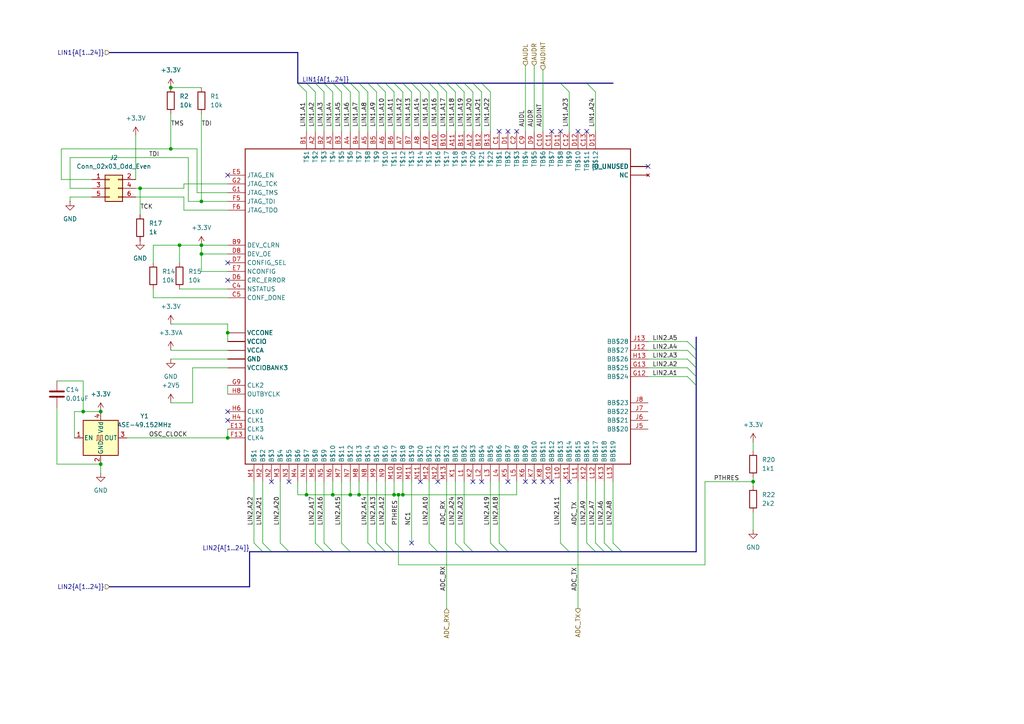
<source format=kicad_sch>
(kicad_sch
	(version 20250114)
	(generator "eeschema")
	(generator_version "9.0")
	(uuid "9c22b006-7b33-46aa-88cf-1f0762795dcd")
	(paper "A4")
	(lib_symbols
		(symbol "Connector_Generic:Conn_02x03_Odd_Even"
			(pin_names
				(offset 1.016)
				(hide yes)
			)
			(exclude_from_sim no)
			(in_bom yes)
			(on_board yes)
			(property "Reference" "J"
				(at 1.27 5.08 0)
				(effects
					(font
						(size 1.27 1.27)
					)
				)
			)
			(property "Value" "Conn_02x03_Odd_Even"
				(at 1.27 -5.08 0)
				(effects
					(font
						(size 1.27 1.27)
					)
				)
			)
			(property "Footprint" ""
				(at 0 0 0)
				(effects
					(font
						(size 1.27 1.27)
					)
					(hide yes)
				)
			)
			(property "Datasheet" "~"
				(at 0 0 0)
				(effects
					(font
						(size 1.27 1.27)
					)
					(hide yes)
				)
			)
			(property "Description" "Generic connector, double row, 02x03, odd/even pin numbering scheme (row 1 odd numbers, row 2 even numbers), script generated (kicad-library-utils/schlib/autogen/connector/)"
				(at 0 0 0)
				(effects
					(font
						(size 1.27 1.27)
					)
					(hide yes)
				)
			)
			(property "ki_keywords" "connector"
				(at 0 0 0)
				(effects
					(font
						(size 1.27 1.27)
					)
					(hide yes)
				)
			)
			(property "ki_fp_filters" "Connector*:*_2x??_*"
				(at 0 0 0)
				(effects
					(font
						(size 1.27 1.27)
					)
					(hide yes)
				)
			)
			(symbol "Conn_02x03_Odd_Even_1_1"
				(rectangle
					(start -1.27 3.81)
					(end 3.81 -3.81)
					(stroke
						(width 0.254)
						(type default)
					)
					(fill
						(type background)
					)
				)
				(rectangle
					(start -1.27 2.667)
					(end 0 2.413)
					(stroke
						(width 0.1524)
						(type default)
					)
					(fill
						(type none)
					)
				)
				(rectangle
					(start -1.27 0.127)
					(end 0 -0.127)
					(stroke
						(width 0.1524)
						(type default)
					)
					(fill
						(type none)
					)
				)
				(rectangle
					(start -1.27 -2.413)
					(end 0 -2.667)
					(stroke
						(width 0.1524)
						(type default)
					)
					(fill
						(type none)
					)
				)
				(rectangle
					(start 3.81 2.667)
					(end 2.54 2.413)
					(stroke
						(width 0.1524)
						(type default)
					)
					(fill
						(type none)
					)
				)
				(rectangle
					(start 3.81 0.127)
					(end 2.54 -0.127)
					(stroke
						(width 0.1524)
						(type default)
					)
					(fill
						(type none)
					)
				)
				(rectangle
					(start 3.81 -2.413)
					(end 2.54 -2.667)
					(stroke
						(width 0.1524)
						(type default)
					)
					(fill
						(type none)
					)
				)
				(pin passive line
					(at -5.08 2.54 0)
					(length 3.81)
					(name "Pin_1"
						(effects
							(font
								(size 1.27 1.27)
							)
						)
					)
					(number "1"
						(effects
							(font
								(size 1.27 1.27)
							)
						)
					)
				)
				(pin passive line
					(at -5.08 0 0)
					(length 3.81)
					(name "Pin_3"
						(effects
							(font
								(size 1.27 1.27)
							)
						)
					)
					(number "3"
						(effects
							(font
								(size 1.27 1.27)
							)
						)
					)
				)
				(pin passive line
					(at -5.08 -2.54 0)
					(length 3.81)
					(name "Pin_5"
						(effects
							(font
								(size 1.27 1.27)
							)
						)
					)
					(number "5"
						(effects
							(font
								(size 1.27 1.27)
							)
						)
					)
				)
				(pin passive line
					(at 7.62 2.54 180)
					(length 3.81)
					(name "Pin_2"
						(effects
							(font
								(size 1.27 1.27)
							)
						)
					)
					(number "2"
						(effects
							(font
								(size 1.27 1.27)
							)
						)
					)
				)
				(pin passive line
					(at 7.62 0 180)
					(length 3.81)
					(name "Pin_4"
						(effects
							(font
								(size 1.27 1.27)
							)
						)
					)
					(number "4"
						(effects
							(font
								(size 1.27 1.27)
							)
						)
					)
				)
				(pin passive line
					(at 7.62 -2.54 180)
					(length 3.81)
					(name "Pin_6"
						(effects
							(font
								(size 1.27 1.27)
							)
						)
					)
					(number "6"
						(effects
							(font
								(size 1.27 1.27)
							)
						)
					)
				)
			)
			(embedded_fonts no)
		)
		(symbol "Device:C"
			(pin_numbers
				(hide yes)
			)
			(pin_names
				(offset 0.254)
			)
			(exclude_from_sim no)
			(in_bom yes)
			(on_board yes)
			(property "Reference" "C"
				(at 0.635 2.54 0)
				(effects
					(font
						(size 1.27 1.27)
					)
					(justify left)
				)
			)
			(property "Value" "C"
				(at 0.635 -2.54 0)
				(effects
					(font
						(size 1.27 1.27)
					)
					(justify left)
				)
			)
			(property "Footprint" ""
				(at 0.9652 -3.81 0)
				(effects
					(font
						(size 1.27 1.27)
					)
					(hide yes)
				)
			)
			(property "Datasheet" "~"
				(at 0 0 0)
				(effects
					(font
						(size 1.27 1.27)
					)
					(hide yes)
				)
			)
			(property "Description" "Unpolarized capacitor"
				(at 0 0 0)
				(effects
					(font
						(size 1.27 1.27)
					)
					(hide yes)
				)
			)
			(property "ki_keywords" "cap capacitor"
				(at 0 0 0)
				(effects
					(font
						(size 1.27 1.27)
					)
					(hide yes)
				)
			)
			(property "ki_fp_filters" "C_*"
				(at 0 0 0)
				(effects
					(font
						(size 1.27 1.27)
					)
					(hide yes)
				)
			)
			(symbol "C_0_1"
				(polyline
					(pts
						(xy -2.032 0.762) (xy 2.032 0.762)
					)
					(stroke
						(width 0.508)
						(type default)
					)
					(fill
						(type none)
					)
				)
				(polyline
					(pts
						(xy -2.032 -0.762) (xy 2.032 -0.762)
					)
					(stroke
						(width 0.508)
						(type default)
					)
					(fill
						(type none)
					)
				)
			)
			(symbol "C_1_1"
				(pin passive line
					(at 0 3.81 270)
					(length 2.794)
					(name "~"
						(effects
							(font
								(size 1.27 1.27)
							)
						)
					)
					(number "1"
						(effects
							(font
								(size 1.27 1.27)
							)
						)
					)
				)
				(pin passive line
					(at 0 -3.81 90)
					(length 2.794)
					(name "~"
						(effects
							(font
								(size 1.27 1.27)
							)
						)
					)
					(number "2"
						(effects
							(font
								(size 1.27 1.27)
							)
						)
					)
				)
			)
			(embedded_fonts no)
		)
		(symbol "Device:R"
			(pin_numbers
				(hide yes)
			)
			(pin_names
				(offset 0)
			)
			(exclude_from_sim no)
			(in_bom yes)
			(on_board yes)
			(property "Reference" "R"
				(at 2.032 0 90)
				(effects
					(font
						(size 1.27 1.27)
					)
				)
			)
			(property "Value" "R"
				(at 0 0 90)
				(effects
					(font
						(size 1.27 1.27)
					)
				)
			)
			(property "Footprint" ""
				(at -1.778 0 90)
				(effects
					(font
						(size 1.27 1.27)
					)
					(hide yes)
				)
			)
			(property "Datasheet" "~"
				(at 0 0 0)
				(effects
					(font
						(size 1.27 1.27)
					)
					(hide yes)
				)
			)
			(property "Description" "Resistor"
				(at 0 0 0)
				(effects
					(font
						(size 1.27 1.27)
					)
					(hide yes)
				)
			)
			(property "ki_keywords" "R res resistor"
				(at 0 0 0)
				(effects
					(font
						(size 1.27 1.27)
					)
					(hide yes)
				)
			)
			(property "ki_fp_filters" "R_*"
				(at 0 0 0)
				(effects
					(font
						(size 1.27 1.27)
					)
					(hide yes)
				)
			)
			(symbol "R_0_1"
				(rectangle
					(start -1.016 -2.54)
					(end 1.016 2.54)
					(stroke
						(width 0.254)
						(type default)
					)
					(fill
						(type none)
					)
				)
			)
			(symbol "R_1_1"
				(pin passive line
					(at 0 3.81 270)
					(length 1.27)
					(name "~"
						(effects
							(font
								(size 1.27 1.27)
							)
						)
					)
					(number "1"
						(effects
							(font
								(size 1.27 1.27)
							)
						)
					)
				)
				(pin passive line
					(at 0 -3.81 90)
					(length 1.27)
					(name "~"
						(effects
							(font
								(size 1.27 1.27)
							)
						)
					)
					(number "2"
						(effects
							(font
								(size 1.27 1.27)
							)
						)
					)
				)
			)
			(embedded_fonts no)
		)
		(symbol "Oscillator:ASE-xxxMHz"
			(pin_names
				(offset 0.254)
			)
			(exclude_from_sim no)
			(in_bom yes)
			(on_board yes)
			(property "Reference" "Y"
				(at -5.08 6.35 0)
				(effects
					(font
						(size 1.27 1.27)
					)
					(justify left)
				)
			)
			(property "Value" "ASE-xxxMHz"
				(at 1.27 -6.35 0)
				(effects
					(font
						(size 1.27 1.27)
					)
					(justify left)
				)
			)
			(property "Footprint" "Oscillator:Oscillator_SMD_Abracon_ASE-4Pin_3.2x2.5mm"
				(at 17.78 -8.89 0)
				(effects
					(font
						(size 1.27 1.27)
					)
					(hide yes)
				)
			)
			(property "Datasheet" "http://www.abracon.com/Oscillators/ASV.pdf"
				(at -2.54 0 0)
				(effects
					(font
						(size 1.27 1.27)
					)
					(hide yes)
				)
			)
			(property "Description" "3.3V CMOS SMD Crystal Clock Oscillator, Abracon"
				(at 0 0 0)
				(effects
					(font
						(size 1.27 1.27)
					)
					(hide yes)
				)
			)
			(property "ki_keywords" "3.3V CMOS SMD Crystal Clock Oscillator"
				(at 0 0 0)
				(effects
					(font
						(size 1.27 1.27)
					)
					(hide yes)
				)
			)
			(property "ki_fp_filters" "Oscillator*SMD*Abracon*ASE*3.2x2.5mm*"
				(at 0 0 0)
				(effects
					(font
						(size 1.27 1.27)
					)
					(hide yes)
				)
			)
			(symbol "ASE-xxxMHz_0_1"
				(rectangle
					(start -5.08 5.08)
					(end 5.08 -5.08)
					(stroke
						(width 0.254)
						(type default)
					)
					(fill
						(type background)
					)
				)
				(polyline
					(pts
						(xy -1.27 -0.762) (xy -1.016 -0.762) (xy -1.016 0.762) (xy -0.508 0.762) (xy -0.508 -0.762) (xy 0 -0.762)
						(xy 0 0.762) (xy 0.508 0.762) (xy 0.508 -0.762) (xy 0.762 -0.762)
					)
					(stroke
						(width 0)
						(type default)
					)
					(fill
						(type none)
					)
				)
			)
			(symbol "ASE-xxxMHz_1_1"
				(pin input line
					(at -7.62 0 0)
					(length 2.54)
					(name "EN"
						(effects
							(font
								(size 1.27 1.27)
							)
						)
					)
					(number "1"
						(effects
							(font
								(size 1.27 1.27)
							)
						)
					)
				)
				(pin power_in line
					(at 0 7.62 270)
					(length 2.54)
					(name "Vdd"
						(effects
							(font
								(size 1.27 1.27)
							)
						)
					)
					(number "4"
						(effects
							(font
								(size 1.27 1.27)
							)
						)
					)
				)
				(pin power_in line
					(at 0 -7.62 90)
					(length 2.54)
					(name "GND"
						(effects
							(font
								(size 1.27 1.27)
							)
						)
					)
					(number "2"
						(effects
							(font
								(size 1.27 1.27)
							)
						)
					)
				)
				(pin output line
					(at 7.62 0 180)
					(length 2.54)
					(name "OUT"
						(effects
							(font
								(size 1.27 1.27)
							)
						)
					)
					(number "3"
						(effects
							(font
								(size 1.27 1.27)
							)
						)
					)
				)
			)
			(embedded_fonts no)
		)
		(symbol "max10u169:MAX10"
			(exclude_from_sim no)
			(in_bom yes)
			(on_board yes)
			(property "Reference" ""
				(at 0 0 0)
				(effects
					(font
						(size 1.27 1.27)
					)
					(hide yes)
				)
			)
			(property "Value" ""
				(at 0 0 0)
				(effects
					(font
						(size 1.27 1.27)
					)
					(hide yes)
				)
			)
			(property "Footprint" "max10:U169SMALL"
				(at 0 0 0)
				(effects
					(font
						(size 1.27 1.27)
					)
					(hide yes)
				)
			)
			(property "Datasheet" ""
				(at 0 0 0)
				(effects
					(font
						(size 1.27 1.27)
					)
					(hide yes)
				)
			)
			(property "Description" ""
				(at 0 0 0)
				(effects
					(font
						(size 1.27 1.27)
					)
					(hide yes)
				)
			)
			(property "ki_locked" ""
				(at 0 0 0)
				(effects
					(font
						(size 1.27 1.27)
					)
				)
			)
			(symbol "MAX10_1_0"
				(polyline
					(pts
						(xy -68.58 38.1) (xy 43.18 38.1)
					)
					(stroke
						(width 0.254)
						(type solid)
					)
					(fill
						(type none)
					)
				)
				(polyline
					(pts
						(xy -68.58 -53.34) (xy -68.58 38.1)
					)
					(stroke
						(width 0.254)
						(type solid)
					)
					(fill
						(type none)
					)
				)
				(polyline
					(pts
						(xy 43.18 38.1) (xy 43.18 -53.34)
					)
					(stroke
						(width 0.254)
						(type solid)
					)
					(fill
						(type none)
					)
				)
				(polyline
					(pts
						(xy 43.18 -53.34) (xy -68.58 -53.34)
					)
					(stroke
						(width 0.254)
						(type solid)
					)
					(fill
						(type none)
					)
				)
				(pin bidirectional line
					(at -73.66 30.48 0)
					(length 5.08)
					(name "JTAG_EN"
						(effects
							(font
								(size 1.27 1.27)
							)
						)
					)
					(number "E5"
						(effects
							(font
								(size 1.27 1.27)
							)
						)
					)
				)
				(pin bidirectional line
					(at -73.66 27.94 0)
					(length 5.08)
					(name "JTAG_TCK"
						(effects
							(font
								(size 1.27 1.27)
							)
						)
					)
					(number "G2"
						(effects
							(font
								(size 1.27 1.27)
							)
						)
					)
				)
				(pin bidirectional line
					(at -73.66 25.4 0)
					(length 5.08)
					(name "JTAG_TMS"
						(effects
							(font
								(size 1.27 1.27)
							)
						)
					)
					(number "G1"
						(effects
							(font
								(size 1.27 1.27)
							)
						)
					)
				)
				(pin bidirectional line
					(at -73.66 22.86 0)
					(length 5.08)
					(name "JTAG_TDI"
						(effects
							(font
								(size 1.27 1.27)
							)
						)
					)
					(number "F5"
						(effects
							(font
								(size 1.27 1.27)
							)
						)
					)
				)
				(pin bidirectional line
					(at -73.66 20.32 0)
					(length 5.08)
					(name "JTAG_TDO"
						(effects
							(font
								(size 1.27 1.27)
							)
						)
					)
					(number "F6"
						(effects
							(font
								(size 1.27 1.27)
							)
						)
					)
				)
				(pin bidirectional line
					(at -73.66 10.16 0)
					(length 5.08)
					(name "DEV_CLRN"
						(effects
							(font
								(size 1.27 1.27)
							)
						)
					)
					(number "B9"
						(effects
							(font
								(size 1.27 1.27)
							)
						)
					)
				)
				(pin bidirectional line
					(at -73.66 7.62 0)
					(length 5.08)
					(name "DEV_OE"
						(effects
							(font
								(size 1.27 1.27)
							)
						)
					)
					(number "D8"
						(effects
							(font
								(size 1.27 1.27)
							)
						)
					)
				)
				(pin bidirectional line
					(at -73.66 5.08 0)
					(length 5.08)
					(name "CONFIG_SEL"
						(effects
							(font
								(size 1.27 1.27)
							)
						)
					)
					(number "D7"
						(effects
							(font
								(size 1.27 1.27)
							)
						)
					)
				)
				(pin bidirectional line
					(at -73.66 2.54 0)
					(length 5.08)
					(name "NCONFIG"
						(effects
							(font
								(size 1.27 1.27)
							)
						)
					)
					(number "E7"
						(effects
							(font
								(size 1.27 1.27)
							)
						)
					)
				)
				(pin bidirectional line
					(at -73.66 0 0)
					(length 5.08)
					(name "CRC_ERROR"
						(effects
							(font
								(size 1.27 1.27)
							)
						)
					)
					(number "D6"
						(effects
							(font
								(size 1.27 1.27)
							)
						)
					)
				)
				(pin bidirectional line
					(at -73.66 -2.54 0)
					(length 5.08)
					(name "NSTATUS"
						(effects
							(font
								(size 1.27 1.27)
							)
						)
					)
					(number "C4"
						(effects
							(font
								(size 1.27 1.27)
							)
						)
					)
				)
				(pin bidirectional line
					(at -73.66 -5.08 0)
					(length 5.08)
					(name "CONF_DONE"
						(effects
							(font
								(size 1.27 1.27)
							)
						)
					)
					(number "C5"
						(effects
							(font
								(size 1.27 1.27)
							)
						)
					)
				)
				(pin power_in line
					(at -73.66 -15.24 0)
					(length 5.08)
					(name "VCCONE"
						(effects
							(font
								(size 1.27 1.27)
							)
						)
					)
					(number "F7"
						(effects
							(font
								(size 0 0)
							)
						)
					)
				)
				(pin power_in line
					(at -73.66 -15.24 0)
					(length 5.08)
					(name "VCCONE"
						(effects
							(font
								(size 1.27 1.27)
							)
						)
					)
					(number "G6"
						(effects
							(font
								(size 0 0)
							)
						)
					)
				)
				(pin power_in line
					(at -73.66 -15.24 0)
					(length 5.08)
					(name "VCCONE"
						(effects
							(font
								(size 1.27 1.27)
							)
						)
					)
					(number "G8"
						(effects
							(font
								(size 0 0)
							)
						)
					)
				)
				(pin power_in line
					(at -73.66 -15.24 0)
					(length 5.08)
					(name "VCCONE"
						(effects
							(font
								(size 1.27 1.27)
							)
						)
					)
					(number "H7"
						(effects
							(font
								(size 0 0)
							)
						)
					)
				)
				(pin power_in line
					(at -73.66 -17.78 0)
					(length 5.08)
					(name "VCCIO"
						(effects
							(font
								(size 1.27 1.27)
							)
						)
					)
					(number "C6"
						(effects
							(font
								(size 0 0)
							)
						)
					)
				)
				(pin power_in line
					(at -73.66 -17.78 0)
					(length 5.08)
					(name "VCCIO"
						(effects
							(font
								(size 1.27 1.27)
							)
						)
					)
					(number "C7"
						(effects
							(font
								(size 0 0)
							)
						)
					)
				)
				(pin power_in line
					(at -73.66 -17.78 0)
					(length 5.08)
					(name "VCCIO"
						(effects
							(font
								(size 1.27 1.27)
							)
						)
					)
					(number "C8"
						(effects
							(font
								(size 0 0)
							)
						)
					)
				)
				(pin power_in line
					(at -73.66 -17.78 0)
					(length 5.08)
					(name "VCCIO"
						(effects
							(font
								(size 1.27 1.27)
							)
						)
					)
					(number "F11"
						(effects
							(font
								(size 0 0)
							)
						)
					)
				)
				(pin power_in line
					(at -73.66 -17.78 0)
					(length 5.08)
					(name "VCCIO"
						(effects
							(font
								(size 1.27 1.27)
							)
						)
					)
					(number "F2"
						(effects
							(font
								(size 0 0)
							)
						)
					)
				)
				(pin power_in line
					(at -73.66 -17.78 0)
					(length 5.08)
					(name "VCCIO"
						(effects
							(font
								(size 1.27 1.27)
							)
						)
					)
					(number "G11"
						(effects
							(font
								(size 0 0)
							)
						)
					)
				)
				(pin power_in line
					(at -73.66 -17.78 0)
					(length 5.08)
					(name "VCCIO"
						(effects
							(font
								(size 1.27 1.27)
							)
						)
					)
					(number "G3"
						(effects
							(font
								(size 0 0)
							)
						)
					)
				)
				(pin power_in line
					(at -73.66 -17.78 0)
					(length 5.08)
					(name "VCCIO"
						(effects
							(font
								(size 1.27 1.27)
							)
						)
					)
					(number "H11"
						(effects
							(font
								(size 0 0)
							)
						)
					)
				)
				(pin power_in line
					(at -73.66 -17.78 0)
					(length 5.08)
					(name "VCCIO"
						(effects
							(font
								(size 1.27 1.27)
							)
						)
					)
					(number "J11"
						(effects
							(font
								(size 0 0)
							)
						)
					)
				)
				(pin power_in line
					(at -73.66 -17.78 0)
					(length 5.08)
					(name "VCCIO"
						(effects
							(font
								(size 1.27 1.27)
							)
						)
					)
					(number "J3"
						(effects
							(font
								(size 0 0)
							)
						)
					)
				)
				(pin power_in line
					(at -73.66 -17.78 0)
					(length 5.08)
					(name "VCCIO"
						(effects
							(font
								(size 1.27 1.27)
							)
						)
					)
					(number "K3"
						(effects
							(font
								(size 0 0)
							)
						)
					)
				)
				(pin power_in line
					(at -73.66 -20.32 0)
					(length 5.08)
					(name "VCCA"
						(effects
							(font
								(size 1.27 1.27)
							)
						)
					)
					(number "D10"
						(effects
							(font
								(size 0 0)
							)
						)
					)
				)
				(pin power_in line
					(at -73.66 -20.32 0)
					(length 5.08)
					(name "VCCA"
						(effects
							(font
								(size 1.27 1.27)
							)
						)
					)
					(number "D4"
						(effects
							(font
								(size 0 0)
							)
						)
					)
				)
				(pin power_in line
					(at -73.66 -20.32 0)
					(length 5.08)
					(name "VCCA"
						(effects
							(font
								(size 1.27 1.27)
							)
						)
					)
					(number "K4"
						(effects
							(font
								(size 0 0)
							)
						)
					)
				)
				(pin power_in line
					(at -73.66 -20.32 0)
					(length 5.08)
					(name "VCCA"
						(effects
							(font
								(size 1.27 1.27)
							)
						)
					)
					(number "K9"
						(effects
							(font
								(size 0 0)
							)
						)
					)
				)
				(pin power_in line
					(at -73.66 -22.86 0)
					(length 5.08)
					(name "GND"
						(effects
							(font
								(size 1.27 1.27)
							)
						)
					)
					(number "A1"
						(effects
							(font
								(size 0 0)
							)
						)
					)
				)
				(pin power_in line
					(at -73.66 -22.86 0)
					(length 5.08)
					(name "GND"
						(effects
							(font
								(size 1.27 1.27)
							)
						)
					)
					(number "A13"
						(effects
							(font
								(size 0 0)
							)
						)
					)
				)
				(pin power_in line
					(at -73.66 -22.86 0)
					(length 5.08)
					(name "GND"
						(effects
							(font
								(size 1.27 1.27)
							)
						)
					)
					(number "B8"
						(effects
							(font
								(size 0 0)
							)
						)
					)
				)
				(pin power_in line
					(at -73.66 -22.86 0)
					(length 5.08)
					(name "GND"
						(effects
							(font
								(size 1.27 1.27)
							)
						)
					)
					(number "C3"
						(effects
							(font
								(size 0 0)
							)
						)
					)
				)
				(pin power_in line
					(at -73.66 -22.86 0)
					(length 5.08)
					(name "GND"
						(effects
							(font
								(size 1.27 1.27)
							)
						)
					)
					(number "D5"
						(effects
							(font
								(size 0 0)
							)
						)
					)
				)
				(pin power_in line
					(at -73.66 -22.86 0)
					(length 5.08)
					(name "GND"
						(effects
							(font
								(size 1.27 1.27)
							)
						)
					)
					(number "E11"
						(effects
							(font
								(size 0 0)
							)
						)
					)
				)
				(pin power_in line
					(at -73.66 -22.86 0)
					(length 5.08)
					(name "GND"
						(effects
							(font
								(size 1.27 1.27)
							)
						)
					)
					(number "F3"
						(effects
							(font
								(size 0 0)
							)
						)
					)
				)
				(pin power_in line
					(at -73.66 -22.86 0)
					(length 5.08)
					(name "GND"
						(effects
							(font
								(size 1.27 1.27)
							)
						)
					)
					(number "G7"
						(effects
							(font
								(size 0 0)
							)
						)
					)
				)
				(pin power_in line
					(at -73.66 -22.86 0)
					(length 5.08)
					(name "GND"
						(effects
							(font
								(size 1.27 1.27)
							)
						)
					)
					(number "H12"
						(effects
							(font
								(size 0 0)
							)
						)
					)
				)
				(pin power_in line
					(at -73.66 -22.86 0)
					(length 5.08)
					(name "GND"
						(effects
							(font
								(size 1.27 1.27)
							)
						)
					)
					(number "J4"
						(effects
							(font
								(size 0 0)
							)
						)
					)
				)
				(pin power_in line
					(at -73.66 -22.86 0)
					(length 5.08)
					(name "GND"
						(effects
							(font
								(size 1.27 1.27)
							)
						)
					)
					(number "L9"
						(effects
							(font
								(size 0 0)
							)
						)
					)
				)
				(pin power_in line
					(at -73.66 -22.86 0)
					(length 5.08)
					(name "GND"
						(effects
							(font
								(size 1.27 1.27)
							)
						)
					)
					(number "M6"
						(effects
							(font
								(size 0 0)
							)
						)
					)
				)
				(pin power_in line
					(at -73.66 -22.86 0)
					(length 5.08)
					(name "GND"
						(effects
							(font
								(size 1.27 1.27)
							)
						)
					)
					(number "N1"
						(effects
							(font
								(size 0 0)
							)
						)
					)
				)
				(pin power_in line
					(at -73.66 -22.86 0)
					(length 5.08)
					(name "GND"
						(effects
							(font
								(size 1.27 1.27)
							)
						)
					)
					(number "N13"
						(effects
							(font
								(size 0 0)
							)
						)
					)
				)
				(pin power_in line
					(at -73.66 -25.4 0)
					(length 5.08)
					(name "VCCIOBANK3"
						(effects
							(font
								(size 1.27 1.27)
							)
						)
					)
					(number "L6"
						(effects
							(font
								(size 0 0)
							)
						)
					)
				)
				(pin power_in line
					(at -73.66 -25.4 0)
					(length 5.08)
					(name "VCCIOBANK3"
						(effects
							(font
								(size 1.27 1.27)
							)
						)
					)
					(number "L7"
						(effects
							(font
								(size 0 0)
							)
						)
					)
				)
				(pin power_in line
					(at -73.66 -25.4 0)
					(length 5.08)
					(name "VCCIOBANK3"
						(effects
							(font
								(size 1.27 1.27)
							)
						)
					)
					(number "L8"
						(effects
							(font
								(size 0 0)
							)
						)
					)
				)
				(pin bidirectional line
					(at -73.66 -30.48 0)
					(length 5.08)
					(name "CLK2"
						(effects
							(font
								(size 1.27 1.27)
							)
						)
					)
					(number "G9"
						(effects
							(font
								(size 1.27 1.27)
							)
						)
					)
				)
				(pin bidirectional line
					(at -73.66 -33.02 0)
					(length 5.08)
					(name "OUTBYCLK"
						(effects
							(font
								(size 1.27 1.27)
							)
						)
					)
					(number "H8"
						(effects
							(font
								(size 1.27 1.27)
							)
						)
					)
				)
				(pin bidirectional line
					(at -73.66 -38.1 0)
					(length 5.08)
					(name "CLK0"
						(effects
							(font
								(size 1.27 1.27)
							)
						)
					)
					(number "H6"
						(effects
							(font
								(size 1.27 1.27)
							)
						)
					)
				)
				(pin bidirectional line
					(at -73.66 -40.64 0)
					(length 5.08)
					(name "CLK1"
						(effects
							(font
								(size 1.27 1.27)
							)
						)
					)
					(number "H4"
						(effects
							(font
								(size 1.27 1.27)
							)
						)
					)
				)
				(pin bidirectional line
					(at -73.66 -43.18 0)
					(length 5.08)
					(name "CLK3"
						(effects
							(font
								(size 1.27 1.27)
							)
						)
					)
					(number "E13"
						(effects
							(font
								(size 1.27 1.27)
							)
						)
					)
				)
				(pin bidirectional line
					(at -73.66 -45.72 0)
					(length 5.08)
					(name "CLK4"
						(effects
							(font
								(size 1.27 1.27)
							)
						)
					)
					(number "F13"
						(effects
							(font
								(size 1.27 1.27)
							)
						)
					)
				)
				(pin bidirectional line
					(at -66.04 -58.42 90)
					(length 5.08)
					(name "B$1"
						(effects
							(font
								(size 1.27 1.27)
							)
						)
					)
					(number "M1"
						(effects
							(font
								(size 1.27 1.27)
							)
						)
					)
				)
				(pin bidirectional line
					(at -63.5 -58.42 90)
					(length 5.08)
					(name "B$2"
						(effects
							(font
								(size 1.27 1.27)
							)
						)
					)
					(number "M2"
						(effects
							(font
								(size 1.27 1.27)
							)
						)
					)
				)
				(pin bidirectional line
					(at -60.96 -58.42 90)
					(length 5.08)
					(name "B$3"
						(effects
							(font
								(size 1.27 1.27)
							)
						)
					)
					(number "N2"
						(effects
							(font
								(size 1.27 1.27)
							)
						)
					)
				)
				(pin bidirectional line
					(at -58.42 -58.42 90)
					(length 5.08)
					(name "B$4"
						(effects
							(font
								(size 1.27 1.27)
							)
						)
					)
					(number "M3"
						(effects
							(font
								(size 1.27 1.27)
							)
						)
					)
				)
				(pin bidirectional line
					(at -55.88 -58.42 90)
					(length 5.08)
					(name "B$5"
						(effects
							(font
								(size 1.27 1.27)
							)
						)
					)
					(number "N3"
						(effects
							(font
								(size 1.27 1.27)
							)
						)
					)
				)
				(pin bidirectional line
					(at -53.34 -58.42 90)
					(length 5.08)
					(name "B$6"
						(effects
							(font
								(size 1.27 1.27)
							)
						)
					)
					(number "M4"
						(effects
							(font
								(size 1.27 1.27)
							)
						)
					)
				)
				(pin bidirectional line
					(at -50.8 43.18 270)
					(length 5.08)
					(name "T$1"
						(effects
							(font
								(size 1.27 1.27)
							)
						)
					)
					(number "B1"
						(effects
							(font
								(size 1.27 1.27)
							)
						)
					)
				)
				(pin bidirectional line
					(at -50.8 -58.42 90)
					(length 5.08)
					(name "B$7"
						(effects
							(font
								(size 1.27 1.27)
							)
						)
					)
					(number "N4"
						(effects
							(font
								(size 1.27 1.27)
							)
						)
					)
				)
				(pin bidirectional line
					(at -48.26 43.18 270)
					(length 5.08)
					(name "T$2"
						(effects
							(font
								(size 1.27 1.27)
							)
						)
					)
					(number "A2"
						(effects
							(font
								(size 1.27 1.27)
							)
						)
					)
				)
				(pin bidirectional line
					(at -48.26 -58.42 90)
					(length 5.08)
					(name "B$8"
						(effects
							(font
								(size 1.27 1.27)
							)
						)
					)
					(number "M5"
						(effects
							(font
								(size 1.27 1.27)
							)
						)
					)
				)
				(pin bidirectional line
					(at -45.72 43.18 270)
					(length 5.08)
					(name "T$3"
						(effects
							(font
								(size 1.27 1.27)
							)
						)
					)
					(number "B2"
						(effects
							(font
								(size 1.27 1.27)
							)
						)
					)
				)
				(pin bidirectional line
					(at -45.72 -58.42 90)
					(length 5.08)
					(name "B$9"
						(effects
							(font
								(size 1.27 1.27)
							)
						)
					)
					(number "N5"
						(effects
							(font
								(size 1.27 1.27)
							)
						)
					)
				)
				(pin bidirectional line
					(at -43.18 43.18 270)
					(length 5.08)
					(name "T$4"
						(effects
							(font
								(size 1.27 1.27)
							)
						)
					)
					(number "A3"
						(effects
							(font
								(size 1.27 1.27)
							)
						)
					)
				)
				(pin bidirectional line
					(at -43.18 -58.42 90)
					(length 5.08)
					(name "B$10"
						(effects
							(font
								(size 1.27 1.27)
							)
						)
					)
					(number "N6"
						(effects
							(font
								(size 1.27 1.27)
							)
						)
					)
				)
				(pin bidirectional line
					(at -40.64 43.18 270)
					(length 5.08)
					(name "T$5"
						(effects
							(font
								(size 1.27 1.27)
							)
						)
					)
					(number "B3"
						(effects
							(font
								(size 1.27 1.27)
							)
						)
					)
				)
				(pin bidirectional line
					(at -40.64 -58.42 90)
					(length 5.08)
					(name "B$11"
						(effects
							(font
								(size 1.27 1.27)
							)
						)
					)
					(number "M7"
						(effects
							(font
								(size 1.27 1.27)
							)
						)
					)
				)
				(pin bidirectional line
					(at -38.1 43.18 270)
					(length 5.08)
					(name "T$6"
						(effects
							(font
								(size 1.27 1.27)
							)
						)
					)
					(number "A4"
						(effects
							(font
								(size 1.27 1.27)
							)
						)
					)
				)
				(pin bidirectional line
					(at -38.1 -58.42 90)
					(length 5.08)
					(name "B$12"
						(effects
							(font
								(size 1.27 1.27)
							)
						)
					)
					(number "N7"
						(effects
							(font
								(size 1.27 1.27)
							)
						)
					)
				)
				(pin bidirectional line
					(at -35.56 43.18 270)
					(length 5.08)
					(name "T$7"
						(effects
							(font
								(size 1.27 1.27)
							)
						)
					)
					(number "B4"
						(effects
							(font
								(size 1.27 1.27)
							)
						)
					)
				)
				(pin bidirectional line
					(at -35.56 -58.42 90)
					(length 5.08)
					(name "B$13"
						(effects
							(font
								(size 1.27 1.27)
							)
						)
					)
					(number "M8"
						(effects
							(font
								(size 1.27 1.27)
							)
						)
					)
				)
				(pin bidirectional line
					(at -33.02 43.18 270)
					(length 5.08)
					(name "T$8"
						(effects
							(font
								(size 1.27 1.27)
							)
						)
					)
					(number "A5"
						(effects
							(font
								(size 1.27 1.27)
							)
						)
					)
				)
				(pin bidirectional line
					(at -33.02 -58.42 90)
					(length 5.08)
					(name "B$14"
						(effects
							(font
								(size 1.27 1.27)
							)
						)
					)
					(number "N8"
						(effects
							(font
								(size 1.27 1.27)
							)
						)
					)
				)
				(pin bidirectional line
					(at -30.48 43.18 270)
					(length 5.08)
					(name "T$9"
						(effects
							(font
								(size 1.27 1.27)
							)
						)
					)
					(number "B5"
						(effects
							(font
								(size 1.27 1.27)
							)
						)
					)
				)
				(pin bidirectional line
					(at -30.48 -58.42 90)
					(length 5.08)
					(name "B$15"
						(effects
							(font
								(size 1.27 1.27)
							)
						)
					)
					(number "M9"
						(effects
							(font
								(size 1.27 1.27)
							)
						)
					)
				)
				(pin bidirectional line
					(at -27.94 43.18 270)
					(length 5.08)
					(name "T$10"
						(effects
							(font
								(size 1.27 1.27)
							)
						)
					)
					(number "A6"
						(effects
							(font
								(size 1.27 1.27)
							)
						)
					)
				)
				(pin bidirectional line
					(at -27.94 -58.42 90)
					(length 5.08)
					(name "B$16"
						(effects
							(font
								(size 1.27 1.27)
							)
						)
					)
					(number "N9"
						(effects
							(font
								(size 1.27 1.27)
							)
						)
					)
				)
				(pin bidirectional line
					(at -25.4 43.18 270)
					(length 5.08)
					(name "T$11"
						(effects
							(font
								(size 1.27 1.27)
							)
						)
					)
					(number "B6"
						(effects
							(font
								(size 1.27 1.27)
							)
						)
					)
				)
				(pin bidirectional line
					(at -25.4 -58.42 90)
					(length 5.08)
					(name "B$17"
						(effects
							(font
								(size 1.27 1.27)
							)
						)
					)
					(number "M10"
						(effects
							(font
								(size 1.27 1.27)
							)
						)
					)
				)
				(pin bidirectional line
					(at -22.86 43.18 270)
					(length 5.08)
					(name "T$12"
						(effects
							(font
								(size 1.27 1.27)
							)
						)
					)
					(number "A7"
						(effects
							(font
								(size 1.27 1.27)
							)
						)
					)
				)
				(pin bidirectional line
					(at -22.86 -58.42 90)
					(length 5.08)
					(name "B$18"
						(effects
							(font
								(size 1.27 1.27)
							)
						)
					)
					(number "N10"
						(effects
							(font
								(size 1.27 1.27)
							)
						)
					)
				)
				(pin bidirectional line
					(at -20.32 43.18 270)
					(length 5.08)
					(name "T$13"
						(effects
							(font
								(size 1.27 1.27)
							)
						)
					)
					(number "B7"
						(effects
							(font
								(size 1.27 1.27)
							)
						)
					)
				)
				(pin bidirectional line
					(at -20.32 -58.42 90)
					(length 5.08)
					(name "B$19"
						(effects
							(font
								(size 1.27 1.27)
							)
						)
					)
					(number "M11"
						(effects
							(font
								(size 1.27 1.27)
							)
						)
					)
				)
				(pin bidirectional line
					(at -17.78 43.18 270)
					(length 5.08)
					(name "T$14"
						(effects
							(font
								(size 1.27 1.27)
							)
						)
					)
					(number "A8"
						(effects
							(font
								(size 1.27 1.27)
							)
						)
					)
				)
				(pin bidirectional line
					(at -17.78 -58.42 90)
					(length 5.08)
					(name "B$20"
						(effects
							(font
								(size 1.27 1.27)
							)
						)
					)
					(number "N11"
						(effects
							(font
								(size 1.27 1.27)
							)
						)
					)
				)
				(pin bidirectional line
					(at -15.24 43.18 270)
					(length 5.08)
					(name "T$15"
						(effects
							(font
								(size 1.27 1.27)
							)
						)
					)
					(number "A9"
						(effects
							(font
								(size 1.27 1.27)
							)
						)
					)
				)
				(pin bidirectional line
					(at -15.24 -58.42 90)
					(length 5.08)
					(name "B$21"
						(effects
							(font
								(size 1.27 1.27)
							)
						)
					)
					(number "M12"
						(effects
							(font
								(size 1.27 1.27)
							)
						)
					)
				)
				(pin bidirectional line
					(at -12.7 43.18 270)
					(length 5.08)
					(name "T$16"
						(effects
							(font
								(size 1.27 1.27)
							)
						)
					)
					(number "A10"
						(effects
							(font
								(size 1.27 1.27)
							)
						)
					)
				)
				(pin bidirectional line
					(at -12.7 -58.42 90)
					(length 5.08)
					(name "B$22"
						(effects
							(font
								(size 1.27 1.27)
							)
						)
					)
					(number "N12"
						(effects
							(font
								(size 1.27 1.27)
							)
						)
					)
				)
				(pin bidirectional line
					(at -10.16 43.18 270)
					(length 5.08)
					(name "T$17"
						(effects
							(font
								(size 1.27 1.27)
							)
						)
					)
					(number "B10"
						(effects
							(font
								(size 1.27 1.27)
							)
						)
					)
				)
				(pin bidirectional line
					(at -10.16 -58.42 90)
					(length 5.08)
					(name "B$23"
						(effects
							(font
								(size 1.27 1.27)
							)
						)
					)
					(number "M13"
						(effects
							(font
								(size 1.27 1.27)
							)
						)
					)
				)
				(pin bidirectional line
					(at -7.62 43.18 270)
					(length 5.08)
					(name "T$18"
						(effects
							(font
								(size 1.27 1.27)
							)
						)
					)
					(number "A11"
						(effects
							(font
								(size 1.27 1.27)
							)
						)
					)
				)
				(pin bidirectional line
					(at -7.62 -58.42 90)
					(length 5.08)
					(name "BB$1"
						(effects
							(font
								(size 1.27 1.27)
							)
						)
					)
					(number "K1"
						(effects
							(font
								(size 1.27 1.27)
							)
						)
					)
				)
				(pin bidirectional line
					(at -5.08 43.18 270)
					(length 5.08)
					(name "T$19"
						(effects
							(font
								(size 1.27 1.27)
							)
						)
					)
					(number "B11"
						(effects
							(font
								(size 1.27 1.27)
							)
						)
					)
				)
				(pin bidirectional line
					(at -5.08 -58.42 90)
					(length 5.08)
					(name "BB$2"
						(effects
							(font
								(size 1.27 1.27)
							)
						)
					)
					(number "L1"
						(effects
							(font
								(size 1.27 1.27)
							)
						)
					)
				)
				(pin bidirectional line
					(at -2.54 43.18 270)
					(length 5.08)
					(name "T$20"
						(effects
							(font
								(size 1.27 1.27)
							)
						)
					)
					(number "A12"
						(effects
							(font
								(size 1.27 1.27)
							)
						)
					)
				)
				(pin bidirectional line
					(at -2.54 -58.42 90)
					(length 5.08)
					(name "BB$3"
						(effects
							(font
								(size 1.27 1.27)
							)
						)
					)
					(number "K2"
						(effects
							(font
								(size 1.27 1.27)
							)
						)
					)
				)
				(pin bidirectional line
					(at 0 43.18 270)
					(length 5.08)
					(name "T$21"
						(effects
							(font
								(size 1.27 1.27)
							)
						)
					)
					(number "B12"
						(effects
							(font
								(size 1.27 1.27)
							)
						)
					)
				)
				(pin bidirectional line
					(at 0 -58.42 90)
					(length 5.08)
					(name "BB$4"
						(effects
							(font
								(size 1.27 1.27)
							)
						)
					)
					(number "L2"
						(effects
							(font
								(size 1.27 1.27)
							)
						)
					)
				)
				(pin bidirectional line
					(at 2.54 43.18 270)
					(length 5.08)
					(name "T$22"
						(effects
							(font
								(size 1.27 1.27)
							)
						)
					)
					(number "B13"
						(effects
							(font
								(size 1.27 1.27)
							)
						)
					)
				)
				(pin bidirectional line
					(at 2.54 -58.42 90)
					(length 5.08)
					(name "BB$5"
						(effects
							(font
								(size 1.27 1.27)
							)
						)
					)
					(number "L3"
						(effects
							(font
								(size 1.27 1.27)
							)
						)
					)
				)
				(pin bidirectional line
					(at 5.08 43.18 270)
					(length 5.08)
					(name "TB$1"
						(effects
							(font
								(size 1.27 1.27)
							)
						)
					)
					(number "C1"
						(effects
							(font
								(size 1.27 1.27)
							)
						)
					)
				)
				(pin bidirectional line
					(at 5.08 -58.42 90)
					(length 5.08)
					(name "BB$6"
						(effects
							(font
								(size 1.27 1.27)
							)
						)
					)
					(number "L4"
						(effects
							(font
								(size 1.27 1.27)
							)
						)
					)
				)
				(pin bidirectional line
					(at 7.62 43.18 270)
					(length 5.08)
					(name "TB$2"
						(effects
							(font
								(size 1.27 1.27)
							)
						)
					)
					(number "D1"
						(effects
							(font
								(size 1.27 1.27)
							)
						)
					)
				)
				(pin bidirectional line
					(at 7.62 -58.42 90)
					(length 5.08)
					(name "BB$7"
						(effects
							(font
								(size 1.27 1.27)
							)
						)
					)
					(number "K5"
						(effects
							(font
								(size 1.27 1.27)
							)
						)
					)
				)
				(pin bidirectional line
					(at 10.16 43.18 270)
					(length 5.08)
					(name "TB$3"
						(effects
							(font
								(size 1.27 1.27)
							)
						)
					)
					(number "C2"
						(effects
							(font
								(size 1.27 1.27)
							)
						)
					)
				)
				(pin bidirectional line
					(at 10.16 -58.42 90)
					(length 5.08)
					(name "BB$8"
						(effects
							(font
								(size 1.27 1.27)
							)
						)
					)
					(number "L5"
						(effects
							(font
								(size 1.27 1.27)
							)
						)
					)
				)
				(pin bidirectional line
					(at 12.7 43.18 270)
					(length 5.08)
					(name "TB$4"
						(effects
							(font
								(size 1.27 1.27)
							)
						)
					)
					(number "C9"
						(effects
							(font
								(size 1.27 1.27)
							)
						)
					)
				)
				(pin bidirectional line
					(at 12.7 -58.42 90)
					(length 5.08)
					(name "BB$9"
						(effects
							(font
								(size 1.27 1.27)
							)
						)
					)
					(number "K6"
						(effects
							(font
								(size 1.27 1.27)
							)
						)
					)
				)
				(pin bidirectional line
					(at 15.24 43.18 270)
					(length 5.08)
					(name "TB$5"
						(effects
							(font
								(size 1.27 1.27)
							)
						)
					)
					(number "D9"
						(effects
							(font
								(size 1.27 1.27)
							)
						)
					)
				)
				(pin bidirectional line
					(at 15.24 -58.42 90)
					(length 5.08)
					(name "BB$10"
						(effects
							(font
								(size 1.27 1.27)
							)
						)
					)
					(number "K7"
						(effects
							(font
								(size 1.27 1.27)
							)
						)
					)
				)
				(pin bidirectional line
					(at 17.78 43.18 270)
					(length 5.08)
					(name "TB$6"
						(effects
							(font
								(size 1.27 1.27)
							)
						)
					)
					(number "C10"
						(effects
							(font
								(size 1.27 1.27)
							)
						)
					)
				)
				(pin bidirectional line
					(at 17.78 -58.42 90)
					(length 5.08)
					(name "BB$11"
						(effects
							(font
								(size 1.27 1.27)
							)
						)
					)
					(number "K8"
						(effects
							(font
								(size 1.27 1.27)
							)
						)
					)
				)
				(pin bidirectional line
					(at 20.32 43.18 270)
					(length 5.08)
					(name "TB$7"
						(effects
							(font
								(size 1.27 1.27)
							)
						)
					)
					(number "C11"
						(effects
							(font
								(size 1.27 1.27)
							)
						)
					)
				)
				(pin bidirectional line
					(at 20.32 -58.42 90)
					(length 5.08)
					(name "BB$12"
						(effects
							(font
								(size 1.27 1.27)
							)
						)
					)
					(number "K10"
						(effects
							(font
								(size 1.27 1.27)
							)
						)
					)
				)
				(pin bidirectional line
					(at 22.86 43.18 270)
					(length 5.08)
					(name "TB$8"
						(effects
							(font
								(size 1.27 1.27)
							)
						)
					)
					(number "D11"
						(effects
							(font
								(size 1.27 1.27)
							)
						)
					)
				)
				(pin bidirectional line
					(at 22.86 -58.42 90)
					(length 5.08)
					(name "BB$13"
						(effects
							(font
								(size 1.27 1.27)
							)
						)
					)
					(number "L10"
						(effects
							(font
								(size 1.27 1.27)
							)
						)
					)
				)
				(pin bidirectional line
					(at 25.4 43.18 270)
					(length 5.08)
					(name "TB$9"
						(effects
							(font
								(size 1.27 1.27)
							)
						)
					)
					(number "C12"
						(effects
							(font
								(size 1.27 1.27)
							)
						)
					)
				)
				(pin bidirectional line
					(at 25.4 -58.42 90)
					(length 5.08)
					(name "BB$14"
						(effects
							(font
								(size 1.27 1.27)
							)
						)
					)
					(number "K11"
						(effects
							(font
								(size 1.27 1.27)
							)
						)
					)
				)
				(pin bidirectional line
					(at 27.94 43.18 270)
					(length 5.08)
					(name "TB$10"
						(effects
							(font
								(size 1.27 1.27)
							)
						)
					)
					(number "D12"
						(effects
							(font
								(size 1.27 1.27)
							)
						)
					)
				)
				(pin bidirectional line
					(at 27.94 -58.42 90)
					(length 5.08)
					(name "BB$15"
						(effects
							(font
								(size 1.27 1.27)
							)
						)
					)
					(number "L11"
						(effects
							(font
								(size 1.27 1.27)
							)
						)
					)
				)
				(pin bidirectional line
					(at 30.48 43.18 270)
					(length 5.08)
					(name "TB$11"
						(effects
							(font
								(size 1.27 1.27)
							)
						)
					)
					(number "C13"
						(effects
							(font
								(size 1.27 1.27)
							)
						)
					)
				)
				(pin bidirectional line
					(at 30.48 -58.42 90)
					(length 5.08)
					(name "BB$16"
						(effects
							(font
								(size 1.27 1.27)
							)
						)
					)
					(number "K12"
						(effects
							(font
								(size 1.27 1.27)
							)
						)
					)
				)
				(pin bidirectional line
					(at 33.02 43.18 270)
					(length 5.08)
					(name "TB$12"
						(effects
							(font
								(size 1.27 1.27)
							)
						)
					)
					(number "D13"
						(effects
							(font
								(size 1.27 1.27)
							)
						)
					)
				)
				(pin bidirectional line
					(at 33.02 -58.42 90)
					(length 5.08)
					(name "BB$17"
						(effects
							(font
								(size 1.27 1.27)
							)
						)
					)
					(number "L12"
						(effects
							(font
								(size 1.27 1.27)
							)
						)
					)
				)
				(pin bidirectional line
					(at 35.56 -58.42 90)
					(length 5.08)
					(name "BB$18"
						(effects
							(font
								(size 1.27 1.27)
							)
						)
					)
					(number "K13"
						(effects
							(font
								(size 1.27 1.27)
							)
						)
					)
				)
				(pin bidirectional line
					(at 38.1 -58.42 90)
					(length 5.08)
					(name "BB$19"
						(effects
							(font
								(size 1.27 1.27)
							)
						)
					)
					(number "L13"
						(effects
							(font
								(size 1.27 1.27)
							)
						)
					)
				)
				(pin bidirectional line
					(at 48.26 33.02 180)
					(length 5.08)
					(name "IO_UNUSED"
						(effects
							(font
								(size 1.27 1.27)
							)
						)
					)
					(number "E1"
						(effects
							(font
								(size 0 0)
							)
						)
					)
				)
				(pin bidirectional line
					(at 48.26 33.02 180)
					(length 5.08)
					(name "IO_UNUSED"
						(effects
							(font
								(size 1.27 1.27)
							)
						)
					)
					(number "E10"
						(effects
							(font
								(size 0 0)
							)
						)
					)
				)
				(pin bidirectional line
					(at 48.26 33.02 180)
					(length 5.08)
					(name "IO_UNUSED"
						(effects
							(font
								(size 1.27 1.27)
							)
						)
					)
					(number "E12"
						(effects
							(font
								(size 0 0)
							)
						)
					)
				)
				(pin bidirectional line
					(at 48.26 33.02 180)
					(length 5.08)
					(name "IO_UNUSED"
						(effects
							(font
								(size 1.27 1.27)
							)
						)
					)
					(number "E3"
						(effects
							(font
								(size 0 0)
							)
						)
					)
				)
				(pin bidirectional line
					(at 48.26 33.02 180)
					(length 5.08)
					(name "IO_UNUSED"
						(effects
							(font
								(size 1.27 1.27)
							)
						)
					)
					(number "E4"
						(effects
							(font
								(size 0 0)
							)
						)
					)
				)
				(pin bidirectional line
					(at 48.26 33.02 180)
					(length 5.08)
					(name "IO_UNUSED"
						(effects
							(font
								(size 1.27 1.27)
							)
						)
					)
					(number "E6"
						(effects
							(font
								(size 0 0)
							)
						)
					)
				)
				(pin bidirectional line
					(at 48.26 33.02 180)
					(length 5.08)
					(name "IO_UNUSED"
						(effects
							(font
								(size 1.27 1.27)
							)
						)
					)
					(number "E8"
						(effects
							(font
								(size 0 0)
							)
						)
					)
				)
				(pin bidirectional line
					(at 48.26 33.02 180)
					(length 5.08)
					(name "IO_UNUSED"
						(effects
							(font
								(size 1.27 1.27)
							)
						)
					)
					(number "E9"
						(effects
							(font
								(size 0 0)
							)
						)
					)
				)
				(pin bidirectional line
					(at 48.26 33.02 180)
					(length 5.08)
					(name "IO_UNUSED"
						(effects
							(font
								(size 1.27 1.27)
							)
						)
					)
					(number "F1"
						(effects
							(font
								(size 0 0)
							)
						)
					)
				)
				(pin bidirectional line
					(at 48.26 33.02 180)
					(length 5.08)
					(name "IO_UNUSED"
						(effects
							(font
								(size 1.27 1.27)
							)
						)
					)
					(number "F10"
						(effects
							(font
								(size 0 0)
							)
						)
					)
				)
				(pin bidirectional line
					(at 48.26 33.02 180)
					(length 5.08)
					(name "IO_UNUSED"
						(effects
							(font
								(size 1.27 1.27)
							)
						)
					)
					(number "F12"
						(effects
							(font
								(size 0 0)
							)
						)
					)
				)
				(pin bidirectional line
					(at 48.26 33.02 180)
					(length 5.08)
					(name "IO_UNUSED"
						(effects
							(font
								(size 1.27 1.27)
							)
						)
					)
					(number "F4"
						(effects
							(font
								(size 0 0)
							)
						)
					)
				)
				(pin bidirectional line
					(at 48.26 33.02 180)
					(length 5.08)
					(name "IO_UNUSED"
						(effects
							(font
								(size 1.27 1.27)
							)
						)
					)
					(number "F8"
						(effects
							(font
								(size 0 0)
							)
						)
					)
				)
				(pin bidirectional line
					(at 48.26 33.02 180)
					(length 5.08)
					(name "IO_UNUSED"
						(effects
							(font
								(size 1.27 1.27)
							)
						)
					)
					(number "F9"
						(effects
							(font
								(size 0 0)
							)
						)
					)
				)
				(pin bidirectional line
					(at 48.26 33.02 180)
					(length 5.08)
					(name "IO_UNUSED"
						(effects
							(font
								(size 1.27 1.27)
							)
						)
					)
					(number "G10"
						(effects
							(font
								(size 0 0)
							)
						)
					)
				)
				(pin bidirectional line
					(at 48.26 33.02 180)
					(length 5.08)
					(name "IO_UNUSED"
						(effects
							(font
								(size 1.27 1.27)
							)
						)
					)
					(number "G4"
						(effects
							(font
								(size 0 0)
							)
						)
					)
				)
				(pin bidirectional line
					(at 48.26 33.02 180)
					(length 5.08)
					(name "IO_UNUSED"
						(effects
							(font
								(size 1.27 1.27)
							)
						)
					)
					(number "G5"
						(effects
							(font
								(size 0 0)
							)
						)
					)
				)
				(pin bidirectional line
					(at 48.26 33.02 180)
					(length 5.08)
					(name "IO_UNUSED"
						(effects
							(font
								(size 1.27 1.27)
							)
						)
					)
					(number "H1"
						(effects
							(font
								(size 0 0)
							)
						)
					)
				)
				(pin bidirectional line
					(at 48.26 33.02 180)
					(length 5.08)
					(name "IO_UNUSED"
						(effects
							(font
								(size 1.27 1.27)
							)
						)
					)
					(number "H10"
						(effects
							(font
								(size 0 0)
							)
						)
					)
				)
				(pin bidirectional line
					(at 48.26 33.02 180)
					(length 5.08)
					(name "IO_UNUSED"
						(effects
							(font
								(size 1.27 1.27)
							)
						)
					)
					(number "H2"
						(effects
							(font
								(size 0 0)
							)
						)
					)
				)
				(pin bidirectional line
					(at 48.26 33.02 180)
					(length 5.08)
					(name "IO_UNUSED"
						(effects
							(font
								(size 1.27 1.27)
							)
						)
					)
					(number "H3"
						(effects
							(font
								(size 0 0)
							)
						)
					)
				)
				(pin bidirectional line
					(at 48.26 33.02 180)
					(length 5.08)
					(name "IO_UNUSED"
						(effects
							(font
								(size 1.27 1.27)
							)
						)
					)
					(number "H5"
						(effects
							(font
								(size 0 0)
							)
						)
					)
				)
				(pin bidirectional line
					(at 48.26 33.02 180)
					(length 5.08)
					(name "IO_UNUSED"
						(effects
							(font
								(size 1.27 1.27)
							)
						)
					)
					(number "H9"
						(effects
							(font
								(size 0 0)
							)
						)
					)
				)
				(pin bidirectional line
					(at 48.26 33.02 180)
					(length 5.08)
					(name "IO_UNUSED"
						(effects
							(font
								(size 1.27 1.27)
							)
						)
					)
					(number "J1"
						(effects
							(font
								(size 0 0)
							)
						)
					)
				)
				(pin bidirectional line
					(at 48.26 33.02 180)
					(length 5.08)
					(name "IO_UNUSED"
						(effects
							(font
								(size 1.27 1.27)
							)
						)
					)
					(number "J10"
						(effects
							(font
								(size 0 0)
							)
						)
					)
				)
				(pin bidirectional line
					(at 48.26 33.02 180)
					(length 5.08)
					(name "IO_UNUSED"
						(effects
							(font
								(size 1.27 1.27)
							)
						)
					)
					(number "J2"
						(effects
							(font
								(size 0 0)
							)
						)
					)
				)
				(pin bidirectional line
					(at 48.26 33.02 180)
					(length 5.08)
					(name "IO_UNUSED"
						(effects
							(font
								(size 1.27 1.27)
							)
						)
					)
					(number "J9"
						(effects
							(font
								(size 0 0)
							)
						)
					)
				)
				(pin no_connect line
					(at 48.26 30.48 180)
					(length 5.08)
					(name "NC"
						(effects
							(font
								(size 1.27 1.27)
							)
						)
					)
					(number "D2"
						(effects
							(font
								(size 0 0)
							)
						)
					)
				)
				(pin no_connect line
					(at 48.26 30.48 180)
					(length 5.08)
					(name "NC"
						(effects
							(font
								(size 1.27 1.27)
							)
						)
					)
					(number "D3"
						(effects
							(font
								(size 0 0)
							)
						)
					)
				)
				(pin no_connect line
					(at 48.26 30.48 180)
					(length 5.08)
					(name "NC"
						(effects
							(font
								(size 1.27 1.27)
							)
						)
					)
					(number "E2"
						(effects
							(font
								(size 0 0)
							)
						)
					)
				)
				(pin bidirectional line
					(at 48.26 -17.78 180)
					(length 5.08)
					(name "BB$28"
						(effects
							(font
								(size 1.27 1.27)
							)
						)
					)
					(number "J13"
						(effects
							(font
								(size 1.27 1.27)
							)
						)
					)
				)
				(pin bidirectional line
					(at 48.26 -20.32 180)
					(length 5.08)
					(name "BB$27"
						(effects
							(font
								(size 1.27 1.27)
							)
						)
					)
					(number "J12"
						(effects
							(font
								(size 1.27 1.27)
							)
						)
					)
				)
				(pin bidirectional line
					(at 48.26 -22.86 180)
					(length 5.08)
					(name "BB$26"
						(effects
							(font
								(size 1.27 1.27)
							)
						)
					)
					(number "H13"
						(effects
							(font
								(size 1.27 1.27)
							)
						)
					)
				)
				(pin bidirectional line
					(at 48.26 -25.4 180)
					(length 5.08)
					(name "BB$25"
						(effects
							(font
								(size 1.27 1.27)
							)
						)
					)
					(number "G13"
						(effects
							(font
								(size 1.27 1.27)
							)
						)
					)
				)
				(pin bidirectional line
					(at 48.26 -27.94 180)
					(length 5.08)
					(name "BB$24"
						(effects
							(font
								(size 1.27 1.27)
							)
						)
					)
					(number "G12"
						(effects
							(font
								(size 1.27 1.27)
							)
						)
					)
				)
				(pin bidirectional line
					(at 48.26 -35.56 180)
					(length 5.08)
					(name "BB$23"
						(effects
							(font
								(size 1.27 1.27)
							)
						)
					)
					(number "J8"
						(effects
							(font
								(size 1.27 1.27)
							)
						)
					)
				)
				(pin bidirectional line
					(at 48.26 -38.1 180)
					(length 5.08)
					(name "BB$22"
						(effects
							(font
								(size 1.27 1.27)
							)
						)
					)
					(number "J7"
						(effects
							(font
								(size 1.27 1.27)
							)
						)
					)
				)
				(pin bidirectional line
					(at 48.26 -40.64 180)
					(length 5.08)
					(name "BB$21"
						(effects
							(font
								(size 1.27 1.27)
							)
						)
					)
					(number "J6"
						(effects
							(font
								(size 1.27 1.27)
							)
						)
					)
				)
				(pin bidirectional line
					(at 48.26 -43.18 180)
					(length 5.08)
					(name "BB$20"
						(effects
							(font
								(size 1.27 1.27)
							)
						)
					)
					(number "J5"
						(effects
							(font
								(size 1.27 1.27)
							)
						)
					)
				)
			)
			(embedded_fonts no)
		)
		(symbol "power:+2V5"
			(power)
			(pin_numbers
				(hide yes)
			)
			(pin_names
				(offset 0)
				(hide yes)
			)
			(exclude_from_sim no)
			(in_bom yes)
			(on_board yes)
			(property "Reference" "#PWR"
				(at 0 -3.81 0)
				(effects
					(font
						(size 1.27 1.27)
					)
					(hide yes)
				)
			)
			(property "Value" "+2V5"
				(at 0 3.556 0)
				(effects
					(font
						(size 1.27 1.27)
					)
				)
			)
			(property "Footprint" ""
				(at 0 0 0)
				(effects
					(font
						(size 1.27 1.27)
					)
					(hide yes)
				)
			)
			(property "Datasheet" ""
				(at 0 0 0)
				(effects
					(font
						(size 1.27 1.27)
					)
					(hide yes)
				)
			)
			(property "Description" "Power symbol creates a global label with name \"+2V5\""
				(at 0 0 0)
				(effects
					(font
						(size 1.27 1.27)
					)
					(hide yes)
				)
			)
			(property "ki_keywords" "global power"
				(at 0 0 0)
				(effects
					(font
						(size 1.27 1.27)
					)
					(hide yes)
				)
			)
			(symbol "+2V5_0_1"
				(polyline
					(pts
						(xy -0.762 1.27) (xy 0 2.54)
					)
					(stroke
						(width 0)
						(type default)
					)
					(fill
						(type none)
					)
				)
				(polyline
					(pts
						(xy 0 2.54) (xy 0.762 1.27)
					)
					(stroke
						(width 0)
						(type default)
					)
					(fill
						(type none)
					)
				)
				(polyline
					(pts
						(xy 0 0) (xy 0 2.54)
					)
					(stroke
						(width 0)
						(type default)
					)
					(fill
						(type none)
					)
				)
			)
			(symbol "+2V5_1_1"
				(pin power_in line
					(at 0 0 90)
					(length 0)
					(name "~"
						(effects
							(font
								(size 1.27 1.27)
							)
						)
					)
					(number "1"
						(effects
							(font
								(size 1.27 1.27)
							)
						)
					)
				)
			)
			(embedded_fonts no)
		)
		(symbol "power:+3.3V"
			(power)
			(pin_numbers
				(hide yes)
			)
			(pin_names
				(offset 0)
				(hide yes)
			)
			(exclude_from_sim no)
			(in_bom yes)
			(on_board yes)
			(property "Reference" "#PWR"
				(at 0 -3.81 0)
				(effects
					(font
						(size 1.27 1.27)
					)
					(hide yes)
				)
			)
			(property "Value" "+3.3V"
				(at 0 3.556 0)
				(effects
					(font
						(size 1.27 1.27)
					)
				)
			)
			(property "Footprint" ""
				(at 0 0 0)
				(effects
					(font
						(size 1.27 1.27)
					)
					(hide yes)
				)
			)
			(property "Datasheet" ""
				(at 0 0 0)
				(effects
					(font
						(size 1.27 1.27)
					)
					(hide yes)
				)
			)
			(property "Description" "Power symbol creates a global label with name \"+3.3V\""
				(at 0 0 0)
				(effects
					(font
						(size 1.27 1.27)
					)
					(hide yes)
				)
			)
			(property "ki_keywords" "global power"
				(at 0 0 0)
				(effects
					(font
						(size 1.27 1.27)
					)
					(hide yes)
				)
			)
			(symbol "+3.3V_0_1"
				(polyline
					(pts
						(xy -0.762 1.27) (xy 0 2.54)
					)
					(stroke
						(width 0)
						(type default)
					)
					(fill
						(type none)
					)
				)
				(polyline
					(pts
						(xy 0 2.54) (xy 0.762 1.27)
					)
					(stroke
						(width 0)
						(type default)
					)
					(fill
						(type none)
					)
				)
				(polyline
					(pts
						(xy 0 0) (xy 0 2.54)
					)
					(stroke
						(width 0)
						(type default)
					)
					(fill
						(type none)
					)
				)
			)
			(symbol "+3.3V_1_1"
				(pin power_in line
					(at 0 0 90)
					(length 0)
					(name "~"
						(effects
							(font
								(size 1.27 1.27)
							)
						)
					)
					(number "1"
						(effects
							(font
								(size 1.27 1.27)
							)
						)
					)
				)
			)
			(embedded_fonts no)
		)
		(symbol "power:+3.3VA"
			(power)
			(pin_numbers
				(hide yes)
			)
			(pin_names
				(offset 0)
				(hide yes)
			)
			(exclude_from_sim no)
			(in_bom yes)
			(on_board yes)
			(property "Reference" "#PWR"
				(at 0 -3.81 0)
				(effects
					(font
						(size 1.27 1.27)
					)
					(hide yes)
				)
			)
			(property "Value" "+3.3VA"
				(at 0 3.556 0)
				(effects
					(font
						(size 1.27 1.27)
					)
				)
			)
			(property "Footprint" ""
				(at 0 0 0)
				(effects
					(font
						(size 1.27 1.27)
					)
					(hide yes)
				)
			)
			(property "Datasheet" ""
				(at 0 0 0)
				(effects
					(font
						(size 1.27 1.27)
					)
					(hide yes)
				)
			)
			(property "Description" "Power symbol creates a global label with name \"+3.3VA\""
				(at 0 0 0)
				(effects
					(font
						(size 1.27 1.27)
					)
					(hide yes)
				)
			)
			(property "ki_keywords" "global power"
				(at 0 0 0)
				(effects
					(font
						(size 1.27 1.27)
					)
					(hide yes)
				)
			)
			(symbol "+3.3VA_0_1"
				(polyline
					(pts
						(xy -0.762 1.27) (xy 0 2.54)
					)
					(stroke
						(width 0)
						(type default)
					)
					(fill
						(type none)
					)
				)
				(polyline
					(pts
						(xy 0 2.54) (xy 0.762 1.27)
					)
					(stroke
						(width 0)
						(type default)
					)
					(fill
						(type none)
					)
				)
				(polyline
					(pts
						(xy 0 0) (xy 0 2.54)
					)
					(stroke
						(width 0)
						(type default)
					)
					(fill
						(type none)
					)
				)
			)
			(symbol "+3.3VA_1_1"
				(pin power_in line
					(at 0 0 90)
					(length 0)
					(name "~"
						(effects
							(font
								(size 1.27 1.27)
							)
						)
					)
					(number "1"
						(effects
							(font
								(size 1.27 1.27)
							)
						)
					)
				)
			)
			(embedded_fonts no)
		)
		(symbol "power:GND"
			(power)
			(pin_numbers
				(hide yes)
			)
			(pin_names
				(offset 0)
				(hide yes)
			)
			(exclude_from_sim no)
			(in_bom yes)
			(on_board yes)
			(property "Reference" "#PWR"
				(at 0 -6.35 0)
				(effects
					(font
						(size 1.27 1.27)
					)
					(hide yes)
				)
			)
			(property "Value" "GND"
				(at 0 -3.81 0)
				(effects
					(font
						(size 1.27 1.27)
					)
				)
			)
			(property "Footprint" ""
				(at 0 0 0)
				(effects
					(font
						(size 1.27 1.27)
					)
					(hide yes)
				)
			)
			(property "Datasheet" ""
				(at 0 0 0)
				(effects
					(font
						(size 1.27 1.27)
					)
					(hide yes)
				)
			)
			(property "Description" "Power symbol creates a global label with name \"GND\" , ground"
				(at 0 0 0)
				(effects
					(font
						(size 1.27 1.27)
					)
					(hide yes)
				)
			)
			(property "ki_keywords" "global power"
				(at 0 0 0)
				(effects
					(font
						(size 1.27 1.27)
					)
					(hide yes)
				)
			)
			(symbol "GND_0_1"
				(polyline
					(pts
						(xy 0 0) (xy 0 -1.27) (xy 1.27 -1.27) (xy 0 -2.54) (xy -1.27 -1.27) (xy 0 -1.27)
					)
					(stroke
						(width 0)
						(type default)
					)
					(fill
						(type none)
					)
				)
			)
			(symbol "GND_1_1"
				(pin power_in line
					(at 0 0 270)
					(length 0)
					(name "~"
						(effects
							(font
								(size 1.27 1.27)
							)
						)
					)
					(number "1"
						(effects
							(font
								(size 1.27 1.27)
							)
						)
					)
				)
			)
			(embedded_fonts no)
		)
	)
	(junction
		(at 218.44 139.7)
		(diameter 0)
		(color 0 0 0 0)
		(uuid "01ea951a-1287-4afe-8760-4fb9023c4be5")
	)
	(junction
		(at 114.3 143.51)
		(diameter 0)
		(color 0 0 0 0)
		(uuid "0313b383-7375-47f7-a8b3-8e8dee03188c")
	)
	(junction
		(at 52.07 71.12)
		(diameter 0)
		(color 0 0 0 0)
		(uuid "21b31cae-592b-440b-a42c-a3de0489396e")
	)
	(junction
		(at 49.53 43.18)
		(diameter 0)
		(color 0 0 0 0)
		(uuid "2207fe76-a285-41d8-9c50-1ca0a965b583")
	)
	(junction
		(at 66.04 96.52)
		(diameter 0)
		(color 0 0 0 0)
		(uuid "283568dc-d73b-4a39-99d1-592188559401")
	)
	(junction
		(at 104.14 143.51)
		(diameter 0)
		(color 0 0 0 0)
		(uuid "2fab4ab0-2627-42e4-976a-9d61619972d4")
	)
	(junction
		(at 29.21 134.62)
		(diameter 0)
		(color 0 0 0 0)
		(uuid "441bc8af-256e-4182-a72b-e3631baa3e6b")
	)
	(junction
		(at 66.04 127)
		(diameter 0)
		(color 0 0 0 0)
		(uuid "48b4c329-e1b8-428c-b2c9-935f438a0809")
	)
	(junction
		(at 96.52 143.51)
		(diameter 0)
		(color 0 0 0 0)
		(uuid "54028bc0-1c8c-4556-9aa2-c24a89eb5ad4")
	)
	(junction
		(at 29.21 119.38)
		(diameter 0)
		(color 0 0 0 0)
		(uuid "56752811-554b-4388-a87a-bd636fbbf40f")
	)
	(junction
		(at 40.64 54.61)
		(diameter 0)
		(color 0 0 0 0)
		(uuid "5b11aa8c-2196-461a-ac6a-cd7debde5e66")
	)
	(junction
		(at 24.13 119.38)
		(diameter 0)
		(color 0 0 0 0)
		(uuid "5c346193-af86-4979-be1b-5df6845e7309")
	)
	(junction
		(at 58.42 73.66)
		(diameter 0)
		(color 0 0 0 0)
		(uuid "74402b9d-9acf-4a15-8d46-194af9f97ee3")
	)
	(junction
		(at 49.53 25.4)
		(diameter 0)
		(color 0 0 0 0)
		(uuid "902e06b1-179c-497b-8399-750ae55bb84a")
	)
	(junction
		(at 115.57 143.51)
		(diameter 0)
		(color 0 0 0 0)
		(uuid "a042ba13-05c8-4625-85b0-6d033dffd63b")
	)
	(junction
		(at 116.84 143.51)
		(diameter 0)
		(color 0 0 0 0)
		(uuid "adefd350-3e19-410f-a3ab-c0f85f4ca359")
	)
	(junction
		(at 58.42 58.42)
		(diameter 0)
		(color 0 0 0 0)
		(uuid "b39c3d37-db7d-4f02-affb-1db1cd8f12a9")
	)
	(junction
		(at 88.9 143.51)
		(diameter 0)
		(color 0 0 0 0)
		(uuid "baf5ebfc-1462-4572-8e10-cde52b770b55")
	)
	(junction
		(at 101.6 143.51)
		(diameter 0)
		(color 0 0 0 0)
		(uuid "c293b8c7-4e63-4aa9-b196-7e42b61713e5")
	)
	(junction
		(at 58.42 71.12)
		(diameter 0)
		(color 0 0 0 0)
		(uuid "eadbef2a-18bd-4038-8b15-fa1a4eb727a2")
	)
	(no_connect
		(at 66.04 50.8)
		(uuid "00be2800-c909-468f-92ef-eb0a7eb85c8a")
	)
	(no_connect
		(at 137.16 139.7)
		(uuid "021244c5-99cd-41c0-b12a-3e53e0519563")
	)
	(no_connect
		(at 119.38 157.48)
		(uuid "0a948a9d-d0da-4164-ae9c-827e68c1b36e")
	)
	(no_connect
		(at 127 139.7)
		(uuid "152cc881-3254-443b-82a1-5ff807930182")
	)
	(no_connect
		(at 170.18 38.1)
		(uuid "2385a556-7237-4a02-9b54-3538fd3ad2de")
	)
	(no_connect
		(at 165.1 139.7)
		(uuid "2a31bf66-8030-42a0-8c86-6ab12f61fc86")
	)
	(no_connect
		(at 66.04 121.92)
		(uuid "308fad5d-8880-4b4e-804a-793d2d13ec38")
	)
	(no_connect
		(at 147.32 139.7)
		(uuid "41dd8422-f903-4df9-b9f5-1656ef13a7e3")
	)
	(no_connect
		(at 154.94 139.7)
		(uuid "457a9036-f3de-4e05-a215-9c7a6764505c")
	)
	(no_connect
		(at 147.32 38.1)
		(uuid "50d1a373-e83a-4c78-a459-7c4d4edf8c2b")
	)
	(no_connect
		(at 66.04 76.2)
		(uuid "5872f3c7-3bd2-43e1-9845-654bd0389fbb")
	)
	(no_connect
		(at 139.7 139.7)
		(uuid "5e694059-ccf8-49a4-be69-4c9007371b7e")
	)
	(no_connect
		(at 144.78 38.1)
		(uuid "60a3a044-a796-4b0a-825e-72bbfde7ed7d")
	)
	(no_connect
		(at 157.48 139.7)
		(uuid "615a8c82-4473-4010-b1c7-3db7f7eff96d")
	)
	(no_connect
		(at 83.82 139.7)
		(uuid "7468e0ac-6924-4322-ae28-92751ae2aeb3")
	)
	(no_connect
		(at 162.56 38.1)
		(uuid "7b910e9c-499b-4ce5-bf4c-1ca2fbb991cc")
	)
	(no_connect
		(at 149.86 38.1)
		(uuid "7e9233ef-8ee3-47b6-840b-87d283b96f10")
	)
	(no_connect
		(at 160.02 139.7)
		(uuid "7ed14933-8e61-4256-b6da-f6dff9645993")
	)
	(no_connect
		(at 167.64 38.1)
		(uuid "97b33664-2478-4f51-a28a-3f154fea2246")
	)
	(no_connect
		(at 78.74 139.7)
		(uuid "afdf660f-66c6-45f7-8e33-6b0b321526cd")
	)
	(no_connect
		(at 66.04 81.28)
		(uuid "be9f172e-a8f5-4641-ac16-be27a40687c4")
	)
	(no_connect
		(at 160.02 38.1)
		(uuid "c72e5807-965b-41bd-b4f6-01365bb9e23d")
	)
	(no_connect
		(at 66.04 119.38)
		(uuid "c9641b98-d36d-48d4-8cea-29d72ad689de")
	)
	(no_connect
		(at 121.92 139.7)
		(uuid "d0d5dc0d-9daf-4e03-bcff-f2b6cea266c2")
	)
	(no_connect
		(at 187.96 48.26)
		(uuid "dcbdb091-09c2-454f-993d-99bb7b4c7fd2")
	)
	(no_connect
		(at 152.4 139.7)
		(uuid "f76258b1-fbe5-41ef-af4d-b3cf3de32fca")
	)
	(bus_entry
		(at 101.6 24.13)
		(size 2.54 2.54)
		(stroke
			(width 0)
			(type default)
		)
		(uuid "004cf599-6f1a-4ec3-959a-74c2457fc5a0")
	)
	(bus_entry
		(at 172.72 157.48)
		(size 2.54 2.54)
		(stroke
			(width 0)
			(type default)
		)
		(uuid "07a631fe-33fb-40e1-a2ce-e42bf12a0829")
	)
	(bus_entry
		(at 199.39 101.6)
		(size 2.54 2.54)
		(stroke
			(width 0)
			(type default)
		)
		(uuid "1ae5dfe0-bec5-46e3-b2cb-b62c707711a2")
	)
	(bus_entry
		(at 199.39 99.06)
		(size 2.54 2.54)
		(stroke
			(width 0)
			(type default)
		)
		(uuid "1b57b06e-e2b0-4af9-b809-262f3d28d602")
	)
	(bus_entry
		(at 199.39 109.22)
		(size 2.54 2.54)
		(stroke
			(width 0)
			(type default)
		)
		(uuid "1bd73672-160a-4200-a891-bba4a2f8db8f")
	)
	(bus_entry
		(at 109.22 157.48)
		(size 2.54 2.54)
		(stroke
			(width 0)
			(type default)
		)
		(uuid "211e2403-6b5b-4a09-89a7-3c44dde24926")
	)
	(bus_entry
		(at 199.39 104.14)
		(size 2.54 2.54)
		(stroke
			(width 0)
			(type default)
		)
		(uuid "2ff139e9-0ad5-4701-b5be-b7d1e3c3bfe5")
	)
	(bus_entry
		(at 127 24.13)
		(size 2.54 2.54)
		(stroke
			(width 0)
			(type default)
		)
		(uuid "3a1a5e80-9ea5-401d-9564-77a736e5c810")
	)
	(bus_entry
		(at 137.16 24.13)
		(size 2.54 2.54)
		(stroke
			(width 0)
			(type default)
		)
		(uuid "3cae16df-32b3-489c-8f68-aeb16ab8c882")
	)
	(bus_entry
		(at 91.44 157.48)
		(size 2.54 2.54)
		(stroke
			(width 0)
			(type default)
		)
		(uuid "3df345f1-3e5a-4dca-a5f3-d7b66441cf54")
	)
	(bus_entry
		(at 199.39 106.68)
		(size 2.54 2.54)
		(stroke
			(width 0)
			(type default)
		)
		(uuid "3fe8dc13-a4a3-4315-b7d0-f7b999baa1c7")
	)
	(bus_entry
		(at 88.9 24.13)
		(size 2.54 2.54)
		(stroke
			(width 0)
			(type default)
		)
		(uuid "4348f217-d491-433c-9739-a47b0a2a04e1")
	)
	(bus_entry
		(at 99.06 24.13)
		(size 2.54 2.54)
		(stroke
			(width 0)
			(type default)
		)
		(uuid "450adcbb-fc0a-4f94-b42f-e380ba7bb8ec")
	)
	(bus_entry
		(at 121.92 24.13)
		(size 2.54 2.54)
		(stroke
			(width 0)
			(type default)
		)
		(uuid "4b91fcdd-e325-48f3-baf8-f18881b7d97b")
	)
	(bus_entry
		(at 177.8 157.48)
		(size 2.54 2.54)
		(stroke
			(width 0)
			(type default)
		)
		(uuid "4e927131-5dea-4acc-a248-78aaff2a0771")
	)
	(bus_entry
		(at 170.18 157.48)
		(size 2.54 2.54)
		(stroke
			(width 0)
			(type default)
		)
		(uuid "518522c8-27e1-49bb-aff0-93aa040ab96d")
	)
	(bus_entry
		(at 134.62 24.13)
		(size 2.54 2.54)
		(stroke
			(width 0)
			(type default)
		)
		(uuid "57607154-87e9-43ff-ace0-89941db7abd8")
	)
	(bus_entry
		(at 144.78 157.48)
		(size 2.54 2.54)
		(stroke
			(width 0)
			(type default)
		)
		(uuid "5e57e84b-0e5d-4bde-a42b-f8a899e3f427")
	)
	(bus_entry
		(at 81.28 157.48)
		(size 2.54 2.54)
		(stroke
			(width 0)
			(type default)
		)
		(uuid "66d4c85c-bdf1-47b0-84ef-c9ad7854e7cb")
	)
	(bus_entry
		(at 106.68 157.48)
		(size 2.54 2.54)
		(stroke
			(width 0)
			(type default)
		)
		(uuid "7082808e-e4a2-439d-8fea-1dc6f0057cf3")
	)
	(bus_entry
		(at 93.98 157.48)
		(size 2.54 2.54)
		(stroke
			(width 0)
			(type default)
		)
		(uuid "741243be-c232-4d0f-b3f6-8fd6d9dcfe92")
	)
	(bus_entry
		(at 106.68 24.13)
		(size 2.54 2.54)
		(stroke
			(width 0)
			(type default)
		)
		(uuid "766c6e37-6a95-4bfb-ad77-73d3bcaa1d74")
	)
	(bus_entry
		(at 96.52 24.13)
		(size 2.54 2.54)
		(stroke
			(width 0)
			(type default)
		)
		(uuid "7a17311c-b968-49fe-a893-79c5431c3fa3")
	)
	(bus_entry
		(at 124.46 157.48)
		(size 2.54 2.54)
		(stroke
			(width 0)
			(type default)
		)
		(uuid "7aeabad1-6ace-4191-9ddd-7555a17d6726")
	)
	(bus_entry
		(at 99.06 157.48)
		(size 2.54 2.54)
		(stroke
			(width 0)
			(type default)
		)
		(uuid "7f9e1263-64a3-4ff2-83b3-59d5e8a57c19")
	)
	(bus_entry
		(at 86.36 24.13)
		(size 2.54 2.54)
		(stroke
			(width 0)
			(type default)
		)
		(uuid "8aadda01-467b-4c05-8d58-460ac5569d86")
	)
	(bus_entry
		(at 124.46 24.13)
		(size 2.54 2.54)
		(stroke
			(width 0)
			(type default)
		)
		(uuid "8ae6e57e-c49a-49b2-89e5-c65e0e713c59")
	)
	(bus_entry
		(at 162.56 157.48)
		(size 2.54 2.54)
		(stroke
			(width 0)
			(type default)
		)
		(uuid "8ee35401-a078-4e80-abeb-792e4fb289b3")
	)
	(bus_entry
		(at 109.22 24.13)
		(size 2.54 2.54)
		(stroke
			(width 0)
			(type default)
		)
		(uuid "906ec08f-3037-4543-9f85-45726e3a6143")
	)
	(bus_entry
		(at 76.2 157.48)
		(size 2.54 2.54)
		(stroke
			(width 0)
			(type default)
		)
		(uuid "977aa518-3137-4c02-b318-a3481ed10ad7")
	)
	(bus_entry
		(at 116.84 24.13)
		(size 2.54 2.54)
		(stroke
			(width 0)
			(type default)
		)
		(uuid "a198f918-31a4-4fd3-bb63-05f3318b60f3")
	)
	(bus_entry
		(at 93.98 24.13)
		(size 2.54 2.54)
		(stroke
			(width 0)
			(type default)
		)
		(uuid "a1d750c9-3925-4d9d-9d09-9413f018254b")
	)
	(bus_entry
		(at 132.08 157.48)
		(size 2.54 2.54)
		(stroke
			(width 0)
			(type default)
		)
		(uuid "a26a0cb7-5e61-4e5c-b3f0-6a05d434e2fa")
	)
	(bus_entry
		(at 73.66 157.48)
		(size 2.54 2.54)
		(stroke
			(width 0)
			(type default)
		)
		(uuid "b45d2a8b-d91f-47b9-a0e2-3db5b2e6d484")
	)
	(bus_entry
		(at 114.3 24.13)
		(size 2.54 2.54)
		(stroke
			(width 0)
			(type default)
		)
		(uuid "bb375f49-a69f-4805-ae23-3ebf0f346b77")
	)
	(bus_entry
		(at 119.38 24.13)
		(size 2.54 2.54)
		(stroke
			(width 0)
			(type default)
		)
		(uuid "bb3df913-7ad0-4b20-b367-fa0fb38d9274")
	)
	(bus_entry
		(at 142.24 157.48)
		(size 2.54 2.54)
		(stroke
			(width 0)
			(type default)
		)
		(uuid "beb37ebb-d5e5-449f-96d3-22e26f0c73ad")
	)
	(bus_entry
		(at 162.56 24.13)
		(size 2.54 2.54)
		(stroke
			(width 0)
			(type default)
		)
		(uuid "c05f2d4c-d18b-47a2-ae7f-1b1fa490dc86")
	)
	(bus_entry
		(at 170.18 24.13)
		(size 2.54 2.54)
		(stroke
			(width 0)
			(type default)
		)
		(uuid "c425fb83-aed6-47f1-b1b3-4729a8f3f36b")
	)
	(bus_entry
		(at 129.54 24.13)
		(size 2.54 2.54)
		(stroke
			(width 0)
			(type default)
		)
		(uuid "c67b2b44-c3fc-4ff0-b4a0-a5ac8dd3ed0e")
	)
	(bus_entry
		(at 132.08 24.13)
		(size 2.54 2.54)
		(stroke
			(width 0)
			(type default)
		)
		(uuid "d7923f0a-ae49-4945-ad59-9b7a66fc119d")
	)
	(bus_entry
		(at 91.44 24.13)
		(size 2.54 2.54)
		(stroke
			(width 0)
			(type default)
		)
		(uuid "dcb60a61-9559-41a8-a185-9941abd77a7e")
	)
	(bus_entry
		(at 111.76 24.13)
		(size 2.54 2.54)
		(stroke
			(width 0)
			(type default)
		)
		(uuid "e8d98647-ad2b-46f1-9dea-ac6bcdab738a")
	)
	(bus_entry
		(at 139.7 24.13)
		(size 2.54 2.54)
		(stroke
			(width 0)
			(type default)
		)
		(uuid "ea379971-58eb-420b-952f-f5b17bf6804d")
	)
	(bus_entry
		(at 104.14 24.13)
		(size 2.54 2.54)
		(stroke
			(width 0)
			(type default)
		)
		(uuid "ea5cdd2b-c343-4cb9-8397-f70db2aeee00")
	)
	(bus_entry
		(at 134.62 157.48)
		(size 2.54 2.54)
		(stroke
			(width 0)
			(type default)
		)
		(uuid "ebd985f8-c879-45c3-84d2-5052bb0a70ef")
	)
	(bus_entry
		(at 111.76 157.48)
		(size 2.54 2.54)
		(stroke
			(width 0)
			(type default)
		)
		(uuid "ee21c57e-8065-4ac7-9402-7d74c83ed42f")
	)
	(bus_entry
		(at 175.26 157.48)
		(size 2.54 2.54)
		(stroke
			(width 0)
			(type default)
		)
		(uuid "f0bd9851-6924-48cf-ae45-de77808adfc7")
	)
	(wire
		(pts
			(xy 187.96 99.06) (xy 199.39 99.06)
		)
		(stroke
			(width 0)
			(type default)
		)
		(uuid "001dd896-8401-4ecf-b2a6-9c049ca785a6")
	)
	(wire
		(pts
			(xy 53.34 57.15) (xy 39.37 57.15)
		)
		(stroke
			(width 0)
			(type default)
		)
		(uuid "00b68bae-5167-4d0e-83db-17ff23a40345")
	)
	(wire
		(pts
			(xy 115.57 143.51) (xy 115.57 163.83)
		)
		(stroke
			(width 0)
			(type default)
		)
		(uuid "05e8f75d-8dfa-40dc-a9a1-d6a363e4787e")
	)
	(bus
		(pts
			(xy 111.76 24.13) (xy 114.3 24.13)
		)
		(stroke
			(width 0)
			(type default)
		)
		(uuid "0805daea-61a3-450e-b68b-fe371e07aea5")
	)
	(bus
		(pts
			(xy 127 24.13) (xy 129.54 24.13)
		)
		(stroke
			(width 0)
			(type default)
		)
		(uuid "08620763-dd59-4bea-91fd-5a68756ffe3a")
	)
	(wire
		(pts
			(xy 52.07 76.2) (xy 52.07 71.12)
		)
		(stroke
			(width 0)
			(type default)
		)
		(uuid "0869e76a-c3b3-4fed-b431-e8edfe713a6c")
	)
	(bus
		(pts
			(xy 72.39 170.18) (xy 72.39 160.02)
		)
		(stroke
			(width 0)
			(type default)
		)
		(uuid "08d3e52e-e357-48de-b3ee-7706f8ef5be5")
	)
	(bus
		(pts
			(xy 91.44 24.13) (xy 93.98 24.13)
		)
		(stroke
			(width 0)
			(type default)
		)
		(uuid "08ee19f7-56a9-40cd-9031-04e063258302")
	)
	(bus
		(pts
			(xy 180.34 160.02) (xy 201.93 160.02)
		)
		(stroke
			(width 0)
			(type default)
		)
		(uuid "0a92aed6-252e-454d-83d4-89821b0eead8")
	)
	(wire
		(pts
			(xy 21.59 119.38) (xy 24.13 119.38)
		)
		(stroke
			(width 0)
			(type default)
		)
		(uuid "0b199ded-8958-4d6e-96db-23cf02a108ac")
	)
	(bus
		(pts
			(xy 93.98 160.02) (xy 96.52 160.02)
		)
		(stroke
			(width 0)
			(type default)
		)
		(uuid "0edf78d4-d1d4-44fd-b8c8-510d9f058f8d")
	)
	(wire
		(pts
			(xy 88.9 143.51) (xy 96.52 143.51)
		)
		(stroke
			(width 0)
			(type default)
		)
		(uuid "104cc926-9be5-4aae-ad75-6f13b91d722f")
	)
	(bus
		(pts
			(xy 72.39 160.02) (xy 76.2 160.02)
		)
		(stroke
			(width 0)
			(type default)
		)
		(uuid "12e9dba6-fc31-49e2-ae7a-dbd1141d1f39")
	)
	(wire
		(pts
			(xy 49.53 25.4) (xy 58.42 25.4)
		)
		(stroke
			(width 0)
			(type default)
		)
		(uuid "13050e7c-1d76-4dac-b6f5-a70467e21a58")
	)
	(wire
		(pts
			(xy 104.14 139.7) (xy 104.14 143.51)
		)
		(stroke
			(width 0)
			(type default)
		)
		(uuid "168e5b92-7444-49f2-8308-8964c80c6a99")
	)
	(wire
		(pts
			(xy 44.45 86.36) (xy 44.45 83.82)
		)
		(stroke
			(width 0)
			(type default)
		)
		(uuid "17dd4efb-e4fc-493d-bcfa-c403832a096e")
	)
	(wire
		(pts
			(xy 114.3 26.67) (xy 114.3 38.1)
		)
		(stroke
			(width 0)
			(type default)
		)
		(uuid "1988ceae-7922-41b3-8fb0-2e32b0a8ce0c")
	)
	(bus
		(pts
			(xy 172.72 160.02) (xy 175.26 160.02)
		)
		(stroke
			(width 0)
			(type default)
		)
		(uuid "1a7ac596-ca6e-433e-a6a7-53223fa667f4")
	)
	(bus
		(pts
			(xy 127 160.02) (xy 134.62 160.02)
		)
		(stroke
			(width 0)
			(type default)
		)
		(uuid "1aa4baea-a931-4d90-b893-93df09050182")
	)
	(wire
		(pts
			(xy 88.9 26.67) (xy 88.9 38.1)
		)
		(stroke
			(width 0)
			(type default)
		)
		(uuid "1b3a8e07-d706-43df-9d33-9793f0335795")
	)
	(wire
		(pts
			(xy 20.32 45.72) (xy 20.32 54.61)
		)
		(stroke
			(width 0)
			(type default)
		)
		(uuid "1be0d4b8-8506-4586-b1f2-8c5aaffa3640")
	)
	(wire
		(pts
			(xy 52.07 83.82) (xy 66.04 83.82)
		)
		(stroke
			(width 0)
			(type default)
		)
		(uuid "1c06e715-8a92-4b51-a0bd-c389d7609b55")
	)
	(wire
		(pts
			(xy 101.6 143.51) (xy 104.14 143.51)
		)
		(stroke
			(width 0)
			(type default)
		)
		(uuid "20574ac3-8e54-43aa-a5bd-ea0a4c89f973")
	)
	(wire
		(pts
			(xy 116.84 143.51) (xy 149.86 143.51)
		)
		(stroke
			(width 0)
			(type default)
		)
		(uuid "205aef92-8e96-4441-9da6-c0d2f9d7cc4a")
	)
	(wire
		(pts
			(xy 114.3 139.7) (xy 114.3 143.51)
		)
		(stroke
			(width 0)
			(type default)
		)
		(uuid "20810a75-4664-408c-827e-dee34bbfb6f6")
	)
	(bus
		(pts
			(xy 129.54 24.13) (xy 132.08 24.13)
		)
		(stroke
			(width 0)
			(type default)
		)
		(uuid "22b1220d-1993-4b4e-817e-fc0eb7c7b672")
	)
	(wire
		(pts
			(xy 119.38 139.7) (xy 119.38 157.48)
		)
		(stroke
			(width 0)
			(type default)
		)
		(uuid "24426fe2-cec3-49d9-91c0-1e51f2fdf6b7")
	)
	(wire
		(pts
			(xy 172.72 139.7) (xy 172.72 157.48)
		)
		(stroke
			(width 0)
			(type default)
		)
		(uuid "244416b5-e7ee-441a-85b6-9fbd898d82fb")
	)
	(wire
		(pts
			(xy 134.62 139.7) (xy 134.62 157.48)
		)
		(stroke
			(width 0)
			(type default)
		)
		(uuid "24b8449f-50c8-4c1d-a4f5-0424b74f4211")
	)
	(wire
		(pts
			(xy 58.42 33.02) (xy 58.42 58.42)
		)
		(stroke
			(width 0)
			(type default)
		)
		(uuid "24c5f233-891d-4317-b038-c6c3db4886d6")
	)
	(wire
		(pts
			(xy 121.92 26.67) (xy 121.92 38.1)
		)
		(stroke
			(width 0)
			(type default)
		)
		(uuid "253c0edf-7878-43ea-ac46-8a33e7e12e29")
	)
	(wire
		(pts
			(xy 24.13 119.38) (xy 29.21 119.38)
		)
		(stroke
			(width 0)
			(type default)
		)
		(uuid "29e50b1e-88a3-47a3-9e8f-488d130ecd48")
	)
	(wire
		(pts
			(xy 187.96 106.68) (xy 199.39 106.68)
		)
		(stroke
			(width 0)
			(type default)
		)
		(uuid "2ecb4a1d-77ca-406c-9651-658fb984548f")
	)
	(wire
		(pts
			(xy 172.72 26.67) (xy 172.72 38.1)
		)
		(stroke
			(width 0)
			(type default)
		)
		(uuid "2f8889da-ca29-4a09-a6df-7db2a582c765")
	)
	(wire
		(pts
			(xy 152.4 19.05) (xy 152.4 38.1)
		)
		(stroke
			(width 0)
			(type default)
		)
		(uuid "323af7f1-f505-4dde-9580-b9f94abf9e2d")
	)
	(wire
		(pts
			(xy 29.21 134.62) (xy 29.21 137.16)
		)
		(stroke
			(width 0)
			(type default)
		)
		(uuid "33483edb-808f-45d8-91c8-81272e56fd0c")
	)
	(wire
		(pts
			(xy 106.68 139.7) (xy 106.68 157.48)
		)
		(stroke
			(width 0)
			(type default)
		)
		(uuid "34f452b2-d32f-49ad-a0e9-3944d0b6d03e")
	)
	(wire
		(pts
			(xy 101.6 139.7) (xy 101.6 143.51)
		)
		(stroke
			(width 0)
			(type default)
		)
		(uuid "36605f10-5fb9-4a8d-bcb3-2c8e8e9fd543")
	)
	(wire
		(pts
			(xy 187.96 109.22) (xy 199.39 109.22)
		)
		(stroke
			(width 0)
			(type default)
		)
		(uuid "3677b2b7-5ef6-45ef-98cc-8a33ac69b4ad")
	)
	(wire
		(pts
			(xy 115.57 143.51) (xy 116.84 143.51)
		)
		(stroke
			(width 0)
			(type default)
		)
		(uuid "37c13d0c-5416-4ac5-b840-e7d78c66a965")
	)
	(bus
		(pts
			(xy 201.93 104.14) (xy 201.93 106.68)
		)
		(stroke
			(width 0)
			(type default)
		)
		(uuid "3a7338d3-50f3-4979-982a-5691a3dd6371")
	)
	(wire
		(pts
			(xy 66.04 53.34) (xy 53.34 53.34)
		)
		(stroke
			(width 0)
			(type default)
		)
		(uuid "3bb6cb34-e21e-43e2-b350-beda9eed8bac")
	)
	(bus
		(pts
			(xy 86.36 24.13) (xy 88.9 24.13)
		)
		(stroke
			(width 0)
			(type default)
		)
		(uuid "3cc0e8a8-2e26-4530-8b3a-2ee1f1a65073")
	)
	(wire
		(pts
			(xy 127 26.67) (xy 127 38.1)
		)
		(stroke
			(width 0)
			(type default)
		)
		(uuid "3fcdeb91-6090-4d83-b2bb-c435786fca42")
	)
	(wire
		(pts
			(xy 106.68 26.67) (xy 106.68 38.1)
		)
		(stroke
			(width 0)
			(type default)
		)
		(uuid "412f344c-4149-4b15-b7df-e8ad931c80bb")
	)
	(wire
		(pts
			(xy 86.36 143.51) (xy 88.9 143.51)
		)
		(stroke
			(width 0)
			(type default)
		)
		(uuid "4169c15c-d51d-4bec-8aea-a750f4aef5fb")
	)
	(wire
		(pts
			(xy 99.06 139.7) (xy 99.06 157.48)
		)
		(stroke
			(width 0)
			(type default)
		)
		(uuid "4228d56e-62e4-4803-98e4-6b4cc393ef8c")
	)
	(wire
		(pts
			(xy 54.61 58.42) (xy 54.61 45.72)
		)
		(stroke
			(width 0)
			(type default)
		)
		(uuid "42921027-2f45-4a0d-bb49-5cfd144d644d")
	)
	(wire
		(pts
			(xy 66.04 60.96) (xy 53.34 60.96)
		)
		(stroke
			(width 0)
			(type default)
		)
		(uuid "45ce69e6-fff8-43e7-b7e3-79fb2d74a756")
	)
	(wire
		(pts
			(xy 162.56 139.7) (xy 162.56 157.48)
		)
		(stroke
			(width 0)
			(type default)
		)
		(uuid "488bb844-d531-47d0-8cf7-e166b9b98afc")
	)
	(bus
		(pts
			(xy 201.93 109.22) (xy 201.93 111.76)
		)
		(stroke
			(width 0)
			(type default)
		)
		(uuid "48a69d38-df86-40c7-b58e-5b4f29304f52")
	)
	(wire
		(pts
			(xy 109.22 139.7) (xy 109.22 157.48)
		)
		(stroke
			(width 0)
			(type default)
		)
		(uuid "48ee41fe-4e4c-472c-8e05-b90dab0d95ae")
	)
	(wire
		(pts
			(xy 109.22 26.67) (xy 109.22 38.1)
		)
		(stroke
			(width 0)
			(type default)
		)
		(uuid "4aa79dc3-17d7-4621-a361-86c7b64cde2f")
	)
	(wire
		(pts
			(xy 144.78 139.7) (xy 144.78 157.48)
		)
		(stroke
			(width 0)
			(type default)
		)
		(uuid "4bfc58b0-72f0-4141-8fa9-dcaf3da11dde")
	)
	(bus
		(pts
			(xy 114.3 24.13) (xy 116.84 24.13)
		)
		(stroke
			(width 0)
			(type default)
		)
		(uuid "4c1f3e95-a1e1-4561-87fa-b2e84780d9f7")
	)
	(wire
		(pts
			(xy 20.32 54.61) (xy 26.67 54.61)
		)
		(stroke
			(width 0)
			(type default)
		)
		(uuid "4e056a5e-31c1-4c66-bb2a-d49835f23d51")
	)
	(wire
		(pts
			(xy 57.15 55.88) (xy 66.04 55.88)
		)
		(stroke
			(width 0)
			(type default)
		)
		(uuid "4ecbbc83-d6f0-4b44-af39-df361438f44e")
	)
	(wire
		(pts
			(xy 132.08 26.67) (xy 132.08 38.1)
		)
		(stroke
			(width 0)
			(type default)
		)
		(uuid "51323671-168e-47d7-8e8a-9228bf6830c4")
	)
	(wire
		(pts
			(xy 55.88 116.84) (xy 55.88 106.68)
		)
		(stroke
			(width 0)
			(type default)
		)
		(uuid "51fd53d9-09e6-4b91-bbd7-cee50701a16b")
	)
	(wire
		(pts
			(xy 52.07 71.12) (xy 58.42 71.12)
		)
		(stroke
			(width 0)
			(type default)
		)
		(uuid "52321884-6032-449f-8f32-7d680616f567")
	)
	(bus
		(pts
			(xy 134.62 24.13) (xy 137.16 24.13)
		)
		(stroke
			(width 0)
			(type default)
		)
		(uuid "527cbf9d-ed1e-43cf-8ea4-4f4ad38e30d6")
	)
	(wire
		(pts
			(xy 93.98 26.67) (xy 93.98 38.1)
		)
		(stroke
			(width 0)
			(type default)
		)
		(uuid "52872f8f-92c1-48a5-a454-29a250d14398")
	)
	(wire
		(pts
			(xy 88.9 139.7) (xy 88.9 143.51)
		)
		(stroke
			(width 0)
			(type default)
		)
		(uuid "545b46e8-3ed2-4fd2-b3d8-7ccd545420ba")
	)
	(wire
		(pts
			(xy 157.48 20.32) (xy 157.48 38.1)
		)
		(stroke
			(width 0)
			(type default)
		)
		(uuid "5484f410-5f74-4c51-b90d-ef3bc9efe431")
	)
	(bus
		(pts
			(xy 96.52 24.13) (xy 99.06 24.13)
		)
		(stroke
			(width 0)
			(type default)
		)
		(uuid "57ca4bc2-51ce-4cb1-a0a2-229769d5efd1")
	)
	(wire
		(pts
			(xy 116.84 139.7) (xy 116.84 143.51)
		)
		(stroke
			(width 0)
			(type default)
		)
		(uuid "590900f5-9985-4eef-9ee9-b9860430052a")
	)
	(bus
		(pts
			(xy 106.68 24.13) (xy 109.22 24.13)
		)
		(stroke
			(width 0)
			(type default)
		)
		(uuid "5c9a1fb1-dc8c-4d1c-a258-98202b0b1b39")
	)
	(wire
		(pts
			(xy 49.53 43.18) (xy 57.15 43.18)
		)
		(stroke
			(width 0)
			(type default)
		)
		(uuid "5d0edf22-8a24-4423-9286-1e3135771e09")
	)
	(wire
		(pts
			(xy 49.53 104.14) (xy 66.04 104.14)
		)
		(stroke
			(width 0)
			(type default)
		)
		(uuid "5dd7b8d3-ff0e-47f9-9364-8c8b84386c5f")
	)
	(bus
		(pts
			(xy 114.3 160.02) (xy 127 160.02)
		)
		(stroke
			(width 0)
			(type default)
		)
		(uuid "60f72367-6732-4763-8635-333c518634b8")
	)
	(bus
		(pts
			(xy 124.46 24.13) (xy 127 24.13)
		)
		(stroke
			(width 0)
			(type default)
		)
		(uuid "63010c9c-6b0b-44f0-a898-d19d5ecf9c7a")
	)
	(bus
		(pts
			(xy 31.75 170.18) (xy 72.39 170.18)
		)
		(stroke
			(width 0)
			(type default)
		)
		(uuid "63c1af35-b2bf-4409-9b2b-3ff2198d73a3")
	)
	(wire
		(pts
			(xy 134.62 26.67) (xy 134.62 38.1)
		)
		(stroke
			(width 0)
			(type default)
		)
		(uuid "655dc291-d65f-4762-b8c6-303351f01eac")
	)
	(wire
		(pts
			(xy 17.78 52.07) (xy 17.78 43.18)
		)
		(stroke
			(width 0)
			(type default)
		)
		(uuid "65f24363-dfb6-46aa-89bd-e636f2a448bb")
	)
	(wire
		(pts
			(xy 99.06 26.67) (xy 99.06 38.1)
		)
		(stroke
			(width 0)
			(type default)
		)
		(uuid "673a5ad4-c97f-4298-9a69-85e514cf81d9")
	)
	(wire
		(pts
			(xy 165.1 26.67) (xy 165.1 38.1)
		)
		(stroke
			(width 0)
			(type default)
		)
		(uuid "67481ca3-b315-4723-8e7a-b44074839a8d")
	)
	(wire
		(pts
			(xy 96.52 26.67) (xy 96.52 38.1)
		)
		(stroke
			(width 0)
			(type default)
		)
		(uuid "68458e93-d310-40d1-a4b7-4c0da5ff1f5b")
	)
	(bus
		(pts
			(xy 93.98 24.13) (xy 96.52 24.13)
		)
		(stroke
			(width 0)
			(type default)
		)
		(uuid "687264a8-fba7-4969-a45a-380bcfab0556")
	)
	(wire
		(pts
			(xy 58.42 78.74) (xy 58.42 73.66)
		)
		(stroke
			(width 0)
			(type default)
		)
		(uuid "6a64fe58-5828-4b26-9346-eb9a4e46d95e")
	)
	(wire
		(pts
			(xy 58.42 73.66) (xy 58.42 71.12)
		)
		(stroke
			(width 0)
			(type default)
		)
		(uuid "6b1ad96b-ea06-44e0-9c0c-6fb773ec5c23")
	)
	(wire
		(pts
			(xy 204.47 163.83) (xy 204.47 139.7)
		)
		(stroke
			(width 0)
			(type default)
		)
		(uuid "6cf68962-55e3-4c8d-83ec-a7b2c8c8c5ce")
	)
	(bus
		(pts
			(xy 137.16 160.02) (xy 144.78 160.02)
		)
		(stroke
			(width 0)
			(type default)
		)
		(uuid "6d5aa208-6d44-4b85-afc4-957e3e50beca")
	)
	(bus
		(pts
			(xy 137.16 24.13) (xy 139.7 24.13)
		)
		(stroke
			(width 0)
			(type default)
		)
		(uuid "6dab67d4-c4ff-48ad-9042-f925d543eb0a")
	)
	(wire
		(pts
			(xy 104.14 143.51) (xy 114.3 143.51)
		)
		(stroke
			(width 0)
			(type default)
		)
		(uuid "70a465ab-1d00-40db-8066-4c73e5ab655b")
	)
	(wire
		(pts
			(xy 124.46 26.67) (xy 124.46 38.1)
		)
		(stroke
			(width 0)
			(type default)
		)
		(uuid "71f10c32-0f0f-44e2-be62-771dcb5570f5")
	)
	(wire
		(pts
			(xy 204.47 139.7) (xy 218.44 139.7)
		)
		(stroke
			(width 0)
			(type default)
		)
		(uuid "72cc6a38-9145-4e62-a560-632babb092f0")
	)
	(wire
		(pts
			(xy 218.44 148.59) (xy 218.44 153.67)
		)
		(stroke
			(width 0)
			(type default)
		)
		(uuid "73834723-db00-4128-a24d-4d234c7c0c13")
	)
	(wire
		(pts
			(xy 21.59 127) (xy 21.59 119.38)
		)
		(stroke
			(width 0)
			(type default)
		)
		(uuid "73cbd9b9-d100-4139-a088-df187de002c8")
	)
	(bus
		(pts
			(xy 78.74 160.02) (xy 83.82 160.02)
		)
		(stroke
			(width 0)
			(type default)
		)
		(uuid "751ce5da-4030-4f18-9820-47c66067de14")
	)
	(wire
		(pts
			(xy 16.51 110.49) (xy 24.13 110.49)
		)
		(stroke
			(width 0)
			(type default)
		)
		(uuid "7562d599-d6f7-4f68-b1cd-c00ef7fe7523")
	)
	(bus
		(pts
			(xy 201.93 97.79) (xy 201.93 101.6)
		)
		(stroke
			(width 0)
			(type default)
		)
		(uuid "79fae665-d215-4e4f-96ac-37bdd46323bf")
	)
	(wire
		(pts
			(xy 53.34 53.34) (xy 53.34 54.61)
		)
		(stroke
			(width 0)
			(type default)
		)
		(uuid "7d08ff67-4840-4567-a93f-e22c023db144")
	)
	(wire
		(pts
			(xy 66.04 93.98) (xy 66.04 96.52)
		)
		(stroke
			(width 0)
			(type default)
		)
		(uuid "7d7311c4-0e14-4a2a-8ec1-6fcc17ceda44")
	)
	(wire
		(pts
			(xy 154.94 19.05) (xy 154.94 38.1)
		)
		(stroke
			(width 0)
			(type default)
		)
		(uuid "7e6b9dc9-6e95-4d47-ac0e-a97c26ff6640")
	)
	(wire
		(pts
			(xy 49.53 116.84) (xy 55.88 116.84)
		)
		(stroke
			(width 0)
			(type default)
		)
		(uuid "7f06791c-19fc-4b88-a12e-5bdbb7771dc8")
	)
	(bus
		(pts
			(xy 101.6 160.02) (xy 109.22 160.02)
		)
		(stroke
			(width 0)
			(type default)
		)
		(uuid "7fa8b656-def8-44ce-a1a4-8f8381be9bdd")
	)
	(wire
		(pts
			(xy 66.04 124.46) (xy 66.04 127)
		)
		(stroke
			(width 0)
			(type default)
		)
		(uuid "818b7809-bb05-41d0-a943-4bd9d3df825a")
	)
	(wire
		(pts
			(xy 119.38 26.67) (xy 119.38 38.1)
		)
		(stroke
			(width 0)
			(type default)
		)
		(uuid "83bc4974-a780-4fc7-a706-6f96f4867320")
	)
	(wire
		(pts
			(xy 16.51 118.11) (xy 16.51 134.62)
		)
		(stroke
			(width 0)
			(type default)
		)
		(uuid "84a47124-58c6-49f8-91c3-97abeae45e5e")
	)
	(bus
		(pts
			(xy 201.93 101.6) (xy 201.93 104.14)
		)
		(stroke
			(width 0)
			(type default)
		)
		(uuid "84ef3072-674b-48e8-9c24-ae642bd2e62e")
	)
	(bus
		(pts
			(xy 170.18 24.13) (xy 177.8 24.13)
		)
		(stroke
			(width 0)
			(type default)
		)
		(uuid "87e9688b-f143-43a1-b7c8-7047f1a9e60c")
	)
	(wire
		(pts
			(xy 53.34 60.96) (xy 53.34 57.15)
		)
		(stroke
			(width 0)
			(type default)
		)
		(uuid "881d27f8-8000-4bad-8f9e-3238138ad761")
	)
	(bus
		(pts
			(xy 104.14 24.13) (xy 106.68 24.13)
		)
		(stroke
			(width 0)
			(type default)
		)
		(uuid "8a4265e1-25dd-4da6-ba16-942ed6f358ae")
	)
	(bus
		(pts
			(xy 175.26 160.02) (xy 177.8 160.02)
		)
		(stroke
			(width 0)
			(type default)
		)
		(uuid "8a9504f2-e498-49b1-b94b-fd23baad0040")
	)
	(wire
		(pts
			(xy 49.53 93.98) (xy 66.04 93.98)
		)
		(stroke
			(width 0)
			(type default)
		)
		(uuid "8afb89c9-b67a-4f88-bc28-8579908c2dd9")
	)
	(wire
		(pts
			(xy 96.52 139.7) (xy 96.52 143.51)
		)
		(stroke
			(width 0)
			(type default)
		)
		(uuid "8c11bf23-6e8c-4cd0-a3b3-636791f18602")
	)
	(bus
		(pts
			(xy 116.84 24.13) (xy 119.38 24.13)
		)
		(stroke
			(width 0)
			(type default)
		)
		(uuid "8e1bc360-dd94-43f5-a25a-7984243b3d4f")
	)
	(wire
		(pts
			(xy 44.45 76.2) (xy 44.45 71.12)
		)
		(stroke
			(width 0)
			(type default)
		)
		(uuid "8fba1981-2b18-4ea6-a634-a47bcc6b4a98")
	)
	(wire
		(pts
			(xy 187.96 101.6) (xy 199.39 101.6)
		)
		(stroke
			(width 0)
			(type default)
		)
		(uuid "91eb5686-7382-45b6-88b4-c53dea4bd141")
	)
	(wire
		(pts
			(xy 58.42 58.42) (xy 54.61 58.42)
		)
		(stroke
			(width 0)
			(type default)
		)
		(uuid "93013178-c550-4e82-bfa1-ca5a0a3702b5")
	)
	(wire
		(pts
			(xy 40.64 62.23) (xy 40.64 54.61)
		)
		(stroke
			(width 0)
			(type default)
		)
		(uuid "95bde6f9-8b6f-482f-b466-c972ac4e725d")
	)
	(bus
		(pts
			(xy 134.62 160.02) (xy 137.16 160.02)
		)
		(stroke
			(width 0)
			(type default)
		)
		(uuid "964c8901-3636-464a-9cae-55d04c851f25")
	)
	(wire
		(pts
			(xy 218.44 128.27) (xy 218.44 130.81)
		)
		(stroke
			(width 0)
			(type default)
		)
		(uuid "96e56728-8e43-44ad-b78a-796c0be4f27f")
	)
	(bus
		(pts
			(xy 162.56 24.13) (xy 170.18 24.13)
		)
		(stroke
			(width 0)
			(type default)
		)
		(uuid "998538ad-663e-4417-b907-9306bc3f53de")
	)
	(wire
		(pts
			(xy 49.53 33.02) (xy 49.53 43.18)
		)
		(stroke
			(width 0)
			(type default)
		)
		(uuid "9b997e43-71d4-40cb-924e-56c1cdd5e3b3")
	)
	(wire
		(pts
			(xy 124.46 139.7) (xy 124.46 157.48)
		)
		(stroke
			(width 0)
			(type default)
		)
		(uuid "9d5ab950-0ce3-4448-9a0c-a5f52bee8b58")
	)
	(bus
		(pts
			(xy 165.1 160.02) (xy 172.72 160.02)
		)
		(stroke
			(width 0)
			(type default)
		)
		(uuid "9e7134ea-6774-4ade-9ffc-379f5425d85b")
	)
	(bus
		(pts
			(xy 31.75 15.24) (xy 86.36 15.24)
		)
		(stroke
			(width 0)
			(type default)
		)
		(uuid "a0d0f1bb-54be-4abb-b895-f4dc89201599")
	)
	(wire
		(pts
			(xy 29.21 134.62) (xy 16.51 134.62)
		)
		(stroke
			(width 0)
			(type default)
		)
		(uuid "a0d885f4-38ec-4b12-8245-25f67659bb16")
	)
	(bus
		(pts
			(xy 111.76 160.02) (xy 114.3 160.02)
		)
		(stroke
			(width 0)
			(type default)
		)
		(uuid "a21ced01-ae54-4c3d-bbcc-637207c35be3")
	)
	(wire
		(pts
			(xy 66.04 111.76) (xy 66.04 114.3)
		)
		(stroke
			(width 0)
			(type default)
		)
		(uuid "a317149a-3da5-4741-9696-b03dc83edb8b")
	)
	(wire
		(pts
			(xy 57.15 43.18) (xy 57.15 55.88)
		)
		(stroke
			(width 0)
			(type default)
		)
		(uuid "a434a03a-10b0-43f8-b55d-64fe6c9e91aa")
	)
	(wire
		(pts
			(xy 96.52 143.51) (xy 101.6 143.51)
		)
		(stroke
			(width 0)
			(type default)
		)
		(uuid "a5a5562f-9259-4bdd-ae09-8747bf4ee00f")
	)
	(wire
		(pts
			(xy 137.16 26.67) (xy 137.16 38.1)
		)
		(stroke
			(width 0)
			(type default)
		)
		(uuid "a714ef12-8fa2-44b6-b7de-257ea7377120")
	)
	(bus
		(pts
			(xy 96.52 160.02) (xy 101.6 160.02)
		)
		(stroke
			(width 0)
			(type default)
		)
		(uuid "ab195649-8553-49ea-b599-9bc38480777b")
	)
	(wire
		(pts
			(xy 26.67 52.07) (xy 17.78 52.07)
		)
		(stroke
			(width 0)
			(type default)
		)
		(uuid "ada3e41c-1699-4e27-abb1-0773a241a215")
	)
	(wire
		(pts
			(xy 73.66 139.7) (xy 73.66 157.48)
		)
		(stroke
			(width 0)
			(type default)
		)
		(uuid "b045a68f-0a98-4ada-ba36-781fd93796a6")
	)
	(wire
		(pts
			(xy 91.44 26.67) (xy 91.44 38.1)
		)
		(stroke
			(width 0)
			(type default)
		)
		(uuid "b0668c85-3ae6-428a-8c07-6dcbbf69e0be")
	)
	(wire
		(pts
			(xy 177.8 139.7) (xy 177.8 157.48)
		)
		(stroke
			(width 0)
			(type default)
		)
		(uuid "b6526fe7-2160-4c90-b9ec-6017b434569e")
	)
	(wire
		(pts
			(xy 93.98 139.7) (xy 93.98 157.48)
		)
		(stroke
			(width 0)
			(type default)
		)
		(uuid "ba0dbcea-40db-4ffe-a55e-2fc402d4cb88")
	)
	(wire
		(pts
			(xy 40.64 54.61) (xy 53.34 54.61)
		)
		(stroke
			(width 0)
			(type default)
		)
		(uuid "bb8d7809-bcab-4888-a96a-4143dfe8963a")
	)
	(wire
		(pts
			(xy 142.24 26.67) (xy 142.24 38.1)
		)
		(stroke
			(width 0)
			(type default)
		)
		(uuid "bd659fa7-d2f9-41f6-af8f-043794a779f6")
	)
	(wire
		(pts
			(xy 116.84 26.67) (xy 116.84 38.1)
		)
		(stroke
			(width 0)
			(type default)
		)
		(uuid "bf726c45-f6da-48d3-a3c8-57d822ecd412")
	)
	(wire
		(pts
			(xy 86.36 139.7) (xy 86.36 143.51)
		)
		(stroke
			(width 0)
			(type default)
		)
		(uuid "c0f3335f-9dc9-48f4-ae3a-33381404a24c")
	)
	(wire
		(pts
			(xy 54.61 45.72) (xy 20.32 45.72)
		)
		(stroke
			(width 0)
			(type default)
		)
		(uuid "c1671202-44bc-4492-b800-b66cb94a76c8")
	)
	(bus
		(pts
			(xy 201.93 106.68) (xy 201.93 109.22)
		)
		(stroke
			(width 0)
			(type default)
		)
		(uuid "c2014038-9129-46c6-abc9-0a1d829e6179")
	)
	(bus
		(pts
			(xy 86.36 15.24) (xy 86.36 24.13)
		)
		(stroke
			(width 0)
			(type default)
		)
		(uuid "c292c4cf-4f14-452d-adc8-29eba66ba23f")
	)
	(wire
		(pts
			(xy 39.37 54.61) (xy 40.64 54.61)
		)
		(stroke
			(width 0)
			(type default)
		)
		(uuid "c4d4dbe6-8422-4ac0-a19e-9c02bac8d7a8")
	)
	(wire
		(pts
			(xy 132.08 139.7) (xy 132.08 157.48)
		)
		(stroke
			(width 0)
			(type default)
		)
		(uuid "c650fe72-6d71-4f2b-981c-ae07c17c7e12")
	)
	(bus
		(pts
			(xy 201.93 111.76) (xy 201.93 160.02)
		)
		(stroke
			(width 0)
			(type default)
		)
		(uuid "c755613e-31dc-43ac-bec5-fc539923ed90")
	)
	(wire
		(pts
			(xy 104.14 26.67) (xy 104.14 38.1)
		)
		(stroke
			(width 0)
			(type default)
		)
		(uuid "cab004e6-e072-4869-b860-7cf8d06b17e8")
	)
	(wire
		(pts
			(xy 218.44 139.7) (xy 218.44 140.97)
		)
		(stroke
			(width 0)
			(type default)
		)
		(uuid "cccfa63a-9d29-4318-b3a5-f5e8bcc22f6b")
	)
	(wire
		(pts
			(xy 66.04 78.74) (xy 58.42 78.74)
		)
		(stroke
			(width 0)
			(type default)
		)
		(uuid "ce0e0690-b7fc-4026-8454-7fc548d50ecb")
	)
	(wire
		(pts
			(xy 39.37 39.37) (xy 39.37 52.07)
		)
		(stroke
			(width 0)
			(type default)
		)
		(uuid "cea45f93-86c7-4f2b-887c-f0782d738d6f")
	)
	(wire
		(pts
			(xy 66.04 86.36) (xy 44.45 86.36)
		)
		(stroke
			(width 0)
			(type default)
		)
		(uuid "cfa7b34e-4622-4922-97c3-d186c15aa567")
	)
	(bus
		(pts
			(xy 144.78 160.02) (xy 147.32 160.02)
		)
		(stroke
			(width 0)
			(type default)
		)
		(uuid "cfba8a84-61d2-4f24-87ce-70720ea7c39b")
	)
	(wire
		(pts
			(xy 55.88 106.68) (xy 66.04 106.68)
		)
		(stroke
			(width 0)
			(type default)
		)
		(uuid "d0573262-7bf6-4f88-8f14-64f6466a5ec0")
	)
	(bus
		(pts
			(xy 119.38 24.13) (xy 121.92 24.13)
		)
		(stroke
			(width 0)
			(type default)
		)
		(uuid "d2eb0807-5220-4e96-b628-94121682b3df")
	)
	(wire
		(pts
			(xy 66.04 73.66) (xy 58.42 73.66)
		)
		(stroke
			(width 0)
			(type default)
		)
		(uuid "d3fdd7df-475f-464a-941a-5638b32e6340")
	)
	(bus
		(pts
			(xy 177.8 160.02) (xy 180.34 160.02)
		)
		(stroke
			(width 0)
			(type default)
		)
		(uuid "d4ca80ea-f8fb-4855-8d7a-44ba9ddfad9d")
	)
	(wire
		(pts
			(xy 114.3 143.51) (xy 115.57 143.51)
		)
		(stroke
			(width 0)
			(type default)
		)
		(uuid "d5076802-cc7b-46ad-be35-5f04b8f21dba")
	)
	(wire
		(pts
			(xy 17.78 43.18) (xy 49.53 43.18)
		)
		(stroke
			(width 0)
			(type default)
		)
		(uuid "d7fb110a-e5d0-4078-bdc1-38f879f93fcc")
	)
	(bus
		(pts
			(xy 109.22 160.02) (xy 111.76 160.02)
		)
		(stroke
			(width 0)
			(type default)
		)
		(uuid "d9152851-5dd5-473a-9027-40966e236a6e")
	)
	(wire
		(pts
			(xy 24.13 110.49) (xy 24.13 119.38)
		)
		(stroke
			(width 0)
			(type default)
		)
		(uuid "da247b1d-f82e-4373-b2a3-02398f535bde")
	)
	(wire
		(pts
			(xy 218.44 138.43) (xy 218.44 139.7)
		)
		(stroke
			(width 0)
			(type default)
		)
		(uuid "dcd48144-40c3-458f-856a-2f4498b8f76d")
	)
	(bus
		(pts
			(xy 83.82 160.02) (xy 93.98 160.02)
		)
		(stroke
			(width 0)
			(type default)
		)
		(uuid "de1381fe-ad4e-4df3-964a-9b89e3280365")
	)
	(wire
		(pts
			(xy 142.24 139.7) (xy 142.24 157.48)
		)
		(stroke
			(width 0)
			(type default)
		)
		(uuid "df0c27f2-c548-4c59-a2b9-6a4971d2468f")
	)
	(bus
		(pts
			(xy 139.7 24.13) (xy 162.56 24.13)
		)
		(stroke
			(width 0)
			(type default)
		)
		(uuid "e0f863f3-43a7-45c9-9da3-4ea612fb5202")
	)
	(wire
		(pts
			(xy 58.42 71.12) (xy 66.04 71.12)
		)
		(stroke
			(width 0)
			(type default)
		)
		(uuid "e19390d3-8acf-4d56-8451-1b2712917655")
	)
	(wire
		(pts
			(xy 170.18 139.7) (xy 170.18 157.48)
		)
		(stroke
			(width 0)
			(type default)
		)
		(uuid "e257d035-af8d-40ba-bfc8-fbb0b77aa426")
	)
	(bus
		(pts
			(xy 109.22 24.13) (xy 111.76 24.13)
		)
		(stroke
			(width 0)
			(type default)
		)
		(uuid "e2b201c4-ba4b-40f8-9ecc-65188b23b7b4")
	)
	(wire
		(pts
			(xy 204.47 163.83) (xy 115.57 163.83)
		)
		(stroke
			(width 0)
			(type default)
		)
		(uuid "e51ee571-c8f6-4c55-88d2-7583612272a4")
	)
	(wire
		(pts
			(xy 167.64 139.7) (xy 167.64 176.53)
		)
		(stroke
			(width 0)
			(type default)
		)
		(uuid "e6896426-44d8-410d-b4a8-3ca6f3cb7c05")
	)
	(wire
		(pts
			(xy 76.2 139.7) (xy 76.2 157.48)
		)
		(stroke
			(width 0)
			(type default)
		)
		(uuid "e6c305b3-ba5a-4c03-b87d-7017a95dd071")
	)
	(wire
		(pts
			(xy 26.67 57.15) (xy 20.32 57.15)
		)
		(stroke
			(width 0)
			(type default)
		)
		(uuid "e86d9805-0147-43d3-b63c-1059887cc06b")
	)
	(bus
		(pts
			(xy 121.92 24.13) (xy 124.46 24.13)
		)
		(stroke
			(width 0)
			(type default)
		)
		(uuid "e8ba6c88-23e2-4dfc-b065-af8bbb0f294c")
	)
	(wire
		(pts
			(xy 129.54 139.7) (xy 129.54 176.53)
		)
		(stroke
			(width 0)
			(type default)
		)
		(uuid "e9122a2d-4eb6-4580-95c0-de41b1ce80cf")
	)
	(wire
		(pts
			(xy 36.83 127) (xy 66.04 127)
		)
		(stroke
			(width 0)
			(type default)
		)
		(uuid "e9bf301c-b0cd-4251-b90b-329b2d571ec2")
	)
	(wire
		(pts
			(xy 101.6 26.67) (xy 101.6 38.1)
		)
		(stroke
			(width 0)
			(type default)
		)
		(uuid "eb9b9dce-a821-425d-9a34-27531337ef0e")
	)
	(wire
		(pts
			(xy 66.04 58.42) (xy 58.42 58.42)
		)
		(stroke
			(width 0)
			(type default)
		)
		(uuid "ec11b2d9-92c8-4491-a0f8-4973b228c236")
	)
	(wire
		(pts
			(xy 44.45 71.12) (xy 52.07 71.12)
		)
		(stroke
			(width 0)
			(type default)
		)
		(uuid "ed63f20e-b4b3-4900-ab4b-1b204e27a2f2")
	)
	(wire
		(pts
			(xy 111.76 26.67) (xy 111.76 38.1)
		)
		(stroke
			(width 0)
			(type default)
		)
		(uuid "edce9494-d394-4915-a24a-2cefe50ddcdd")
	)
	(wire
		(pts
			(xy 139.7 26.67) (xy 139.7 38.1)
		)
		(stroke
			(width 0)
			(type default)
		)
		(uuid "ef24406b-c9ef-4954-8774-8009d337101b")
	)
	(bus
		(pts
			(xy 147.32 160.02) (xy 165.1 160.02)
		)
		(stroke
			(width 0)
			(type default)
		)
		(uuid "ef9d97f7-f50f-4d9a-9334-a58ddc11d376")
	)
	(wire
		(pts
			(xy 129.54 26.67) (xy 129.54 38.1)
		)
		(stroke
			(width 0)
			(type default)
		)
		(uuid "f173791c-cf67-4a3d-8f83-38edf439af85")
	)
	(wire
		(pts
			(xy 149.86 139.7) (xy 149.86 143.51)
		)
		(stroke
			(width 0)
			(type default)
		)
		(uuid "f29b064f-f4c5-4ff2-a550-0ed90f0a2af0")
	)
	(bus
		(pts
			(xy 132.08 24.13) (xy 134.62 24.13)
		)
		(stroke
			(width 0)
			(type default)
		)
		(uuid "f377c72a-483e-468d-94e0-39f9eccec27c")
	)
	(wire
		(pts
			(xy 81.28 139.7) (xy 81.28 157.48)
		)
		(stroke
			(width 0)
			(type default)
		)
		(uuid "f42c12a6-83b9-4a44-b19b-c83f89a3c3c3")
	)
	(wire
		(pts
			(xy 66.04 96.52) (xy 66.04 99.06)
		)
		(stroke
			(width 0)
			(type default)
		)
		(uuid "f7535c13-bcbe-4bc3-9f0b-3eff68f49452")
	)
	(wire
		(pts
			(xy 91.44 139.7) (xy 91.44 157.48)
		)
		(stroke
			(width 0)
			(type default)
		)
		(uuid "f819a967-c9d9-44cb-8582-889a366adfd6")
	)
	(bus
		(pts
			(xy 101.6 24.13) (xy 104.14 24.13)
		)
		(stroke
			(width 0)
			(type default)
		)
		(uuid "f8b8847b-b0de-4f25-b184-fa292cc07d17")
	)
	(wire
		(pts
			(xy 187.96 104.14) (xy 199.39 104.14)
		)
		(stroke
			(width 0)
			(type default)
		)
		(uuid "f8f2a33e-11ce-4c2d-a47a-2c7d41597a9d")
	)
	(bus
		(pts
			(xy 99.06 24.13) (xy 101.6 24.13)
		)
		(stroke
			(width 0)
			(type default)
		)
		(uuid "f9b49605-81de-4e39-8bfb-91f26ba45608")
	)
	(bus
		(pts
			(xy 88.9 24.13) (xy 91.44 24.13)
		)
		(stroke
			(width 0)
			(type default)
		)
		(uuid "f9e809f3-724f-46be-900d-7d4a8bd10be8")
	)
	(bus
		(pts
			(xy 76.2 160.02) (xy 78.74 160.02)
		)
		(stroke
			(width 0)
			(type default)
		)
		(uuid "fb3c6906-1663-469e-9e95-431f464fd9dd")
	)
	(wire
		(pts
			(xy 49.53 101.6) (xy 66.04 101.6)
		)
		(stroke
			(width 0)
			(type default)
		)
		(uuid "fbc335d9-6ca5-45da-8335-99359c2575a9")
	)
	(wire
		(pts
			(xy 175.26 139.7) (xy 175.26 157.48)
		)
		(stroke
			(width 0)
			(type default)
		)
		(uuid "fc294df0-6dbc-4ea0-a79f-0e8a0ece1aed")
	)
	(wire
		(pts
			(xy 20.32 57.15) (xy 20.32 58.42)
		)
		(stroke
			(width 0)
			(type default)
		)
		(uuid "fef567e6-aad3-446c-b35f-2490a0130da6")
	)
	(wire
		(pts
			(xy 111.76 139.7) (xy 111.76 157.48)
		)
		(stroke
			(width 0)
			(type default)
		)
		(uuid "ff48531e-2341-4ae0-9528-169fafabcd10")
	)
	(label "AUDR"
		(at 154.94 36.83 90)
		(effects
			(font
				(size 1.27 1.27)
			)
			(justify left bottom)
		)
		(uuid "02921282-d5dd-4dcb-abf3-686e04515f7b")
	)
	(label "LIN2.A19"
		(at 142.24 152.4 90)
		(effects
			(font
				(size 1.27 1.27)
			)
			(justify left bottom)
		)
		(uuid "02cd52d3-fe71-4b5b-9e9e-39cd320f6333")
	)
	(label "LIN2.A20"
		(at 81.28 152.4 90)
		(effects
			(font
				(size 1.27 1.27)
			)
			(justify left bottom)
		)
		(uuid "067f2b71-abcb-47f9-a8c0-dea41d2a3aed")
	)
	(label "LIN1.A23"
		(at 165.1 36.83 90)
		(effects
			(font
				(size 1.27 1.27)
			)
			(justify left bottom)
		)
		(uuid "0f51cf02-cc3c-42de-b935-46f29eba31a9")
	)
	(label "LIN1.A17"
		(at 129.54 36.83 90)
		(effects
			(font
				(size 1.27 1.27)
			)
			(justify left bottom)
		)
		(uuid "17a8b6b6-d648-420e-9487-106f8c8be2f4")
	)
	(label "LIN1.A21"
		(at 139.7 36.83 90)
		(effects
			(font
				(size 1.27 1.27)
			)
			(justify left bottom)
		)
		(uuid "1d25d4d3-846d-4787-b6c8-34301a621ce8")
	)
	(label "LIN1.A10"
		(at 111.76 36.83 90)
		(effects
			(font
				(size 1.27 1.27)
			)
			(justify left bottom)
		)
		(uuid "201df5bf-e2e2-4ccd-936e-5fca151a2c5b")
	)
	(label "LIN1.A24"
		(at 172.72 36.83 90)
		(effects
			(font
				(size 1.27 1.27)
			)
			(justify left bottom)
		)
		(uuid "2b06d3b9-5b33-4caf-9bd4-32487c074d98")
	)
	(label "LIN2.A6"
		(at 175.26 152.4 90)
		(effects
			(font
				(size 1.27 1.27)
			)
			(justify left bottom)
		)
		(uuid "2bb4ef39-afdd-46e3-937b-5b4172c22208")
	)
	(label "LIN2.A14"
		(at 106.68 152.4 90)
		(effects
			(font
				(size 1.27 1.27)
			)
			(justify left bottom)
		)
		(uuid "2d0502ab-845a-4b3b-9c18-780a8f6f2226")
	)
	(label "LIN2.A9"
		(at 170.18 152.4 90)
		(effects
			(font
				(size 1.27 1.27)
			)
			(justify left bottom)
		)
		(uuid "32cae2f5-1c76-4809-bcec-a52a7fac6f3c")
	)
	(label "ADC_TX"
		(at 167.64 171.45 90)
		(effects
			(font
				(size 1.27 1.27)
			)
			(justify left bottom)
		)
		(uuid "3400cad9-2535-48b0-b8c9-b0e294ded2b6")
	)
	(label "TCK"
		(at 40.64 60.96 0)
		(effects
			(font
				(size 1.27 1.27)
			)
			(justify left bottom)
		)
		(uuid "3fe2c2ec-6f14-4296-a689-4d53f86247d2")
	)
	(label "LIN1.A1"
		(at 88.9 36.83 90)
		(effects
			(font
				(size 1.27 1.27)
			)
			(justify left bottom)
		)
		(uuid "43e5a177-8064-4c20-bbb1-bda96e75ae47")
	)
	(label "LIN2.A16"
		(at 93.98 152.4 90)
		(effects
			(font
				(size 1.27 1.27)
			)
			(justify left bottom)
		)
		(uuid "43ed62e8-d26a-4eb4-8eb0-26d8312537e8")
	)
	(label "ADC_RX"
		(at 129.54 171.45 90)
		(effects
			(font
				(size 1.27 1.27)
			)
			(justify left bottom)
		)
		(uuid "44e896e3-0ef0-4f55-8bf6-fd6398dd7630")
	)
	(label "LIN1.A4"
		(at 96.52 36.83 90)
		(effects
			(font
				(size 1.27 1.27)
			)
			(justify left bottom)
		)
		(uuid "4564ed37-c217-4553-aec4-5a42b5a8883e")
	)
	(label "LIN1.A2"
		(at 91.44 36.83 90)
		(effects
			(font
				(size 1.27 1.27)
			)
			(justify left bottom)
		)
		(uuid "573a787e-99be-42e3-843a-3754f2b929eb")
	)
	(label "LIN1.A7"
		(at 104.14 36.83 90)
		(effects
			(font
				(size 1.27 1.27)
			)
			(justify left bottom)
		)
		(uuid "5811bafd-9a4c-43cb-9809-0e3961b4e1eb")
	)
	(label "LIN1.A22"
		(at 142.24 36.83 90)
		(effects
			(font
				(size 1.27 1.27)
			)
			(justify left bottom)
		)
		(uuid "59cdabfb-e646-4530-a27a-09b3a4e8574c")
	)
	(label "PTHRES"
		(at 207.01 139.7 0)
		(effects
			(font
				(size 1.27 1.27)
			)
			(justify left bottom)
		)
		(uuid "61d74e91-d65d-4f85-b7e5-ecb56ef53314")
	)
	(label "LIN2.A15"
		(at 99.06 152.4 90)
		(effects
			(font
				(size 1.27 1.27)
			)
			(justify left bottom)
		)
		(uuid "62fafbdc-e4f3-4886-b9a6-fba2a292d6a0")
	)
	(label "LIN2.A24"
		(at 132.08 152.4 90)
		(effects
			(font
				(size 1.27 1.27)
			)
			(justify left bottom)
		)
		(uuid "684cffdd-cdaa-45c9-82cd-140388f0e7fb")
	)
	(label "TDI"
		(at 43.18 45.72 0)
		(effects
			(font
				(size 1.27 1.27)
			)
			(justify left bottom)
		)
		(uuid "692f675e-468a-4fc3-8dac-50ee70cecda2")
	)
	(label "LIN1.A20"
		(at 137.16 36.83 90)
		(effects
			(font
				(size 1.27 1.27)
			)
			(justify left bottom)
		)
		(uuid "6ac60cb9-ded0-477f-b539-2bfd4ee37032")
	)
	(label "AUDINT"
		(at 157.48 36.83 90)
		(effects
			(font
				(size 1.27 1.27)
			)
			(justify left bottom)
		)
		(uuid "6dfd4fa2-b9c5-4358-b0bc-5e9f09252078")
	)
	(label "LIN2.A12"
		(at 111.76 152.4 90)
		(effects
			(font
				(size 1.27 1.27)
			)
			(justify left bottom)
		)
		(uuid "6e15f503-1e1b-4933-8505-38901e4e1a45")
	)
	(label "LIN1.A13"
		(at 119.38 36.83 90)
		(effects
			(font
				(size 1.27 1.27)
			)
			(justify left bottom)
		)
		(uuid "72a59ffa-519e-4180-9ff8-e876bddba20d")
	)
	(label "LIN2.A3"
		(at 189.23 104.14 0)
		(effects
			(font
				(size 1.27 1.27)
			)
			(justify left bottom)
		)
		(uuid "72a8d91c-a1af-4cf7-b277-f2cdcda61220")
	)
	(label "LIN2.A5"
		(at 189.23 99.06 0)
		(effects
			(font
				(size 1.27 1.27)
			)
			(justify left bottom)
		)
		(uuid "819de79d-dce9-4612-90e0-3028eb254c7a")
	)
	(label "LIN1.A18"
		(at 132.08 36.83 90)
		(effects
			(font
				(size 1.27 1.27)
			)
			(justify left bottom)
		)
		(uuid "8217d5ce-cda4-4bc4-8e76-4b35423a8700")
	)
	(label "TDI"
		(at 58.42 36.83 0)
		(effects
			(font
				(size 1.27 1.27)
			)
			(justify left bottom)
		)
		(uuid "842c4dc9-c328-4906-9eef-fd6a1f85fe2d")
	)
	(label "LIN2{A[1..24]}"
		(at 72.39 160.02 180)
		(effects
			(font
				(size 1.27 1.27)
			)
			(justify right bottom)
		)
		(uuid "84800920-c4b9-4138-8da8-ca2b1470f9d8")
	)
	(label "LIN1.A16"
		(at 127 36.83 90)
		(effects
			(font
				(size 1.27 1.27)
			)
			(justify left bottom)
		)
		(uuid "8644d598-a4e4-4bca-a92f-3b3f9a01c351")
	)
	(label "LIN2.A10"
		(at 124.46 152.4 90)
		(effects
			(font
				(size 1.27 1.27)
			)
			(justify left bottom)
		)
		(uuid "8b7b139a-2827-4488-8810-4305f4ca70f8")
	)
	(label "LIN2.A23"
		(at 134.62 152.4 90)
		(effects
			(font
				(size 1.27 1.27)
			)
			(justify left bottom)
		)
		(uuid "8c98b1d3-e1a8-4080-bfed-16c7a675a42f")
	)
	(label "LIN1{A[1..24]}"
		(at 87.63 24.13 0)
		(effects
			(font
				(size 1.27 1.27)
			)
			(justify left bottom)
		)
		(uuid "8e716f8d-1c93-4d5b-b5fc-e9b102f10ddd")
	)
	(label "LIN1.A9"
		(at 109.22 36.83 90)
		(effects
			(font
				(size 1.27 1.27)
			)
			(justify left bottom)
		)
		(uuid "8ed8c7cc-6ac6-4956-a2a8-9aad3ca8e392")
	)
	(label "LIN2.A4"
		(at 189.23 101.6 0)
		(effects
			(font
				(size 1.27 1.27)
			)
			(justify left bottom)
		)
		(uuid "918eae1e-d146-4e91-b0c2-aaf11d15bee0")
	)
	(label "LIN1.A19"
		(at 134.62 36.83 90)
		(effects
			(font
				(size 1.27 1.27)
			)
			(justify left bottom)
		)
		(uuid "92af0f7c-1deb-4891-8580-426b74f7e6ef")
	)
	(label "LIN2.A13"
		(at 109.22 152.4 90)
		(effects
			(font
				(size 1.27 1.27)
			)
			(justify left bottom)
		)
		(uuid "92c96736-3286-4de1-aa96-9e60343be6b7")
	)
	(label "LIN1.A5"
		(at 99.06 36.83 90)
		(effects
			(font
				(size 1.27 1.27)
			)
			(justify left bottom)
		)
		(uuid "948aa09e-a378-492c-a8d6-f3451c55b066")
	)
	(label "LIN2.A22"
		(at 73.66 152.4 90)
		(effects
			(font
				(size 1.27 1.27)
			)
			(justify left bottom)
		)
		(uuid "9753970c-0dc1-4195-a5d5-e0d90c40073c")
	)
	(label "LIN2.A2"
		(at 189.23 106.68 0)
		(effects
			(font
				(size 1.27 1.27)
			)
			(justify left bottom)
		)
		(uuid "97990eae-e72c-4c13-b215-68a4c84b8dfd")
	)
	(label "NC1"
		(at 119.38 152.4 90)
		(effects
			(font
				(size 1.27 1.27)
			)
			(justify left bottom)
		)
		(uuid "99bfdc41-985a-4c28-8df4-c4db89dacd71")
	)
	(label "OSC_CLOCK"
		(at 43.18 127 0)
		(effects
			(font
				(size 1.27 1.27)
			)
			(justify left bottom)
		)
		(uuid "a3b171b6-1d08-4a1e-a9f4-dc00fc72df39")
	)
	(label "LIN2.A21"
		(at 76.2 152.4 90)
		(effects
			(font
				(size 1.27 1.27)
			)
			(justify left bottom)
		)
		(uuid "a77aff5b-57fb-4496-a01e-b7037aa66577")
	)
	(label "AUDL"
		(at 152.4 36.83 90)
		(effects
			(font
				(size 1.27 1.27)
			)
			(justify left bottom)
		)
		(uuid "ac424575-685b-4fa2-9178-4f8954e3a786")
	)
	(label "LIN2.A17"
		(at 91.44 152.4 90)
		(effects
			(font
				(size 1.27 1.27)
			)
			(justify left bottom)
		)
		(uuid "b039cf2f-75bf-412d-a424-944475eb4d92")
	)
	(label "LIN1.A15"
		(at 124.46 36.83 90)
		(effects
			(font
				(size 1.27 1.27)
			)
			(justify left bottom)
		)
		(uuid "b1c02ec3-6811-4e9d-b1f3-8bd54ffe931d")
	)
	(label "PTHRES"
		(at 115.57 152.4 90)
		(effects
			(font
				(size 1.27 1.27)
			)
			(justify left bottom)
		)
		(uuid "b2be6ce9-5ef0-40f7-bf1e-6968852aeb0f")
	)
	(label "LIN1.A12"
		(at 116.84 36.83 90)
		(effects
			(font
				(size 1.27 1.27)
			)
			(justify left bottom)
		)
		(uuid "b3febfe5-d4e4-45b3-bc08-289476ee942d")
	)
	(label "LIN1.A3"
		(at 93.98 36.83 90)
		(effects
			(font
				(size 1.27 1.27)
			)
			(justify left bottom)
		)
		(uuid "b486f4bb-3a49-4dc0-ad80-dbe65a00cb73")
	)
	(label "ADC_TX"
		(at 167.64 152.4 90)
		(effects
			(font
				(size 1.27 1.27)
			)
			(justify left bottom)
		)
		(uuid "b9e96aab-ce69-49f9-a8d8-dbcce52a1330")
	)
	(label "LIN1.A6"
		(at 101.6 36.83 90)
		(effects
			(font
				(size 1.27 1.27)
			)
			(justify left bottom)
		)
		(uuid "c897f2d7-3d2e-4b6a-a37e-8c8133201ef1")
	)
	(label "LIN2.A18"
		(at 144.78 152.4 90)
		(effects
			(font
				(size 1.27 1.27)
			)
			(justify left bottom)
		)
		(uuid "d22bbe06-5fdc-4dd3-9ebb-1b0a36ad7a9b")
	)
	(label "LIN1.A11"
		(at 114.3 36.83 90)
		(effects
			(font
				(size 1.27 1.27)
			)
			(justify left bottom)
		)
		(uuid "d247de5a-82e9-4e71-b589-5febe03335aa")
	)
	(label "LIN2.A8"
		(at 177.8 152.4 90)
		(effects
			(font
				(size 1.27 1.27)
			)
			(justify left bottom)
		)
		(uuid "d4cb42b5-bc6e-44d2-a3b4-dee7782a4865")
	)
	(label "ADC_RX"
		(at 129.54 152.4 90)
		(effects
			(font
				(size 1.27 1.27)
			)
			(justify left bottom)
		)
		(uuid "de044603-9b53-40c9-805b-b6ebbbced8e8")
	)
	(label "TMS"
		(at 49.53 36.83 0)
		(effects
			(font
				(size 1.27 1.27)
			)
			(justify left bottom)
		)
		(uuid "de4ab37a-a36c-4fba-aeaa-1ddbfbc22e6e")
	)
	(label "LIN2.A1"
		(at 189.23 109.22 0)
		(effects
			(font
				(size 1.27 1.27)
			)
			(justify left bottom)
		)
		(uuid "e5b61943-2f83-4ee6-a146-0a6429f68a69")
	)
	(label "LIN2.A11"
		(at 162.56 152.4 90)
		(effects
			(font
				(size 1.27 1.27)
			)
			(justify left bottom)
		)
		(uuid "e5bfc63c-9d42-422a-914c-27c9c1dd3f2f")
	)
	(label "LIN2.A7"
		(at 172.72 152.4 90)
		(effects
			(font
				(size 1.27 1.27)
			)
			(justify left bottom)
		)
		(uuid "ed123290-8b4e-4f8c-8785-9c32c12aa4b5")
	)
	(label "LIN1.A14"
		(at 121.92 36.83 90)
		(effects
			(font
				(size 1.27 1.27)
			)
			(justify left bottom)
		)
		(uuid "ef023fbf-c5e6-4895-b675-ba26767ed0a4")
	)
	(label "LIN1.A8"
		(at 106.68 36.83 90)
		(effects
			(font
				(size 1.27 1.27)
			)
			(justify left bottom)
		)
		(uuid "f7ae8c75-c3f8-46bf-b67e-e77d6e97ee07")
	)
	(hierarchical_label "ADC_RX"
		(shape input)
		(at 129.54 176.53 270)
		(effects
			(font
				(size 1.27 1.27)
			)
			(justify right)
		)
		(uuid "10820317-4a77-4884-8e0c-d57ad7046ab3")
	)
	(hierarchical_label "AUDL"
		(shape input)
		(at 152.4 19.05 90)
		(effects
			(font
				(size 1.27 1.27)
			)
			(justify left)
		)
		(uuid "1a41710c-8fba-4658-b03f-884308191e1b")
	)
	(hierarchical_label "LIN2{A[1..24]}"
		(shape input)
		(at 31.75 170.18 180)
		(effects
			(font
				(size 1.27 1.27)
			)
			(justify right)
		)
		(uuid "376b8468-e4c5-450f-942e-20c729062704")
	)
	(hierarchical_label "AUDINT"
		(shape input)
		(at 157.48 20.32 90)
		(effects
			(font
				(size 1.27 1.27)
			)
			(justify left)
		)
		(uuid "6ef13dca-de35-4031-8ec2-6f37d53ca252")
	)
	(hierarchical_label "ADC_TX"
		(shape output)
		(at 167.64 176.53 270)
		(effects
			(font
				(size 1.27 1.27)
			)
			(justify right)
		)
		(uuid "ab560cd0-4038-4e21-8c97-6d7a7fd8150d")
	)
	(hierarchical_label "LIN1{A[1..24]}"
		(shape input)
		(at 31.75 15.24 180)
		(effects
			(font
				(size 1.27 1.27)
			)
			(justify right)
		)
		(uuid "e1c67d15-0773-419f-8f68-4d13c807d96a")
	)
	(hierarchical_label "AUDR"
		(shape input)
		(at 154.94 19.05 90)
		(effects
			(font
				(size 1.27 1.27)
			)
			(justify left)
		)
		(uuid "e69a4a0f-e8bb-4ecc-a755-969a81f1b77c")
	)
	(symbol
		(lib_id "max10u169:MAX10")
		(at 139.7 81.28 0)
		(unit 1)
		(exclude_from_sim no)
		(in_bom yes)
		(on_board yes)
		(dnp no)
		(fields_autoplaced yes)
		(uuid "158568ae-6403-4701-b6fd-00d4a4c5e360")
		(property "Reference" "U3"
			(at 139.7 81.28 0)
			(effects
				(font
					(size 1.27 1.27)
				)
				(hide yes)
			)
		)
		(property "Value" "~"
			(at 139.7 81.28 0)
			(effects
				(font
					(size 1.27 1.27)
				)
				(hide yes)
			)
		)
		(property "Footprint" "max10:U169SMALL"
			(at 139.7 81.28 0)
			(effects
				(font
					(size 1.27 1.27)
				)
				(hide yes)
			)
		)
		(property "Datasheet" ""
			(at 139.7 81.28 0)
			(effects
				(font
					(size 1.27 1.27)
				)
				(hide yes)
			)
		)
		(property "Description" ""
			(at 139.7 81.28 0)
			(effects
				(font
					(size 1.27 1.27)
				)
				(hide yes)
			)
		)
		(pin "M9"
			(uuid "d5b4ce1b-0fe1-4fe2-97a4-80c422f29eb8")
		)
		(pin "M2"
			(uuid "b4b8f7f5-1f70-441b-8ddd-1da1c113bfd8")
		)
		(pin "M5"
			(uuid "fb3fe897-24b2-46e0-9cbf-8bd470636012")
		)
		(pin "K1"
			(uuid "70d957fe-7daa-4040-90ea-3ff0f6c70dc9")
		)
		(pin "N7"
			(uuid "9a8924b3-4de2-4971-954b-99a7b7f3904a")
		)
		(pin "N8"
			(uuid "016dc42d-369c-4c09-bd42-19993506bb08")
		)
		(pin "N5"
			(uuid "fd73cde1-82e2-4966-9c98-50622474e329")
		)
		(pin "N9"
			(uuid "d380a83b-1799-4e50-88c1-b2e6fb51d2b5")
		)
		(pin "N6"
			(uuid "623eae1f-a690-4862-b85c-91ed9df13584")
		)
		(pin "M4"
			(uuid "16f7fbfb-74f0-48bd-86be-eddfb1a2b34c")
		)
		(pin "L13"
			(uuid "acd2bc59-72a3-48bb-bbdd-baa18d35b38e")
		)
		(pin "K7"
			(uuid "4f60297c-a40d-4e16-96ce-2cf90c1d6627")
		)
		(pin "M6"
			(uuid "22cda7a5-b71b-485e-a6ef-cc7a532a4efa")
		)
		(pin "N12"
			(uuid "6e40c1b9-8746-48fd-8f97-efd10b0423c2")
		)
		(pin "N13"
			(uuid "b61b2555-953a-4255-bae8-21eeb287ec16")
		)
		(pin "L7"
			(uuid "acb50b0b-43a0-40a8-bdfb-94fe4acd4e7d")
		)
		(pin "L12"
			(uuid "e93420b9-05ae-4b7a-b891-4a4cf25a0703")
		)
		(pin "M1"
			(uuid "c7cc2f64-0745-4960-8dbb-7cc62294d3d7")
		)
		(pin "K8"
			(uuid "4c5c1691-735f-4880-abd8-f57e92191b74")
		)
		(pin "L5"
			(uuid "5ab6434f-cc26-469c-84f4-9b4f2115fd23")
		)
		(pin "L11"
			(uuid "aa21df95-7938-49be-a53a-b20282c42587")
		)
		(pin "M13"
			(uuid "2b4cb234-a91e-4c4a-b9b5-c1c3362fcbdc")
		)
		(pin "K13"
			(uuid "4baae131-0570-473b-9fe2-251e46d076ad")
		)
		(pin "L2"
			(uuid "a00ab1e3-8e3c-4b05-add6-e369d4349f7a")
		)
		(pin "M8"
			(uuid "0637564c-bdf0-4bae-8028-3f245b18f897")
		)
		(pin "K2"
			(uuid "2e22cfff-988c-4dcd-8d2b-e275a73c9078")
		)
		(pin "J8"
			(uuid "87cfc20a-ebf6-454d-ba76-b172cb316e75")
		)
		(pin "L6"
			(uuid "3ed7ac04-fa9d-4ff9-a482-f4a0f4fb29cb")
		)
		(pin "K3"
			(uuid "088459cd-07bf-4bfe-8f3b-8f8285c54fab")
		)
		(pin "N1"
			(uuid "fd53eb79-a535-4497-b611-dedf14ba26ce")
		)
		(pin "L10"
			(uuid "0bc25af3-c872-434f-8d1b-154e7b92faad")
		)
		(pin "N2"
			(uuid "e1b3fa09-8cde-4703-a04d-804f29e25c7f")
		)
		(pin "N4"
			(uuid "2006d8c0-1bf1-4d0c-8881-45bd91e4ca4c")
		)
		(pin "K5"
			(uuid "eb5f3be2-c486-4026-8971-07041f3d4db8")
		)
		(pin "L1"
			(uuid "1794a64a-3a88-4e34-a7d4-fe462ec4521b")
		)
		(pin "L3"
			(uuid "e181b5b9-49ff-408f-a70c-1a35825430dd")
		)
		(pin "L9"
			(uuid "66cab3fc-ee1e-47ba-a813-f8df64061f2c")
		)
		(pin "N11"
			(uuid "9541d9da-b962-4ad0-8fbe-45ef2bff6ff3")
		)
		(pin "L4"
			(uuid "8ff3cdc3-b75d-4849-a14c-452979a25aec")
		)
		(pin "M3"
			(uuid "08ce3c6c-fa75-4a2f-9989-59895d16c4e8")
		)
		(pin "M12"
			(uuid "bbe3f86a-db49-4d9e-834e-6326fcd07555")
		)
		(pin "N10"
			(uuid "839292f4-a74b-4128-a336-27b26fc3e9ee")
		)
		(pin "K9"
			(uuid "1a2d7830-5b22-4a9d-8179-6bc7938af64d")
		)
		(pin "K6"
			(uuid "e582e938-fa99-4ba3-8e48-316d138a1bb3")
		)
		(pin "M10"
			(uuid "c9d50855-2c75-453a-965b-9cdd1127cec5")
		)
		(pin "K10"
			(uuid "3580a981-9ea6-4b98-8578-c8c045ee8f0f")
		)
		(pin "M7"
			(uuid "df64e23b-5085-4bac-8a14-c79ea272de79")
		)
		(pin "N3"
			(uuid "96c351df-ee09-4a79-b2d1-c64efa6ddddc")
		)
		(pin "K11"
			(uuid "0391e348-fa4f-451d-9c95-a95fec931451")
		)
		(pin "K12"
			(uuid "51b4f90f-44b8-4d14-b8aa-452e25cd1d61")
		)
		(pin "L8"
			(uuid "3eabd71f-ff53-4730-8a3b-0580e354fc64")
		)
		(pin "J9"
			(uuid "62e37209-418a-456a-b0e5-0d8fab05f79b")
		)
		(pin "K4"
			(uuid "9174a4f3-3ea5-4108-a5ce-1dca14fb1eb9")
		)
		(pin "M11"
			(uuid "831a5c3b-bdc1-4c50-99ca-ec67eb4bf01c")
		)
		(pin "A4"
			(uuid "b4c7a5c4-4730-4d44-83ef-01e6128b63c7")
		)
		(pin "A1"
			(uuid "8a2bfa76-7d11-4664-96b2-29f59ab55d3f")
		)
		(pin "B11"
			(uuid "14d31a7f-e8f7-4592-a4e8-e81831b1c738")
		)
		(pin "B1"
			(uuid "e8d181c0-a605-48f7-ae30-369f66419e42")
		)
		(pin "C10"
			(uuid "f4824cc0-f19c-411f-8a81-21e377502dfc")
		)
		(pin "D2"
			(uuid "d31ac32d-74b1-401a-86b9-924f6c50b707")
		)
		(pin "E10"
			(uuid "80659da3-09c7-4f0d-8143-c207569b862e")
		)
		(pin "E12"
			(uuid "7e37e575-ea93-44aa-a946-22bcc38b9b98")
		)
		(pin "E13"
			(uuid "a84838c8-771d-4cb4-9b75-da432cdeb8bf")
		)
		(pin "E2"
			(uuid "58c98e9f-edd2-4bbe-97e7-f3bf7391b176")
		)
		(pin "C12"
			(uuid "98391bd6-6f08-4a1d-8008-694e466801be")
		)
		(pin "C4"
			(uuid "0b8ff57c-36a3-402a-80d0-e5da92a07a39")
		)
		(pin "D6"
			(uuid "3d947727-de39-4c88-b7b6-44e38f975e49")
		)
		(pin "E3"
			(uuid "0fb8487f-416f-480c-8bd6-e1151017f8c6")
		)
		(pin "E4"
			(uuid "8f0b6d6b-c17d-4bed-b78d-e04df956205c")
		)
		(pin "A11"
			(uuid "3bae6bf6-58b1-43cc-9b5c-2f4644b18d4d")
		)
		(pin "E6"
			(uuid "0c90ff2d-9d2a-4cd2-a94f-8d08e64b26bf")
		)
		(pin "C7"
			(uuid "a1656c78-5419-4c61-b819-31e3afcbc190")
		)
		(pin "E7"
			(uuid "cf496acf-9b34-4cfe-82e0-0d0ae255812a")
		)
		(pin "E5"
			(uuid "1d5d9ce9-920e-46e1-867e-9cf4110b59fc")
		)
		(pin "E8"
			(uuid "af1ddba0-6e03-482c-81e3-a4fc727a16fd")
		)
		(pin "B6"
			(uuid "5e7078a4-60da-4fdc-b0d9-b7a37e5d0c25")
		)
		(pin "D4"
			(uuid "f9acbed5-2304-4a2a-aef5-06c46f95aa2d")
		)
		(pin "B5"
			(uuid "f009c64d-924d-4614-b515-822a35d5da21")
		)
		(pin "C3"
			(uuid "ae0573bd-046d-4923-a7c3-b0a555502fad")
		)
		(pin "B4"
			(uuid "bf8a67e2-6eb2-4868-abc1-1ca17202f963")
		)
		(pin "B10"
			(uuid "eb72dc4e-2a4f-4454-8215-11231620ddb9")
		)
		(pin "C6"
			(uuid "b3e3ab80-40d8-48cf-b729-66f7f7fcb2f4")
		)
		(pin "B9"
			(uuid "677de11c-2a8a-48eb-93f1-56a67ab08837")
		)
		(pin "A9"
			(uuid "828a3fc1-69e1-4d53-9e5e-9faf60e7e70d")
		)
		(pin "A5"
			(uuid "6649ab10-c0a7-46c4-8f43-5153c1e44cdf")
		)
		(pin "A2"
			(uuid "535eb144-b80d-4dfa-9cdf-788804b9282d")
		)
		(pin "A7"
			(uuid "70fa414b-88aa-4cd8-95f0-49ffed6340d6")
		)
		(pin "B12"
			(uuid "dbef6793-7307-4cb1-9412-10899974ae7a")
		)
		(pin "A13"
			(uuid "f426180c-28ce-46b4-8b08-7e56baaf38e6")
		)
		(pin "A10"
			(uuid "7d47e92d-e9a5-4cc7-ac19-50fb80150447")
		)
		(pin "A6"
			(uuid "265b10aa-d3be-40d4-b63e-87f6954a9d2c")
		)
		(pin "B2"
			(uuid "b1071023-2e32-4264-9305-9db0c416908e")
		)
		(pin "C1"
			(uuid "be2d5fbf-13f3-4a70-9bae-bb677cca999c")
		)
		(pin "C13"
			(uuid "e79b9de2-7c7f-404f-af1a-78951ea813dc")
		)
		(pin "C11"
			(uuid "e4b3bd38-1f83-4559-be0d-e8bfc1db177b")
		)
		(pin "A3"
			(uuid "65c1c1da-3d6c-4d04-a5b9-7d6ee00bdc08")
		)
		(pin "C2"
			(uuid "45073763-0b97-416e-8996-b5c8d1d945ad")
		)
		(pin "A8"
			(uuid "278923bf-e4fd-4dd4-b882-af692de94ff1")
		)
		(pin "C8"
			(uuid "e356a87e-cd40-4690-b8f9-b9be5bf76d35")
		)
		(pin "B8"
			(uuid "479cb197-89a6-4eb1-8ecd-3525260fb710")
		)
		(pin "C9"
			(uuid "208e7a3c-022b-4c35-aa13-302e98dff9eb")
		)
		(pin "D1"
			(uuid "1910f9ee-0015-4a52-a1d6-9d4285463d0f")
		)
		(pin "D10"
			(uuid "7592e80c-8724-4d0a-8185-3834435a9b0f")
		)
		(pin "D11"
			(uuid "0d05ef2c-df05-4de7-bdce-677c770bf423")
		)
		(pin "D12"
			(uuid "b67149aa-5500-45e4-8a7e-623c60795350")
		)
		(pin "D3"
			(uuid "76aeb572-f42b-4d0a-b6a3-0501cca99baa")
		)
		(pin "B13"
			(uuid "4d6e7e48-3da7-4342-9067-611ce0cb45fe")
		)
		(pin "D13"
			(uuid "e5ee6ff2-b9c6-48fd-b1d8-b6d68b250613")
		)
		(pin "C5"
			(uuid "20eb6b0c-367d-44bc-9f41-3071cd08fd68")
		)
		(pin "D5"
			(uuid "f71d6869-c096-4573-ba52-2b502c8edf9c")
		)
		(pin "D7"
			(uuid "44c7ca89-bdf3-4752-adbf-a833216f5c4c")
		)
		(pin "D8"
			(uuid "e2441491-25af-4318-91ec-bc5c2ccdd5e0")
		)
		(pin "D9"
			(uuid "c7b8cc6d-8bc4-4719-9d13-285a01fd4fb8")
		)
		(pin "E1"
			(uuid "2753884e-6833-414c-b289-92e64569985f")
		)
		(pin "E11"
			(uuid "9e5ed9b3-8a50-45d0-a51b-5f9a2d65eb27")
		)
		(pin "A12"
			(uuid "30a2e17e-3fdb-49be-81a6-14ce9f6063a6")
		)
		(pin "B3"
			(uuid "60a68c5a-ae0f-45e5-9c19-a1ac6e7958f9")
		)
		(pin "B7"
			(uuid "5ae8a056-72f1-4d64-912d-08feebc0a2e0")
		)
		(pin "G12"
			(uuid "c0566d74-c82b-4eef-873b-a93f68a02dbe")
		)
		(pin "H4"
			(uuid "20786a05-16dc-4091-92cb-a2aa0ad4d15d")
		)
		(pin "F3"
			(uuid "2305d8a5-6027-4daf-b29c-8ba29672467b")
		)
		(pin "F1"
			(uuid "8669f4d9-5bb2-48d4-815d-6ba4b851af0f")
		)
		(pin "H6"
			(uuid "f862731c-38ac-4459-adcd-a7dc75ff0303")
		)
		(pin "H7"
			(uuid "919c064c-b03f-4bdd-9188-4e2944513e3f")
		)
		(pin "F10"
			(uuid "f93f02f2-3f47-4b54-9879-7b8ed9c83772")
		)
		(pin "F6"
			(uuid "7efdc561-886b-44f8-8167-5f4cda15490f")
		)
		(pin "J1"
			(uuid "6d543dec-e40e-49a1-9cad-205ca6f93812")
		)
		(pin "F4"
			(uuid "903ea07c-6590-45c9-986a-7244b4ae3290")
		)
		(pin "J13"
			(uuid "da40f50f-b503-483f-8acd-c5215d9f032a")
		)
		(pin "F8"
			(uuid "57922984-c860-4480-b2b4-5d6e9b5fe57b")
		)
		(pin "H12"
			(uuid "fb0b58eb-f44e-4fb0-a899-0a988993ca7b")
		)
		(pin "G2"
			(uuid "4133cb63-4fce-444e-9e12-d5999d8e998b")
		)
		(pin "H3"
			(uuid "6f62a226-e3c6-4c3c-ab4c-97d1b6cd35cb")
		)
		(pin "H5"
			(uuid "7b09433a-bc6f-439b-baa5-7a6dba82c168")
		)
		(pin "G4"
			(uuid "faa45075-9241-4f11-9ec9-df5d635425ea")
		)
		(pin "F2"
			(uuid "94dd152d-9e4f-4bdc-aadd-b416a03b923b")
		)
		(pin "H11"
			(uuid "f0ba733a-6a7d-4f89-bd8f-ffa9f1e5b362")
		)
		(pin "H9"
			(uuid "a128e1b0-1732-459a-9be0-d9ee6c4a876b")
		)
		(pin "F13"
			(uuid "65d559ec-64e1-431f-916f-58166f995bd9")
		)
		(pin "J10"
			(uuid "355e68fb-cfa0-44ce-9960-7586ebe83724")
		)
		(pin "J12"
			(uuid "424fc202-dcf8-4f4f-b0e4-46ead106cca5")
		)
		(pin "J2"
			(uuid "ea54dad8-f487-4e47-8bc8-f4dee72743e7")
		)
		(pin "G6"
			(uuid "39f99243-51cf-489e-9fe0-2cdebff2a584")
		)
		(pin "J3"
			(uuid "f94ca79b-6c98-48dd-a047-8ae0b61dedb4")
		)
		(pin "H8"
			(uuid "7ca2e528-9f88-4bfa-99fc-1c538f8ee5cf")
		)
		(pin "J4"
			(uuid "1f14f507-acd8-4249-ba6b-2c748d09e1b4")
		)
		(pin "J5"
			(uuid "425e6ae6-30e5-4312-b796-cda3c0070c5f")
		)
		(pin "J6"
			(uuid "56fabb80-da3b-48d4-89ef-95022ba829f3")
		)
		(pin "J7"
			(uuid "b0ede306-d543-499a-a7b6-2bf3edafd99d")
		)
		(pin "F7"
			(uuid "3f87afa1-77d7-4064-bf3c-7abb3ffae23f")
		)
		(pin "H13"
			(uuid "c674b597-c77b-4776-83f8-7ae6612dc019")
		)
		(pin "F9"
			(uuid "39075ce4-cbbd-4525-b8dd-96e1abf67fc1")
		)
		(pin "G10"
			(uuid "fdeb46bc-0904-4ddf-a702-0f7f21cfc63f")
		)
		(pin "F12"
			(uuid "8d1b8d11-d503-4a9a-971d-8fd19b9aa154")
		)
		(pin "G1"
			(uuid "1708b6db-eca6-4961-9189-6c409edf5a49")
		)
		(pin "G3"
			(uuid "9d0a90e6-10ce-41b7-933f-6d8eb91320bf")
		)
		(pin "G5"
			(uuid "c3fc898a-1413-47d7-9d62-5398f4f39ed4")
		)
		(pin "H10"
			(uuid "38ed6c43-1283-4686-a8f9-c0890ef0808e")
		)
		(pin "E9"
			(uuid "7c6cf226-98fc-40dc-b712-25718798cdda")
		)
		(pin "H2"
			(uuid "f655ab6a-7c45-428e-bdee-080233c796e8")
		)
		(pin "J11"
			(uuid "21e38303-0a55-4fe5-9bd2-47429d9020c7")
		)
		(pin "G8"
			(uuid "ec926f02-6b3c-4559-a135-45af3eb1af4b")
		)
		(pin "G9"
			(uuid "9556fc7c-dcfd-4db9-bb37-fd7aeb129417")
		)
		(pin "F5"
			(uuid "1e86a7d8-741c-4ba6-a1c5-5f3a1255853a")
		)
		(pin "H1"
			(uuid "e18e33d8-2ae3-4435-aa02-87ea678d83b3")
		)
		(pin "G7"
			(uuid "d27cc207-dfd9-4975-b483-2133b556e68e")
		)
		(pin "G13"
			(uuid "3eae5f1b-8051-4be2-a2f7-81a1631bddc2")
		)
		(pin "F11"
			(uuid "59e54b9e-23fc-4b89-a28c-dde8676db069")
		)
		(pin "G11"
			(uuid "b9a658b3-09e4-470a-abcb-4a10e51e7b3f")
		)
		(instances
			(project ""
				(path "/f8f92944-710a-49a0-a698-f840e5f20e15/ca19021e-142b-41f4-aacf-17c21d0aabf5"
					(reference "U3")
					(unit 1)
				)
			)
		)
	)
	(symbol
		(lib_id "Device:R")
		(at 218.44 134.62 0)
		(unit 1)
		(exclude_from_sim no)
		(in_bom yes)
		(on_board yes)
		(dnp no)
		(fields_autoplaced yes)
		(uuid "346dee74-7023-4967-91ce-7233ef566a25")
		(property "Reference" "R20"
			(at 220.98 133.3499 0)
			(effects
				(font
					(size 1.27 1.27)
				)
				(justify left)
			)
		)
		(property "Value" "1k1"
			(at 220.98 135.8899 0)
			(effects
				(font
					(size 1.27 1.27)
				)
				(justify left)
			)
		)
		(property "Footprint" "Resistor_SMD:R_0603_1608Metric"
			(at 216.662 134.62 90)
			(effects
				(font
					(size 1.27 1.27)
				)
				(hide yes)
			)
		)
		(property "Datasheet" "~"
			(at 218.44 134.62 0)
			(effects
				(font
					(size 1.27 1.27)
				)
				(hide yes)
			)
		)
		(property "Description" "Resistor"
			(at 218.44 134.62 0)
			(effects
				(font
					(size 1.27 1.27)
				)
				(hide yes)
			)
		)
		(pin "2"
			(uuid "e5b6e53e-4b97-440e-beee-6ea2b82c61c1")
		)
		(pin "1"
			(uuid "6a2f8f28-9bd6-433c-afe0-29bd10ab5cd7")
		)
		(instances
			(project ""
				(path "/f8f92944-710a-49a0-a698-f840e5f20e15/ca19021e-142b-41f4-aacf-17c21d0aabf5"
					(reference "R20")
					(unit 1)
				)
			)
		)
	)
	(symbol
		(lib_id "power:+3.3V")
		(at 58.42 71.12 0)
		(unit 1)
		(exclude_from_sim no)
		(in_bom yes)
		(on_board yes)
		(dnp no)
		(fields_autoplaced yes)
		(uuid "36320e10-0afe-4a8f-9722-08e2e411f0af")
		(property "Reference" "#PWR013"
			(at 58.42 74.93 0)
			(effects
				(font
					(size 1.27 1.27)
				)
				(hide yes)
			)
		)
		(property "Value" "+3.3V"
			(at 58.42 66.04 0)
			(effects
				(font
					(size 1.27 1.27)
				)
			)
		)
		(property "Footprint" ""
			(at 58.42 71.12 0)
			(effects
				(font
					(size 1.27 1.27)
				)
				(hide yes)
			)
		)
		(property "Datasheet" ""
			(at 58.42 71.12 0)
			(effects
				(font
					(size 1.27 1.27)
				)
				(hide yes)
			)
		)
		(property "Description" "Power symbol creates a global label with name \"+3.3V\""
			(at 58.42 71.12 0)
			(effects
				(font
					(size 1.27 1.27)
				)
				(hide yes)
			)
		)
		(pin "1"
			(uuid "e07aab06-f3bd-4362-a652-b6c1599e7796")
		)
		(instances
			(project ""
				(path "/f8f92944-710a-49a0-a698-f840e5f20e15/ca19021e-142b-41f4-aacf-17c21d0aabf5"
					(reference "#PWR013")
					(unit 1)
				)
			)
		)
	)
	(symbol
		(lib_id "Device:R")
		(at 49.53 29.21 0)
		(unit 1)
		(exclude_from_sim no)
		(in_bom yes)
		(on_board yes)
		(dnp no)
		(fields_autoplaced yes)
		(uuid "4709b24c-59b8-4b90-a84e-3da602cef6ce")
		(property "Reference" "R2"
			(at 52.07 27.9399 0)
			(effects
				(font
					(size 1.27 1.27)
				)
				(justify left)
			)
		)
		(property "Value" "10k"
			(at 52.07 30.4799 0)
			(effects
				(font
					(size 1.27 1.27)
				)
				(justify left)
			)
		)
		(property "Footprint" "Resistor_SMD:R_0603_1608Metric"
			(at 47.752 29.21 90)
			(effects
				(font
					(size 1.27 1.27)
				)
				(hide yes)
			)
		)
		(property "Datasheet" "~"
			(at 49.53 29.21 0)
			(effects
				(font
					(size 1.27 1.27)
				)
				(hide yes)
			)
		)
		(property "Description" "Resistor"
			(at 49.53 29.21 0)
			(effects
				(font
					(size 1.27 1.27)
				)
				(hide yes)
			)
		)
		(pin "1"
			(uuid "49226294-384d-411e-8edc-19149cfe2932")
		)
		(pin "2"
			(uuid "e91d0a90-4757-41af-aa79-62355d0b172f")
		)
		(instances
			(project "pokeymax4b"
				(path "/f8f92944-710a-49a0-a698-f840e5f20e15/ca19021e-142b-41f4-aacf-17c21d0aabf5"
					(reference "R2")
					(unit 1)
				)
			)
		)
	)
	(symbol
		(lib_id "power:+3.3V")
		(at 49.53 25.4 0)
		(unit 1)
		(exclude_from_sim no)
		(in_bom yes)
		(on_board yes)
		(dnp no)
		(fields_autoplaced yes)
		(uuid "492c21f1-7c6b-4d8d-bd27-75f516540367")
		(property "Reference" "#PWR012"
			(at 49.53 29.21 0)
			(effects
				(font
					(size 1.27 1.27)
				)
				(hide yes)
			)
		)
		(property "Value" "+3.3V"
			(at 49.53 20.32 0)
			(effects
				(font
					(size 1.27 1.27)
				)
			)
		)
		(property "Footprint" ""
			(at 49.53 25.4 0)
			(effects
				(font
					(size 1.27 1.27)
				)
				(hide yes)
			)
		)
		(property "Datasheet" ""
			(at 49.53 25.4 0)
			(effects
				(font
					(size 1.27 1.27)
				)
				(hide yes)
			)
		)
		(property "Description" "Power symbol creates a global label with name \"+3.3V\""
			(at 49.53 25.4 0)
			(effects
				(font
					(size 1.27 1.27)
				)
				(hide yes)
			)
		)
		(pin "1"
			(uuid "caae53e8-b8aa-4c6d-97f8-cb3c3029875b")
		)
		(instances
			(project ""
				(path "/f8f92944-710a-49a0-a698-f840e5f20e15/ca19021e-142b-41f4-aacf-17c21d0aabf5"
					(reference "#PWR012")
					(unit 1)
				)
			)
		)
	)
	(symbol
		(lib_id "Device:R")
		(at 58.42 29.21 0)
		(unit 1)
		(exclude_from_sim no)
		(in_bom yes)
		(on_board yes)
		(dnp no)
		(fields_autoplaced yes)
		(uuid "4fe78307-b1c0-48d5-88aa-bd0bf80d3418")
		(property "Reference" "R1"
			(at 60.96 27.9399 0)
			(effects
				(font
					(size 1.27 1.27)
				)
				(justify left)
			)
		)
		(property "Value" "10k"
			(at 60.96 30.4799 0)
			(effects
				(font
					(size 1.27 1.27)
				)
				(justify left)
			)
		)
		(property "Footprint" "Resistor_SMD:R_0603_1608Metric"
			(at 56.642 29.21 90)
			(effects
				(font
					(size 1.27 1.27)
				)
				(hide yes)
			)
		)
		(property "Datasheet" "~"
			(at 58.42 29.21 0)
			(effects
				(font
					(size 1.27 1.27)
				)
				(hide yes)
			)
		)
		(property "Description" "Resistor"
			(at 58.42 29.21 0)
			(effects
				(font
					(size 1.27 1.27)
				)
				(hide yes)
			)
		)
		(pin "1"
			(uuid "26d1ce2f-4fab-456e-a454-ec0d9ec674b8")
		)
		(pin "2"
			(uuid "35fd624f-bc98-45c8-abde-40ab08decafd")
		)
		(instances
			(project ""
				(path "/f8f92944-710a-49a0-a698-f840e5f20e15/ca19021e-142b-41f4-aacf-17c21d0aabf5"
					(reference "R1")
					(unit 1)
				)
			)
		)
	)
	(symbol
		(lib_id "Device:R")
		(at 52.07 80.01 0)
		(unit 1)
		(exclude_from_sim no)
		(in_bom yes)
		(on_board yes)
		(dnp no)
		(fields_autoplaced yes)
		(uuid "51123a6f-6ebb-490c-8fc4-cb27c2352f22")
		(property "Reference" "R15"
			(at 54.61 78.7399 0)
			(effects
				(font
					(size 1.27 1.27)
				)
				(justify left)
			)
		)
		(property "Value" "10k"
			(at 54.61 81.2799 0)
			(effects
				(font
					(size 1.27 1.27)
				)
				(justify left)
			)
		)
		(property "Footprint" "Resistor_SMD:R_0603_1608Metric"
			(at 50.292 80.01 90)
			(effects
				(font
					(size 1.27 1.27)
				)
				(hide yes)
			)
		)
		(property "Datasheet" "~"
			(at 52.07 80.01 0)
			(effects
				(font
					(size 1.27 1.27)
				)
				(hide yes)
			)
		)
		(property "Description" "Resistor"
			(at 52.07 80.01 0)
			(effects
				(font
					(size 1.27 1.27)
				)
				(hide yes)
			)
		)
		(pin "1"
			(uuid "14e4e8b7-abfa-4f3a-8c5b-3bd76ef58c9b")
		)
		(pin "2"
			(uuid "d1f9d36c-d27c-43c5-86a9-f66b270d2ec5")
		)
		(instances
			(project "pokeymax4b"
				(path "/f8f92944-710a-49a0-a698-f840e5f20e15/ca19021e-142b-41f4-aacf-17c21d0aabf5"
					(reference "R15")
					(unit 1)
				)
			)
		)
	)
	(symbol
		(lib_id "Device:R")
		(at 218.44 144.78 0)
		(unit 1)
		(exclude_from_sim no)
		(in_bom yes)
		(on_board yes)
		(dnp no)
		(fields_autoplaced yes)
		(uuid "69d60abd-a166-47f6-8afa-08a97888d5e7")
		(property "Reference" "R22"
			(at 220.98 143.5099 0)
			(effects
				(font
					(size 1.27 1.27)
				)
				(justify left)
			)
		)
		(property "Value" "2k2"
			(at 220.98 146.0499 0)
			(effects
				(font
					(size 1.27 1.27)
				)
				(justify left)
			)
		)
		(property "Footprint" "Resistor_SMD:R_0603_1608Metric"
			(at 216.662 144.78 90)
			(effects
				(font
					(size 1.27 1.27)
				)
				(hide yes)
			)
		)
		(property "Datasheet" "~"
			(at 218.44 144.78 0)
			(effects
				(font
					(size 1.27 1.27)
				)
				(hide yes)
			)
		)
		(property "Description" "Resistor"
			(at 218.44 144.78 0)
			(effects
				(font
					(size 1.27 1.27)
				)
				(hide yes)
			)
		)
		(pin "2"
			(uuid "95c579bc-4268-4ba3-9b4c-4dd8cdec3dcb")
		)
		(pin "1"
			(uuid "2ed60af3-9f33-4b06-b30c-29ea59078985")
		)
		(instances
			(project "pokeymax4b"
				(path "/f8f92944-710a-49a0-a698-f840e5f20e15/ca19021e-142b-41f4-aacf-17c21d0aabf5"
					(reference "R22")
					(unit 1)
				)
			)
		)
	)
	(symbol
		(lib_id "Oscillator:ASE-xxxMHz")
		(at 29.21 127 0)
		(unit 1)
		(exclude_from_sim no)
		(in_bom yes)
		(on_board yes)
		(dnp no)
		(fields_autoplaced yes)
		(uuid "7254cc80-dba7-40e4-a26a-761701a7d382")
		(property "Reference" "Y1"
			(at 41.91 120.6814 0)
			(effects
				(font
					(size 1.27 1.27)
				)
			)
		)
		(property "Value" "ASE-49.152MHz"
			(at 41.91 123.2214 0)
			(effects
				(font
					(size 1.27 1.27)
				)
			)
		)
		(property "Footprint" "Oscillator:Oscillator_SMD_Abracon_ASE-4Pin_3.2x2.5mm"
			(at 46.99 135.89 0)
			(effects
				(font
					(size 1.27 1.27)
				)
				(hide yes)
			)
		)
		(property "Datasheet" "http://www.abracon.com/Oscillators/ASV.pdf"
			(at 26.67 127 0)
			(effects
				(font
					(size 1.27 1.27)
				)
				(hide yes)
			)
		)
		(property "Description" "3.3V CMOS SMD Crystal Clock Oscillator, Abracon"
			(at 29.21 127 0)
			(effects
				(font
					(size 1.27 1.27)
				)
				(hide yes)
			)
		)
		(pin "2"
			(uuid "6760d6db-8766-4ff6-a8cf-b1bd329c26db")
		)
		(pin "4"
			(uuid "4a371788-5875-46fe-97a6-93b370942c0f")
		)
		(pin "1"
			(uuid "5b21f4c7-7fa7-4fa4-98c5-3dc1b6e30b35")
		)
		(pin "3"
			(uuid "c85fda22-467e-4172-a777-7f62cffb549b")
		)
		(instances
			(project ""
				(path "/f8f92944-710a-49a0-a698-f840e5f20e15/ca19021e-142b-41f4-aacf-17c21d0aabf5"
					(reference "Y1")
					(unit 1)
				)
			)
		)
	)
	(symbol
		(lib_id "power:+2V5")
		(at 49.53 116.84 0)
		(unit 1)
		(exclude_from_sim no)
		(in_bom yes)
		(on_board yes)
		(dnp no)
		(fields_autoplaced yes)
		(uuid "7660b913-6f82-4d74-9304-24f4e61673de")
		(property "Reference" "#PWR017"
			(at 49.53 120.65 0)
			(effects
				(font
					(size 1.27 1.27)
				)
				(hide yes)
			)
		)
		(property "Value" "+2V5"
			(at 49.53 111.76 0)
			(effects
				(font
					(size 1.27 1.27)
				)
			)
		)
		(property "Footprint" ""
			(at 49.53 116.84 0)
			(effects
				(font
					(size 1.27 1.27)
				)
				(hide yes)
			)
		)
		(property "Datasheet" ""
			(at 49.53 116.84 0)
			(effects
				(font
					(size 1.27 1.27)
				)
				(hide yes)
			)
		)
		(property "Description" "Power symbol creates a global label with name \"+2V5\""
			(at 49.53 116.84 0)
			(effects
				(font
					(size 1.27 1.27)
				)
				(hide yes)
			)
		)
		(pin "1"
			(uuid "a5e224cb-27d3-4bfd-90db-d88a3dc3f6ee")
		)
		(instances
			(project "pokeymax4b"
				(path "/f8f92944-710a-49a0-a698-f840e5f20e15/ca19021e-142b-41f4-aacf-17c21d0aabf5"
					(reference "#PWR017")
					(unit 1)
				)
			)
		)
	)
	(symbol
		(lib_id "power:+3.3V")
		(at 49.53 93.98 0)
		(unit 1)
		(exclude_from_sim no)
		(in_bom yes)
		(on_board yes)
		(dnp no)
		(fields_autoplaced yes)
		(uuid "811e662e-4ae5-4feb-abf8-9a7f1f2956c7")
		(property "Reference" "#PWR014"
			(at 49.53 97.79 0)
			(effects
				(font
					(size 1.27 1.27)
				)
				(hide yes)
			)
		)
		(property "Value" "+3.3V"
			(at 49.53 88.9 0)
			(effects
				(font
					(size 1.27 1.27)
				)
			)
		)
		(property "Footprint" ""
			(at 49.53 93.98 0)
			(effects
				(font
					(size 1.27 1.27)
				)
				(hide yes)
			)
		)
		(property "Datasheet" ""
			(at 49.53 93.98 0)
			(effects
				(font
					(size 1.27 1.27)
				)
				(hide yes)
			)
		)
		(property "Description" "Power symbol creates a global label with name \"+3.3V\""
			(at 49.53 93.98 0)
			(effects
				(font
					(size 1.27 1.27)
				)
				(hide yes)
			)
		)
		(pin "1"
			(uuid "777188d9-4eba-4161-8a7f-9cbf22af5312")
		)
		(instances
			(project ""
				(path "/f8f92944-710a-49a0-a698-f840e5f20e15/ca19021e-142b-41f4-aacf-17c21d0aabf5"
					(reference "#PWR014")
					(unit 1)
				)
			)
		)
	)
	(symbol
		(lib_id "power:+3.3VA")
		(at 49.53 101.6 0)
		(unit 1)
		(exclude_from_sim no)
		(in_bom yes)
		(on_board yes)
		(dnp no)
		(fields_autoplaced yes)
		(uuid "8b6f67b8-7500-4898-8785-2d797fa4598f")
		(property "Reference" "#PWR015"
			(at 49.53 105.41 0)
			(effects
				(font
					(size 1.27 1.27)
				)
				(hide yes)
			)
		)
		(property "Value" "+3.3VA"
			(at 49.53 96.52 0)
			(effects
				(font
					(size 1.27 1.27)
				)
			)
		)
		(property "Footprint" ""
			(at 49.53 101.6 0)
			(effects
				(font
					(size 1.27 1.27)
				)
				(hide yes)
			)
		)
		(property "Datasheet" ""
			(at 49.53 101.6 0)
			(effects
				(font
					(size 1.27 1.27)
				)
				(hide yes)
			)
		)
		(property "Description" "Power symbol creates a global label with name \"+3.3VA\""
			(at 49.53 101.6 0)
			(effects
				(font
					(size 1.27 1.27)
				)
				(hide yes)
			)
		)
		(pin "1"
			(uuid "a91453dd-b910-480a-bc55-3395d1974b8b")
		)
		(instances
			(project ""
				(path "/f8f92944-710a-49a0-a698-f840e5f20e15/ca19021e-142b-41f4-aacf-17c21d0aabf5"
					(reference "#PWR015")
					(unit 1)
				)
			)
		)
	)
	(symbol
		(lib_id "power:GND")
		(at 40.64 69.85 0)
		(unit 1)
		(exclude_from_sim no)
		(in_bom yes)
		(on_board yes)
		(dnp no)
		(fields_autoplaced yes)
		(uuid "8ba59030-0169-40f6-8802-55fb06ccb4ac")
		(property "Reference" "#PWR011"
			(at 40.64 76.2 0)
			(effects
				(font
					(size 1.27 1.27)
				)
				(hide yes)
			)
		)
		(property "Value" "GND"
			(at 40.64 74.93 0)
			(effects
				(font
					(size 1.27 1.27)
				)
			)
		)
		(property "Footprint" ""
			(at 40.64 69.85 0)
			(effects
				(font
					(size 1.27 1.27)
				)
				(hide yes)
			)
		)
		(property "Datasheet" ""
			(at 40.64 69.85 0)
			(effects
				(font
					(size 1.27 1.27)
				)
				(hide yes)
			)
		)
		(property "Description" "Power symbol creates a global label with name \"GND\" , ground"
			(at 40.64 69.85 0)
			(effects
				(font
					(size 1.27 1.27)
				)
				(hide yes)
			)
		)
		(pin "1"
			(uuid "8cd3bccb-82f7-49bf-acc8-ed3f2ba0ff87")
		)
		(instances
			(project ""
				(path "/f8f92944-710a-49a0-a698-f840e5f20e15/ca19021e-142b-41f4-aacf-17c21d0aabf5"
					(reference "#PWR011")
					(unit 1)
				)
			)
		)
	)
	(symbol
		(lib_id "Device:R")
		(at 40.64 66.04 0)
		(unit 1)
		(exclude_from_sim no)
		(in_bom yes)
		(on_board yes)
		(dnp no)
		(fields_autoplaced yes)
		(uuid "925e0295-8f5a-43ef-9cc1-fbd19d9ab9f9")
		(property "Reference" "R17"
			(at 43.18 64.7699 0)
			(effects
				(font
					(size 1.27 1.27)
				)
				(justify left)
			)
		)
		(property "Value" "1k"
			(at 43.18 67.3099 0)
			(effects
				(font
					(size 1.27 1.27)
				)
				(justify left)
			)
		)
		(property "Footprint" "Resistor_SMD:R_0603_1608Metric"
			(at 38.862 66.04 90)
			(effects
				(font
					(size 1.27 1.27)
				)
				(hide yes)
			)
		)
		(property "Datasheet" "~"
			(at 40.64 66.04 0)
			(effects
				(font
					(size 1.27 1.27)
				)
				(hide yes)
			)
		)
		(property "Description" "Resistor"
			(at 40.64 66.04 0)
			(effects
				(font
					(size 1.27 1.27)
				)
				(hide yes)
			)
		)
		(pin "1"
			(uuid "09ff7205-f74e-4e98-b419-2c7748698fcd")
		)
		(pin "2"
			(uuid "7ac73e43-b7b3-4ab0-a1f5-ace8ada75a04")
		)
		(instances
			(project "pokeymax4b"
				(path "/f8f92944-710a-49a0-a698-f840e5f20e15/ca19021e-142b-41f4-aacf-17c21d0aabf5"
					(reference "R17")
					(unit 1)
				)
			)
		)
	)
	(symbol
		(lib_id "power:GND")
		(at 20.32 58.42 0)
		(unit 1)
		(exclude_from_sim no)
		(in_bom yes)
		(on_board yes)
		(dnp no)
		(fields_autoplaced yes)
		(uuid "98a61efe-4c19-43c8-8406-978f89a39817")
		(property "Reference" "#PWR09"
			(at 20.32 64.77 0)
			(effects
				(font
					(size 1.27 1.27)
				)
				(hide yes)
			)
		)
		(property "Value" "GND"
			(at 20.32 63.5 0)
			(effects
				(font
					(size 1.27 1.27)
				)
			)
		)
		(property "Footprint" ""
			(at 20.32 58.42 0)
			(effects
				(font
					(size 1.27 1.27)
				)
				(hide yes)
			)
		)
		(property "Datasheet" ""
			(at 20.32 58.42 0)
			(effects
				(font
					(size 1.27 1.27)
				)
				(hide yes)
			)
		)
		(property "Description" "Power symbol creates a global label with name \"GND\" , ground"
			(at 20.32 58.42 0)
			(effects
				(font
					(size 1.27 1.27)
				)
				(hide yes)
			)
		)
		(pin "1"
			(uuid "e0121f08-35a1-458a-a17e-fb56a0fa9b83")
		)
		(instances
			(project ""
				(path "/f8f92944-710a-49a0-a698-f840e5f20e15/ca19021e-142b-41f4-aacf-17c21d0aabf5"
					(reference "#PWR09")
					(unit 1)
				)
			)
		)
	)
	(symbol
		(lib_id "power:GND")
		(at 218.44 153.67 0)
		(unit 1)
		(exclude_from_sim no)
		(in_bom yes)
		(on_board yes)
		(dnp no)
		(fields_autoplaced yes)
		(uuid "a4aae3b6-0fd9-4a6f-abd7-a8d1651dd97e")
		(property "Reference" "#PWR035"
			(at 218.44 160.02 0)
			(effects
				(font
					(size 1.27 1.27)
				)
				(hide yes)
			)
		)
		(property "Value" "GND"
			(at 218.44 158.75 0)
			(effects
				(font
					(size 1.27 1.27)
				)
			)
		)
		(property "Footprint" ""
			(at 218.44 153.67 0)
			(effects
				(font
					(size 1.27 1.27)
				)
				(hide yes)
			)
		)
		(property "Datasheet" ""
			(at 218.44 153.67 0)
			(effects
				(font
					(size 1.27 1.27)
				)
				(hide yes)
			)
		)
		(property "Description" "Power symbol creates a global label with name \"GND\" , ground"
			(at 218.44 153.67 0)
			(effects
				(font
					(size 1.27 1.27)
				)
				(hide yes)
			)
		)
		(pin "1"
			(uuid "e1366c04-166b-4195-9fdf-d37d974fa0f4")
		)
		(instances
			(project ""
				(path "/f8f92944-710a-49a0-a698-f840e5f20e15/ca19021e-142b-41f4-aacf-17c21d0aabf5"
					(reference "#PWR035")
					(unit 1)
				)
			)
		)
	)
	(symbol
		(lib_id "Device:R")
		(at 44.45 80.01 0)
		(unit 1)
		(exclude_from_sim no)
		(in_bom yes)
		(on_board yes)
		(dnp no)
		(fields_autoplaced yes)
		(uuid "a9bb1e77-4bae-4177-b87d-46c3c8d73222")
		(property "Reference" "R14"
			(at 46.99 78.7399 0)
			(effects
				(font
					(size 1.27 1.27)
				)
				(justify left)
			)
		)
		(property "Value" "10k"
			(at 46.99 81.2799 0)
			(effects
				(font
					(size 1.27 1.27)
				)
				(justify left)
			)
		)
		(property "Footprint" "Resistor_SMD:R_0603_1608Metric"
			(at 42.672 80.01 90)
			(effects
				(font
					(size 1.27 1.27)
				)
				(hide yes)
			)
		)
		(property "Datasheet" "~"
			(at 44.45 80.01 0)
			(effects
				(font
					(size 1.27 1.27)
				)
				(hide yes)
			)
		)
		(property "Description" "Resistor"
			(at 44.45 80.01 0)
			(effects
				(font
					(size 1.27 1.27)
				)
				(hide yes)
			)
		)
		(pin "1"
			(uuid "81c6c77c-51e8-43a4-8a50-ecb46177ca52")
		)
		(pin "2"
			(uuid "ff17043e-59ef-47f9-ac87-3fe1fb24f6a5")
		)
		(instances
			(project "pokeymax4b"
				(path "/f8f92944-710a-49a0-a698-f840e5f20e15/ca19021e-142b-41f4-aacf-17c21d0aabf5"
					(reference "R14")
					(unit 1)
				)
			)
		)
	)
	(symbol
		(lib_id "power:GND")
		(at 29.21 137.16 0)
		(unit 1)
		(exclude_from_sim no)
		(in_bom yes)
		(on_board yes)
		(dnp no)
		(fields_autoplaced yes)
		(uuid "b0297c65-41b9-41a0-b723-09a340b67972")
		(property "Reference" "#PWR032"
			(at 29.21 143.51 0)
			(effects
				(font
					(size 1.27 1.27)
				)
				(hide yes)
			)
		)
		(property "Value" "GND"
			(at 29.21 142.24 0)
			(effects
				(font
					(size 1.27 1.27)
				)
			)
		)
		(property "Footprint" ""
			(at 29.21 137.16 0)
			(effects
				(font
					(size 1.27 1.27)
				)
				(hide yes)
			)
		)
		(property "Datasheet" ""
			(at 29.21 137.16 0)
			(effects
				(font
					(size 1.27 1.27)
				)
				(hide yes)
			)
		)
		(property "Description" "Power symbol creates a global label with name \"GND\" , ground"
			(at 29.21 137.16 0)
			(effects
				(font
					(size 1.27 1.27)
				)
				(hide yes)
			)
		)
		(pin "1"
			(uuid "2f441a0d-4c38-4873-9817-9101eadbd03c")
		)
		(instances
			(project ""
				(path "/f8f92944-710a-49a0-a698-f840e5f20e15/ca19021e-142b-41f4-aacf-17c21d0aabf5"
					(reference "#PWR032")
					(unit 1)
				)
			)
		)
	)
	(symbol
		(lib_id "power:+3.3V")
		(at 39.37 39.37 0)
		(unit 1)
		(exclude_from_sim no)
		(in_bom yes)
		(on_board yes)
		(dnp no)
		(fields_autoplaced yes)
		(uuid "c5b18c9a-4372-46aa-b26f-fdaeca1e351a")
		(property "Reference" "#PWR010"
			(at 39.37 43.18 0)
			(effects
				(font
					(size 1.27 1.27)
				)
				(hide yes)
			)
		)
		(property "Value" "+3.3V"
			(at 39.37 34.29 0)
			(effects
				(font
					(size 1.27 1.27)
				)
			)
		)
		(property "Footprint" ""
			(at 39.37 39.37 0)
			(effects
				(font
					(size 1.27 1.27)
				)
				(hide yes)
			)
		)
		(property "Datasheet" ""
			(at 39.37 39.37 0)
			(effects
				(font
					(size 1.27 1.27)
				)
				(hide yes)
			)
		)
		(property "Description" "Power symbol creates a global label with name \"+3.3V\""
			(at 39.37 39.37 0)
			(effects
				(font
					(size 1.27 1.27)
				)
				(hide yes)
			)
		)
		(pin "1"
			(uuid "fab09b44-5880-4646-bd52-d4651d8f8e2b")
		)
		(instances
			(project ""
				(path "/f8f92944-710a-49a0-a698-f840e5f20e15/ca19021e-142b-41f4-aacf-17c21d0aabf5"
					(reference "#PWR010")
					(unit 1)
				)
			)
		)
	)
	(symbol
		(lib_id "Device:C")
		(at 16.51 114.3 0)
		(unit 1)
		(exclude_from_sim no)
		(in_bom yes)
		(on_board yes)
		(dnp no)
		(uuid "d565e85c-7a83-40b7-9583-de1e09274d48")
		(property "Reference" "C14"
			(at 19.05 113.03 0)
			(effects
				(font
					(size 1.27 1.27)
				)
				(justify left)
			)
		)
		(property "Value" "0.01uF"
			(at 19.05 115.57 0)
			(effects
				(font
					(size 1.27 1.27)
				)
				(justify left)
			)
		)
		(property "Footprint" "Capacitor_SMD:C_0603_1608Metric"
			(at 17.4752 118.11 0)
			(effects
				(font
					(size 1.27 1.27)
				)
				(hide yes)
			)
		)
		(property "Datasheet" "~"
			(at 16.51 114.3 0)
			(effects
				(font
					(size 1.27 1.27)
				)
				(hide yes)
			)
		)
		(property "Description" "Unpolarized capacitor"
			(at 16.51 114.3 0)
			(effects
				(font
					(size 1.27 1.27)
				)
				(hide yes)
			)
		)
		(pin "1"
			(uuid "90bd1062-7f59-4e7d-a961-4114419bb5ad")
		)
		(pin "2"
			(uuid "3c90d87f-886e-463b-adb6-9506d1632374")
		)
		(instances
			(project ""
				(path "/f8f92944-710a-49a0-a698-f840e5f20e15/ca19021e-142b-41f4-aacf-17c21d0aabf5"
					(reference "C14")
					(unit 1)
				)
			)
		)
	)
	(symbol
		(lib_id "power:+3.3V")
		(at 29.21 119.38 0)
		(unit 1)
		(exclude_from_sim no)
		(in_bom yes)
		(on_board yes)
		(dnp no)
		(fields_autoplaced yes)
		(uuid "de499356-f160-41a6-9430-388d8da8da07")
		(property "Reference" "#PWR033"
			(at 29.21 123.19 0)
			(effects
				(font
					(size 1.27 1.27)
				)
				(hide yes)
			)
		)
		(property "Value" "+3.3V"
			(at 29.21 114.3 0)
			(effects
				(font
					(size 1.27 1.27)
				)
			)
		)
		(property "Footprint" ""
			(at 29.21 119.38 0)
			(effects
				(font
					(size 1.27 1.27)
				)
				(hide yes)
			)
		)
		(property "Datasheet" ""
			(at 29.21 119.38 0)
			(effects
				(font
					(size 1.27 1.27)
				)
				(hide yes)
			)
		)
		(property "Description" "Power symbol creates a global label with name \"+3.3V\""
			(at 29.21 119.38 0)
			(effects
				(font
					(size 1.27 1.27)
				)
				(hide yes)
			)
		)
		(pin "1"
			(uuid "94e18937-9fb9-4cb9-8911-e21b0bba66f1")
		)
		(instances
			(project ""
				(path "/f8f92944-710a-49a0-a698-f840e5f20e15/ca19021e-142b-41f4-aacf-17c21d0aabf5"
					(reference "#PWR033")
					(unit 1)
				)
			)
		)
	)
	(symbol
		(lib_id "power:GND")
		(at 49.53 104.14 0)
		(unit 1)
		(exclude_from_sim no)
		(in_bom yes)
		(on_board yes)
		(dnp no)
		(fields_autoplaced yes)
		(uuid "f8098b2c-6bae-4f9f-a290-c282f3d3d5d4")
		(property "Reference" "#PWR016"
			(at 49.53 110.49 0)
			(effects
				(font
					(size 1.27 1.27)
				)
				(hide yes)
			)
		)
		(property "Value" "GND"
			(at 49.53 109.22 0)
			(effects
				(font
					(size 1.27 1.27)
				)
			)
		)
		(property "Footprint" ""
			(at 49.53 104.14 0)
			(effects
				(font
					(size 1.27 1.27)
				)
				(hide yes)
			)
		)
		(property "Datasheet" ""
			(at 49.53 104.14 0)
			(effects
				(font
					(size 1.27 1.27)
				)
				(hide yes)
			)
		)
		(property "Description" "Power symbol creates a global label with name \"GND\" , ground"
			(at 49.53 104.14 0)
			(effects
				(font
					(size 1.27 1.27)
				)
				(hide yes)
			)
		)
		(pin "1"
			(uuid "c56a0ad0-9571-4186-aea5-8bbf2cdb167c")
		)
		(instances
			(project ""
				(path "/f8f92944-710a-49a0-a698-f840e5f20e15/ca19021e-142b-41f4-aacf-17c21d0aabf5"
					(reference "#PWR016")
					(unit 1)
				)
			)
		)
	)
	(symbol
		(lib_id "power:+3.3V")
		(at 218.44 128.27 0)
		(unit 1)
		(exclude_from_sim no)
		(in_bom yes)
		(on_board yes)
		(dnp no)
		(fields_autoplaced yes)
		(uuid "fa54878a-4c71-4df8-b6dd-3004c735158f")
		(property "Reference" "#PWR034"
			(at 218.44 132.08 0)
			(effects
				(font
					(size 1.27 1.27)
				)
				(hide yes)
			)
		)
		(property "Value" "+3.3V"
			(at 218.44 123.19 0)
			(effects
				(font
					(size 1.27 1.27)
				)
			)
		)
		(property "Footprint" ""
			(at 218.44 128.27 0)
			(effects
				(font
					(size 1.27 1.27)
				)
				(hide yes)
			)
		)
		(property "Datasheet" ""
			(at 218.44 128.27 0)
			(effects
				(font
					(size 1.27 1.27)
				)
				(hide yes)
			)
		)
		(property "Description" "Power symbol creates a global label with name \"+3.3V\""
			(at 218.44 128.27 0)
			(effects
				(font
					(size 1.27 1.27)
				)
				(hide yes)
			)
		)
		(pin "1"
			(uuid "b8e609a3-933e-4d58-8a61-fc499a055bfe")
		)
		(instances
			(project ""
				(path "/f8f92944-710a-49a0-a698-f840e5f20e15/ca19021e-142b-41f4-aacf-17c21d0aabf5"
					(reference "#PWR034")
					(unit 1)
				)
			)
		)
	)
	(symbol
		(lib_id "Connector_Generic:Conn_02x03_Odd_Even")
		(at 31.75 54.61 0)
		(unit 1)
		(exclude_from_sim no)
		(in_bom yes)
		(on_board yes)
		(dnp no)
		(fields_autoplaced yes)
		(uuid "ff4c44a9-0009-4e51-8418-462bf3d0b6a2")
		(property "Reference" "J2"
			(at 33.02 45.72 0)
			(effects
				(font
					(size 1.27 1.27)
				)
			)
		)
		(property "Value" "Conn_02x03_Odd_Even"
			(at 33.02 48.26 0)
			(effects
				(font
					(size 1.27 1.27)
				)
			)
		)
		(property "Footprint" "Connector_PinHeader_2.54mm:PinHeader_2x03_P2.54mm_Vertical"
			(at 31.75 54.61 0)
			(effects
				(font
					(size 1.27 1.27)
				)
				(hide yes)
			)
		)
		(property "Datasheet" "~"
			(at 31.75 54.61 0)
			(effects
				(font
					(size 1.27 1.27)
				)
				(hide yes)
			)
		)
		(property "Description" "Generic connector, double row, 02x03, odd/even pin numbering scheme (row 1 odd numbers, row 2 even numbers), script generated (kicad-library-utils/schlib/autogen/connector/)"
			(at 31.75 54.61 0)
			(effects
				(font
					(size 1.27 1.27)
				)
				(hide yes)
			)
		)
		(pin "2"
			(uuid "f3028acd-3c86-4176-8878-e5e250cfd298")
		)
		(pin "1"
			(uuid "a3d5f548-aa82-4c0c-a186-6f025542062c")
		)
		(pin "3"
			(uuid "24b9ffb3-ea43-47d2-9ee2-1ec8f1278f77")
		)
		(pin "4"
			(uuid "3f508b4d-1e5a-4c3b-8801-aaddb1b99c7d")
		)
		(pin "5"
			(uuid "d5d81113-a3dc-400b-a131-2154d91871d3")
		)
		(pin "6"
			(uuid "e8606188-c5fb-4d2a-8fea-fcf8979fadd4")
		)
		(instances
			(project ""
				(path "/f8f92944-710a-49a0-a698-f840e5f20e15/ca19021e-142b-41f4-aacf-17c21d0aabf5"
					(reference "J2")
					(unit 1)
				)
			)
		)
	)
)

</source>
